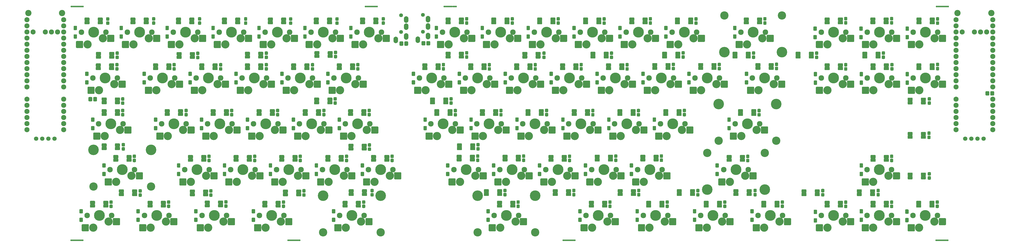
<source format=gbr>
G04 #@! TF.GenerationSoftware,KiCad,Pcbnew,(5.1.9)-1*
G04 #@! TF.CreationDate,2021-02-24T22:48:21-08:00*
G04 #@! TF.ProjectId,bakekujira,62616b65-6b75-46a6-9972-612e6b696361,1*
G04 #@! TF.SameCoordinates,Original*
G04 #@! TF.FileFunction,Soldermask,Bot*
G04 #@! TF.FilePolarity,Negative*
%FSLAX46Y46*%
G04 Gerber Fmt 4.6, Leading zero omitted, Abs format (unit mm)*
G04 Created by KiCad (PCBNEW (5.1.9)-1) date 2021-02-24 22:48:21*
%MOMM*%
%LPD*%
G01*
G04 APERTURE LIST*
%ADD10C,0.700000*%
%ADD11C,2.100000*%
%ADD12C,2.600000*%
%ADD13C,3.400000*%
%ADD14C,2.300000*%
%ADD15C,4.500000*%
%ADD16C,1.797000*%
%ADD17C,4.387800*%
%ADD18C,3.448000*%
%ADD19C,2.150000*%
%ADD20C,1.600000*%
%ADD21O,1.900000X2.700000*%
G04 APERTURE END LIST*
D10*
X43326000Y-132207000D03*
X42138500Y-132207000D03*
X43919750Y-132207000D03*
X42732250Y-132207000D03*
X46888500Y-132207000D03*
X46294750Y-132207000D03*
X45701000Y-132207000D03*
X45107250Y-132207000D03*
X44513500Y-132207000D03*
X133305500Y-132207000D03*
X132118000Y-132207000D03*
X133899250Y-132207000D03*
X132711750Y-132207000D03*
X136868000Y-132207000D03*
X136274250Y-132207000D03*
X135680500Y-132207000D03*
X135086750Y-132207000D03*
X134493000Y-132207000D03*
X247478500Y-132207000D03*
X246291000Y-132207000D03*
X248072250Y-132207000D03*
X246884750Y-132207000D03*
X251041000Y-132207000D03*
X250447250Y-132207000D03*
X249853500Y-132207000D03*
X249259750Y-132207000D03*
X248666000Y-132207000D03*
X402164500Y-132207000D03*
X400977000Y-132207000D03*
X402758250Y-132207000D03*
X401570750Y-132207000D03*
X405727000Y-132207000D03*
X405133250Y-132207000D03*
X404539500Y-132207000D03*
X403945750Y-132207000D03*
X403352000Y-132207000D03*
X402291500Y-35052000D03*
X401104000Y-35052000D03*
X402885250Y-35052000D03*
X401697750Y-35052000D03*
X405854000Y-35052000D03*
X405260250Y-35052000D03*
X404666500Y-35052000D03*
X404072750Y-35052000D03*
X403479000Y-35052000D03*
X198139000Y-35052000D03*
X196951500Y-35052000D03*
X198732750Y-35052000D03*
X197545250Y-35052000D03*
X201701500Y-35052000D03*
X201107750Y-35052000D03*
X200514000Y-35052000D03*
X199920250Y-35052000D03*
X199326500Y-35052000D03*
X165436500Y-35052000D03*
X164249000Y-35052000D03*
X166030250Y-35052000D03*
X164842750Y-35052000D03*
X168999000Y-35052000D03*
X168405250Y-35052000D03*
X167811500Y-35052000D03*
X167217750Y-35052000D03*
X166624000Y-35052000D03*
X43389500Y-35052000D03*
X42202000Y-35052000D03*
X43983250Y-35052000D03*
X42795750Y-35052000D03*
X46952000Y-35052000D03*
X46358250Y-35052000D03*
X45764500Y-35052000D03*
X45170750Y-35052000D03*
X44577000Y-35052000D03*
D11*
X409179000Y-40513000D03*
X424394000Y-43053000D03*
D12*
X409789000Y-37688200D03*
X423784400Y-37688200D03*
D11*
X424394000Y-40513000D03*
X421854000Y-45593000D03*
X424394000Y-45593000D03*
X424394000Y-48133000D03*
X424394000Y-50673000D03*
X424394000Y-53213000D03*
X419314000Y-45593000D03*
X416774000Y-45593000D03*
X424394000Y-55753000D03*
X424394000Y-58293000D03*
X424394000Y-60833000D03*
X424394000Y-63373000D03*
X424394000Y-65913000D03*
X424394000Y-68453000D03*
X424394000Y-76073000D03*
X424394000Y-81153000D03*
X424394000Y-83693000D03*
X424394000Y-78613000D03*
X424394000Y-86233000D03*
X424394000Y-73533000D03*
X409179000Y-43053000D03*
X409179000Y-45593000D03*
X409179000Y-50673000D03*
X411719000Y-45593000D03*
X409179000Y-48133000D03*
X409179000Y-53213000D03*
X409179000Y-55753000D03*
X409179000Y-58293000D03*
X409179000Y-63373000D03*
X409179000Y-65913000D03*
X409179000Y-60833000D03*
X409179000Y-68453000D03*
X409179000Y-76073000D03*
X409179000Y-73533000D03*
X409179000Y-81153000D03*
X409179000Y-78613000D03*
X409179000Y-83693000D03*
X409179000Y-86233000D03*
X23759000Y-40513000D03*
X38974000Y-43053000D03*
D12*
X24369000Y-37688200D03*
X38364400Y-37688200D03*
D11*
X38974000Y-40513000D03*
X36434000Y-45593000D03*
X38974000Y-45593000D03*
X38974000Y-48133000D03*
X38974000Y-50673000D03*
X38974000Y-53213000D03*
X33894000Y-45593000D03*
X31354000Y-45593000D03*
X38974000Y-55753000D03*
X38974000Y-58293000D03*
X38974000Y-60833000D03*
X38974000Y-63373000D03*
X38974000Y-65913000D03*
X38974000Y-68453000D03*
X38974000Y-76073000D03*
X38974000Y-81153000D03*
X38974000Y-83693000D03*
X38974000Y-78613000D03*
X38974000Y-86233000D03*
X38974000Y-73533000D03*
X23759000Y-43053000D03*
X23759000Y-45593000D03*
X23759000Y-50673000D03*
X26299000Y-45593000D03*
X23759000Y-48133000D03*
X23759000Y-53213000D03*
X23759000Y-55753000D03*
X23759000Y-58293000D03*
X23759000Y-63373000D03*
X23759000Y-65913000D03*
X23759000Y-60833000D03*
X23759000Y-68453000D03*
X23759000Y-76073000D03*
X23759000Y-73533000D03*
X23759000Y-81153000D03*
X23759000Y-78613000D03*
X23759000Y-83693000D03*
X23759000Y-86233000D03*
G36*
G01*
X189446000Y-50858668D02*
X189446000Y-49725332D01*
G75*
G02*
X189779332Y-49392000I333332J0D01*
G01*
X190712668Y-49392000D01*
G75*
G02*
X191046000Y-49725332I0J-333332D01*
G01*
X191046000Y-50858668D01*
G75*
G02*
X190712668Y-51192000I-333332J0D01*
G01*
X189779332Y-51192000D01*
G75*
G02*
X189446000Y-50858668I0J333332D01*
G01*
G37*
G36*
G01*
X187446000Y-50858668D02*
X187446000Y-49725332D01*
G75*
G02*
X187779332Y-49392000I333332J0D01*
G01*
X188712668Y-49392000D01*
G75*
G02*
X189046000Y-49725332I0J-333332D01*
G01*
X189046000Y-50858668D01*
G75*
G02*
X188712668Y-51192000I-333332J0D01*
G01*
X187779332Y-51192000D01*
G75*
G02*
X187446000Y-50858668I0J333332D01*
G01*
G37*
G36*
G01*
X180302000Y-50985668D02*
X180302000Y-49852332D01*
G75*
G02*
X180635332Y-49519000I333332J0D01*
G01*
X181568668Y-49519000D01*
G75*
G02*
X181902000Y-49852332I0J-333332D01*
G01*
X181902000Y-50985668D01*
G75*
G02*
X181568668Y-51319000I-333332J0D01*
G01*
X180635332Y-51319000D01*
G75*
G02*
X180302000Y-50985668I0J333332D01*
G01*
G37*
G36*
G01*
X178302000Y-50985668D02*
X178302000Y-49852332D01*
G75*
G02*
X178635332Y-49519000I333332J0D01*
G01*
X179568668Y-49519000D01*
G75*
G02*
X179902000Y-49852332I0J-333332D01*
G01*
X179902000Y-50985668D01*
G75*
G02*
X179568668Y-51319000I-333332J0D01*
G01*
X178635332Y-51319000D01*
G75*
G02*
X178302000Y-50985668I0J333332D01*
G01*
G37*
G36*
G01*
X148512000Y-54791000D02*
X148512000Y-53791000D01*
G75*
G02*
X148712000Y-53591000I200000J0D01*
G01*
X150412000Y-53591000D01*
G75*
G02*
X150612000Y-53791000I0J-200000D01*
G01*
X150612000Y-54791000D01*
G75*
G02*
X150412000Y-54991000I-200000J0D01*
G01*
X148712000Y-54991000D01*
G75*
G02*
X148512000Y-54791000I0J200000D01*
G01*
G37*
G36*
G01*
X148512000Y-56191000D02*
X148512000Y-55191000D01*
G75*
G02*
X148712000Y-54991000I200000J0D01*
G01*
X150412000Y-54991000D01*
G75*
G02*
X150612000Y-55191000I0J-200000D01*
G01*
X150612000Y-56191000D01*
G75*
G02*
X150412000Y-56391000I-200000J0D01*
G01*
X148712000Y-56391000D01*
G75*
G02*
X148512000Y-56191000I0J200000D01*
G01*
G37*
G36*
G01*
X143012000Y-54791000D02*
X143012000Y-53791000D01*
G75*
G02*
X143212000Y-53591000I200000J0D01*
G01*
X144912000Y-53591000D01*
G75*
G02*
X145112000Y-53791000I0J-200000D01*
G01*
X145112000Y-54791000D01*
G75*
G02*
X144912000Y-54991000I-200000J0D01*
G01*
X143212000Y-54991000D01*
G75*
G02*
X143012000Y-54791000I0J200000D01*
G01*
G37*
G36*
G01*
X143012000Y-56191000D02*
X143012000Y-55191000D01*
G75*
G02*
X143212000Y-54991000I200000J0D01*
G01*
X144912000Y-54991000D01*
G75*
G02*
X145112000Y-55191000I0J-200000D01*
G01*
X145112000Y-56191000D01*
G75*
G02*
X144912000Y-56391000I-200000J0D01*
G01*
X143212000Y-56391000D01*
G75*
G02*
X143012000Y-56191000I0J200000D01*
G01*
G37*
G36*
G01*
X119683000Y-55045000D02*
X119683000Y-54045000D01*
G75*
G02*
X119883000Y-53845000I200000J0D01*
G01*
X121583000Y-53845000D01*
G75*
G02*
X121783000Y-54045000I0J-200000D01*
G01*
X121783000Y-55045000D01*
G75*
G02*
X121583000Y-55245000I-200000J0D01*
G01*
X119883000Y-55245000D01*
G75*
G02*
X119683000Y-55045000I0J200000D01*
G01*
G37*
G36*
G01*
X119683000Y-56445000D02*
X119683000Y-55445000D01*
G75*
G02*
X119883000Y-55245000I200000J0D01*
G01*
X121583000Y-55245000D01*
G75*
G02*
X121783000Y-55445000I0J-200000D01*
G01*
X121783000Y-56445000D01*
G75*
G02*
X121583000Y-56645000I-200000J0D01*
G01*
X119883000Y-56645000D01*
G75*
G02*
X119683000Y-56445000I0J200000D01*
G01*
G37*
G36*
G01*
X114183000Y-55045000D02*
X114183000Y-54045000D01*
G75*
G02*
X114383000Y-53845000I200000J0D01*
G01*
X116083000Y-53845000D01*
G75*
G02*
X116283000Y-54045000I0J-200000D01*
G01*
X116283000Y-55045000D01*
G75*
G02*
X116083000Y-55245000I-200000J0D01*
G01*
X114383000Y-55245000D01*
G75*
G02*
X114183000Y-55045000I0J200000D01*
G01*
G37*
G36*
G01*
X114183000Y-56445000D02*
X114183000Y-55445000D01*
G75*
G02*
X114383000Y-55245000I200000J0D01*
G01*
X116083000Y-55245000D01*
G75*
G02*
X116283000Y-55445000I0J-200000D01*
G01*
X116283000Y-56445000D01*
G75*
G02*
X116083000Y-56645000I-200000J0D01*
G01*
X114383000Y-56645000D01*
G75*
G02*
X114183000Y-56445000I0J200000D01*
G01*
G37*
G36*
G01*
X234744000Y-55063000D02*
X234744000Y-54063000D01*
G75*
G02*
X234944000Y-53863000I200000J0D01*
G01*
X236644000Y-53863000D01*
G75*
G02*
X236844000Y-54063000I0J-200000D01*
G01*
X236844000Y-55063000D01*
G75*
G02*
X236644000Y-55263000I-200000J0D01*
G01*
X234944000Y-55263000D01*
G75*
G02*
X234744000Y-55063000I0J200000D01*
G01*
G37*
G36*
G01*
X234744000Y-56463000D02*
X234744000Y-55463000D01*
G75*
G02*
X234944000Y-55263000I200000J0D01*
G01*
X236644000Y-55263000D01*
G75*
G02*
X236844000Y-55463000I0J-200000D01*
G01*
X236844000Y-56463000D01*
G75*
G02*
X236644000Y-56663000I-200000J0D01*
G01*
X234944000Y-56663000D01*
G75*
G02*
X234744000Y-56463000I0J200000D01*
G01*
G37*
G36*
G01*
X229244000Y-55063000D02*
X229244000Y-54063000D01*
G75*
G02*
X229444000Y-53863000I200000J0D01*
G01*
X231144000Y-53863000D01*
G75*
G02*
X231344000Y-54063000I0J-200000D01*
G01*
X231344000Y-55063000D01*
G75*
G02*
X231144000Y-55263000I-200000J0D01*
G01*
X229444000Y-55263000D01*
G75*
G02*
X229244000Y-55063000I0J200000D01*
G01*
G37*
G36*
G01*
X229244000Y-56463000D02*
X229244000Y-55463000D01*
G75*
G02*
X229444000Y-55263000I200000J0D01*
G01*
X231144000Y-55263000D01*
G75*
G02*
X231344000Y-55463000I0J-200000D01*
G01*
X231344000Y-56463000D01*
G75*
G02*
X231144000Y-56663000I-200000J0D01*
G01*
X229444000Y-56663000D01*
G75*
G02*
X229244000Y-56463000I0J200000D01*
G01*
G37*
G36*
G01*
X67403000Y-112257000D02*
X67403000Y-111257000D01*
G75*
G02*
X67603000Y-111057000I200000J0D01*
G01*
X69303000Y-111057000D01*
G75*
G02*
X69503000Y-111257000I0J-200000D01*
G01*
X69503000Y-112257000D01*
G75*
G02*
X69303000Y-112457000I-200000J0D01*
G01*
X67603000Y-112457000D01*
G75*
G02*
X67403000Y-112257000I0J200000D01*
G01*
G37*
G36*
G01*
X67403000Y-113657000D02*
X67403000Y-112657000D01*
G75*
G02*
X67603000Y-112457000I200000J0D01*
G01*
X69303000Y-112457000D01*
G75*
G02*
X69503000Y-112657000I0J-200000D01*
G01*
X69503000Y-113657000D01*
G75*
G02*
X69303000Y-113857000I-200000J0D01*
G01*
X67603000Y-113857000D01*
G75*
G02*
X67403000Y-113657000I0J200000D01*
G01*
G37*
G36*
G01*
X61903000Y-112257000D02*
X61903000Y-111257000D01*
G75*
G02*
X62103000Y-111057000I200000J0D01*
G01*
X63803000Y-111057000D01*
G75*
G02*
X64003000Y-111257000I0J-200000D01*
G01*
X64003000Y-112257000D01*
G75*
G02*
X63803000Y-112457000I-200000J0D01*
G01*
X62103000Y-112457000D01*
G75*
G02*
X61903000Y-112257000I0J200000D01*
G01*
G37*
G36*
G01*
X61903000Y-113657000D02*
X61903000Y-112657000D01*
G75*
G02*
X62103000Y-112457000I200000J0D01*
G01*
X63803000Y-112457000D01*
G75*
G02*
X64003000Y-112657000I0J-200000D01*
G01*
X64003000Y-113657000D01*
G75*
G02*
X63803000Y-113857000I-200000J0D01*
G01*
X62103000Y-113857000D01*
G75*
G02*
X61903000Y-113657000I0J200000D01*
G01*
G37*
G36*
G01*
X57878000Y-55110000D02*
X57878000Y-54110000D01*
G75*
G02*
X58078000Y-53910000I200000J0D01*
G01*
X59778000Y-53910000D01*
G75*
G02*
X59978000Y-54110000I0J-200000D01*
G01*
X59978000Y-55110000D01*
G75*
G02*
X59778000Y-55310000I-200000J0D01*
G01*
X58078000Y-55310000D01*
G75*
G02*
X57878000Y-55110000I0J200000D01*
G01*
G37*
G36*
G01*
X57878000Y-56510000D02*
X57878000Y-55510000D01*
G75*
G02*
X58078000Y-55310000I200000J0D01*
G01*
X59778000Y-55310000D01*
G75*
G02*
X59978000Y-55510000I0J-200000D01*
G01*
X59978000Y-56510000D01*
G75*
G02*
X59778000Y-56710000I-200000J0D01*
G01*
X58078000Y-56710000D01*
G75*
G02*
X57878000Y-56510000I0J200000D01*
G01*
G37*
G36*
G01*
X52378000Y-55110000D02*
X52378000Y-54110000D01*
G75*
G02*
X52578000Y-53910000I200000J0D01*
G01*
X54278000Y-53910000D01*
G75*
G02*
X54478000Y-54110000I0J-200000D01*
G01*
X54478000Y-55110000D01*
G75*
G02*
X54278000Y-55310000I-200000J0D01*
G01*
X52578000Y-55310000D01*
G75*
G02*
X52378000Y-55110000I0J200000D01*
G01*
G37*
G36*
G01*
X52378000Y-56510000D02*
X52378000Y-55510000D01*
G75*
G02*
X52578000Y-55310000I200000J0D01*
G01*
X54278000Y-55310000D01*
G75*
G02*
X54478000Y-55510000I0J-200000D01*
G01*
X54478000Y-56510000D01*
G75*
G02*
X54278000Y-56710000I-200000J0D01*
G01*
X52578000Y-56710000D01*
G75*
G02*
X52378000Y-56510000I0J200000D01*
G01*
G37*
G36*
G01*
X394573500Y-74113000D02*
X394573500Y-73113000D01*
G75*
G02*
X394773500Y-72913000I200000J0D01*
G01*
X396473500Y-72913000D01*
G75*
G02*
X396673500Y-73113000I0J-200000D01*
G01*
X396673500Y-74113000D01*
G75*
G02*
X396473500Y-74313000I-200000J0D01*
G01*
X394773500Y-74313000D01*
G75*
G02*
X394573500Y-74113000I0J200000D01*
G01*
G37*
G36*
G01*
X394573500Y-75513000D02*
X394573500Y-74513000D01*
G75*
G02*
X394773500Y-74313000I200000J0D01*
G01*
X396473500Y-74313000D01*
G75*
G02*
X396673500Y-74513000I0J-200000D01*
G01*
X396673500Y-75513000D01*
G75*
G02*
X396473500Y-75713000I-200000J0D01*
G01*
X394773500Y-75713000D01*
G75*
G02*
X394573500Y-75513000I0J200000D01*
G01*
G37*
G36*
G01*
X389073500Y-74113000D02*
X389073500Y-73113000D01*
G75*
G02*
X389273500Y-72913000I200000J0D01*
G01*
X390973500Y-72913000D01*
G75*
G02*
X391173500Y-73113000I0J-200000D01*
G01*
X391173500Y-74113000D01*
G75*
G02*
X390973500Y-74313000I-200000J0D01*
G01*
X389273500Y-74313000D01*
G75*
G02*
X389073500Y-74113000I0J200000D01*
G01*
G37*
G36*
G01*
X389073500Y-75513000D02*
X389073500Y-74513000D01*
G75*
G02*
X389273500Y-74313000I200000J0D01*
G01*
X390973500Y-74313000D01*
G75*
G02*
X391173500Y-74513000I0J-200000D01*
G01*
X391173500Y-75513000D01*
G75*
G02*
X390973500Y-75713000I-200000J0D01*
G01*
X389273500Y-75713000D01*
G75*
G02*
X389073500Y-75513000I0J200000D01*
G01*
G37*
G36*
G01*
X373491500Y-112213000D02*
X373491500Y-111213000D01*
G75*
G02*
X373691500Y-111013000I200000J0D01*
G01*
X375391500Y-111013000D01*
G75*
G02*
X375591500Y-111213000I0J-200000D01*
G01*
X375591500Y-112213000D01*
G75*
G02*
X375391500Y-112413000I-200000J0D01*
G01*
X373691500Y-112413000D01*
G75*
G02*
X373491500Y-112213000I0J200000D01*
G01*
G37*
G36*
G01*
X373491500Y-113613000D02*
X373491500Y-112613000D01*
G75*
G02*
X373691500Y-112413000I200000J0D01*
G01*
X375391500Y-112413000D01*
G75*
G02*
X375591500Y-112613000I0J-200000D01*
G01*
X375591500Y-113613000D01*
G75*
G02*
X375391500Y-113813000I-200000J0D01*
G01*
X373691500Y-113813000D01*
G75*
G02*
X373491500Y-113613000I0J200000D01*
G01*
G37*
G36*
G01*
X367991500Y-112213000D02*
X367991500Y-111213000D01*
G75*
G02*
X368191500Y-111013000I200000J0D01*
G01*
X369891500Y-111013000D01*
G75*
G02*
X370091500Y-111213000I0J-200000D01*
G01*
X370091500Y-112213000D01*
G75*
G02*
X369891500Y-112413000I-200000J0D01*
G01*
X368191500Y-112413000D01*
G75*
G02*
X367991500Y-112213000I0J200000D01*
G01*
G37*
G36*
G01*
X367991500Y-113613000D02*
X367991500Y-112613000D01*
G75*
G02*
X368191500Y-112413000I200000J0D01*
G01*
X369891500Y-112413000D01*
G75*
G02*
X370091500Y-112613000I0J-200000D01*
G01*
X370091500Y-113613000D01*
G75*
G02*
X369891500Y-113813000I-200000J0D01*
G01*
X368191500Y-113813000D01*
G75*
G02*
X367991500Y-113613000I0J200000D01*
G01*
G37*
G36*
G01*
X350549500Y-112257000D02*
X350549500Y-111257000D01*
G75*
G02*
X350749500Y-111057000I200000J0D01*
G01*
X352449500Y-111057000D01*
G75*
G02*
X352649500Y-111257000I0J-200000D01*
G01*
X352649500Y-112257000D01*
G75*
G02*
X352449500Y-112457000I-200000J0D01*
G01*
X350749500Y-112457000D01*
G75*
G02*
X350549500Y-112257000I0J200000D01*
G01*
G37*
G36*
G01*
X350549500Y-113657000D02*
X350549500Y-112657000D01*
G75*
G02*
X350749500Y-112457000I200000J0D01*
G01*
X352449500Y-112457000D01*
G75*
G02*
X352649500Y-112657000I0J-200000D01*
G01*
X352649500Y-113657000D01*
G75*
G02*
X352449500Y-113857000I-200000J0D01*
G01*
X350749500Y-113857000D01*
G75*
G02*
X350549500Y-113657000I0J200000D01*
G01*
G37*
G36*
G01*
X345049500Y-112257000D02*
X345049500Y-111257000D01*
G75*
G02*
X345249500Y-111057000I200000J0D01*
G01*
X346949500Y-111057000D01*
G75*
G02*
X347149500Y-111257000I0J-200000D01*
G01*
X347149500Y-112257000D01*
G75*
G02*
X346949500Y-112457000I-200000J0D01*
G01*
X345249500Y-112457000D01*
G75*
G02*
X345049500Y-112257000I0J200000D01*
G01*
G37*
G36*
G01*
X345049500Y-113657000D02*
X345049500Y-112657000D01*
G75*
G02*
X345249500Y-112457000I200000J0D01*
G01*
X346949500Y-112457000D01*
G75*
G02*
X347149500Y-112657000I0J-200000D01*
G01*
X347149500Y-113657000D01*
G75*
G02*
X346949500Y-113857000I-200000J0D01*
G01*
X345249500Y-113857000D01*
G75*
G02*
X345049500Y-113657000I0J200000D01*
G01*
G37*
G36*
G01*
X394573500Y-105272000D02*
X394573500Y-104272000D01*
G75*
G02*
X394773500Y-104072000I200000J0D01*
G01*
X396473500Y-104072000D01*
G75*
G02*
X396673500Y-104272000I0J-200000D01*
G01*
X396673500Y-105272000D01*
G75*
G02*
X396473500Y-105472000I-200000J0D01*
G01*
X394773500Y-105472000D01*
G75*
G02*
X394573500Y-105272000I0J200000D01*
G01*
G37*
G36*
G01*
X394573500Y-106672000D02*
X394573500Y-105672000D01*
G75*
G02*
X394773500Y-105472000I200000J0D01*
G01*
X396473500Y-105472000D01*
G75*
G02*
X396673500Y-105672000I0J-200000D01*
G01*
X396673500Y-106672000D01*
G75*
G02*
X396473500Y-106872000I-200000J0D01*
G01*
X394773500Y-106872000D01*
G75*
G02*
X394573500Y-106672000I0J200000D01*
G01*
G37*
G36*
G01*
X389073500Y-105272000D02*
X389073500Y-104272000D01*
G75*
G02*
X389273500Y-104072000I200000J0D01*
G01*
X390973500Y-104072000D01*
G75*
G02*
X391173500Y-104272000I0J-200000D01*
G01*
X391173500Y-105272000D01*
G75*
G02*
X390973500Y-105472000I-200000J0D01*
G01*
X389273500Y-105472000D01*
G75*
G02*
X389073500Y-105272000I0J200000D01*
G01*
G37*
G36*
G01*
X389073500Y-106672000D02*
X389073500Y-105672000D01*
G75*
G02*
X389273500Y-105472000I200000J0D01*
G01*
X390973500Y-105472000D01*
G75*
G02*
X391173500Y-105672000I0J-200000D01*
G01*
X391173500Y-106672000D01*
G75*
G02*
X390973500Y-106872000I-200000J0D01*
G01*
X389273500Y-106872000D01*
G75*
G02*
X389073500Y-106672000I0J200000D01*
G01*
G37*
G36*
G01*
X394573500Y-88384000D02*
X394573500Y-87384000D01*
G75*
G02*
X394773500Y-87184000I200000J0D01*
G01*
X396473500Y-87184000D01*
G75*
G02*
X396673500Y-87384000I0J-200000D01*
G01*
X396673500Y-88384000D01*
G75*
G02*
X396473500Y-88584000I-200000J0D01*
G01*
X394773500Y-88584000D01*
G75*
G02*
X394573500Y-88384000I0J200000D01*
G01*
G37*
G36*
G01*
X394573500Y-89784000D02*
X394573500Y-88784000D01*
G75*
G02*
X394773500Y-88584000I200000J0D01*
G01*
X396473500Y-88584000D01*
G75*
G02*
X396673500Y-88784000I0J-200000D01*
G01*
X396673500Y-89784000D01*
G75*
G02*
X396473500Y-89984000I-200000J0D01*
G01*
X394773500Y-89984000D01*
G75*
G02*
X394573500Y-89784000I0J200000D01*
G01*
G37*
G36*
G01*
X389073500Y-88384000D02*
X389073500Y-87384000D01*
G75*
G02*
X389273500Y-87184000I200000J0D01*
G01*
X390973500Y-87184000D01*
G75*
G02*
X391173500Y-87384000I0J-200000D01*
G01*
X391173500Y-88384000D01*
G75*
G02*
X390973500Y-88584000I-200000J0D01*
G01*
X389273500Y-88584000D01*
G75*
G02*
X389073500Y-88384000I0J200000D01*
G01*
G37*
G36*
G01*
X389073500Y-89784000D02*
X389073500Y-88784000D01*
G75*
G02*
X389273500Y-88584000I200000J0D01*
G01*
X390973500Y-88584000D01*
G75*
G02*
X391173500Y-88784000I0J-200000D01*
G01*
X391173500Y-89784000D01*
G75*
G02*
X390973500Y-89984000I-200000J0D01*
G01*
X389273500Y-89984000D01*
G75*
G02*
X389073500Y-89784000I0J200000D01*
G01*
G37*
G36*
G01*
X322310500Y-112195000D02*
X322310500Y-111195000D01*
G75*
G02*
X322510500Y-110995000I200000J0D01*
G01*
X324210500Y-110995000D01*
G75*
G02*
X324410500Y-111195000I0J-200000D01*
G01*
X324410500Y-112195000D01*
G75*
G02*
X324210500Y-112395000I-200000J0D01*
G01*
X322510500Y-112395000D01*
G75*
G02*
X322310500Y-112195000I0J200000D01*
G01*
G37*
G36*
G01*
X322310500Y-113595000D02*
X322310500Y-112595000D01*
G75*
G02*
X322510500Y-112395000I200000J0D01*
G01*
X324210500Y-112395000D01*
G75*
G02*
X324410500Y-112595000I0J-200000D01*
G01*
X324410500Y-113595000D01*
G75*
G02*
X324210500Y-113795000I-200000J0D01*
G01*
X322510500Y-113795000D01*
G75*
G02*
X322310500Y-113595000I0J200000D01*
G01*
G37*
G36*
G01*
X316810500Y-112195000D02*
X316810500Y-111195000D01*
G75*
G02*
X317010500Y-110995000I200000J0D01*
G01*
X318710500Y-110995000D01*
G75*
G02*
X318910500Y-111195000I0J-200000D01*
G01*
X318910500Y-112195000D01*
G75*
G02*
X318710500Y-112395000I-200000J0D01*
G01*
X317010500Y-112395000D01*
G75*
G02*
X316810500Y-112195000I0J200000D01*
G01*
G37*
G36*
G01*
X316810500Y-113595000D02*
X316810500Y-112595000D01*
G75*
G02*
X317010500Y-112395000I200000J0D01*
G01*
X318710500Y-112395000D01*
G75*
G02*
X318910500Y-112595000I0J-200000D01*
G01*
X318910500Y-113595000D01*
G75*
G02*
X318710500Y-113795000I-200000J0D01*
G01*
X317010500Y-113795000D01*
G75*
G02*
X316810500Y-113595000I0J200000D01*
G01*
G37*
G36*
G01*
X135431000Y-112322000D02*
X135431000Y-111322000D01*
G75*
G02*
X135631000Y-111122000I200000J0D01*
G01*
X137331000Y-111122000D01*
G75*
G02*
X137531000Y-111322000I0J-200000D01*
G01*
X137531000Y-112322000D01*
G75*
G02*
X137331000Y-112522000I-200000J0D01*
G01*
X135631000Y-112522000D01*
G75*
G02*
X135431000Y-112322000I0J200000D01*
G01*
G37*
G36*
G01*
X135431000Y-113722000D02*
X135431000Y-112722000D01*
G75*
G02*
X135631000Y-112522000I200000J0D01*
G01*
X137331000Y-112522000D01*
G75*
G02*
X137531000Y-112722000I0J-200000D01*
G01*
X137531000Y-113722000D01*
G75*
G02*
X137331000Y-113922000I-200000J0D01*
G01*
X135631000Y-113922000D01*
G75*
G02*
X135431000Y-113722000I0J200000D01*
G01*
G37*
G36*
G01*
X129931000Y-112322000D02*
X129931000Y-111322000D01*
G75*
G02*
X130131000Y-111122000I200000J0D01*
G01*
X131831000Y-111122000D01*
G75*
G02*
X132031000Y-111322000I0J-200000D01*
G01*
X132031000Y-112322000D01*
G75*
G02*
X131831000Y-112522000I-200000J0D01*
G01*
X130131000Y-112522000D01*
G75*
G02*
X129931000Y-112322000I0J200000D01*
G01*
G37*
G36*
G01*
X129931000Y-113722000D02*
X129931000Y-112722000D01*
G75*
G02*
X130131000Y-112522000I200000J0D01*
G01*
X131831000Y-112522000D01*
G75*
G02*
X132031000Y-112722000I0J-200000D01*
G01*
X132031000Y-113722000D01*
G75*
G02*
X131831000Y-113922000I-200000J0D01*
G01*
X130131000Y-113922000D01*
G75*
G02*
X129931000Y-113722000I0J200000D01*
G01*
G37*
G36*
G01*
X348092500Y-55045000D02*
X348092500Y-54045000D01*
G75*
G02*
X348292500Y-53845000I200000J0D01*
G01*
X349992500Y-53845000D01*
G75*
G02*
X350192500Y-54045000I0J-200000D01*
G01*
X350192500Y-55045000D01*
G75*
G02*
X349992500Y-55245000I-200000J0D01*
G01*
X348292500Y-55245000D01*
G75*
G02*
X348092500Y-55045000I0J200000D01*
G01*
G37*
G36*
G01*
X348092500Y-56445000D02*
X348092500Y-55445000D01*
G75*
G02*
X348292500Y-55245000I200000J0D01*
G01*
X349992500Y-55245000D01*
G75*
G02*
X350192500Y-55445000I0J-200000D01*
G01*
X350192500Y-56445000D01*
G75*
G02*
X349992500Y-56645000I-200000J0D01*
G01*
X348292500Y-56645000D01*
G75*
G02*
X348092500Y-56445000I0J200000D01*
G01*
G37*
G36*
G01*
X342592500Y-55045000D02*
X342592500Y-54045000D01*
G75*
G02*
X342792500Y-53845000I200000J0D01*
G01*
X344492500Y-53845000D01*
G75*
G02*
X344692500Y-54045000I0J-200000D01*
G01*
X344692500Y-55045000D01*
G75*
G02*
X344492500Y-55245000I-200000J0D01*
G01*
X342792500Y-55245000D01*
G75*
G02*
X342592500Y-55045000I0J200000D01*
G01*
G37*
G36*
G01*
X342592500Y-56445000D02*
X342592500Y-55445000D01*
G75*
G02*
X342792500Y-55245000I200000J0D01*
G01*
X344492500Y-55245000D01*
G75*
G02*
X344692500Y-55445000I0J-200000D01*
G01*
X344692500Y-56445000D01*
G75*
G02*
X344492500Y-56645000I-200000J0D01*
G01*
X342792500Y-56645000D01*
G75*
G02*
X342592500Y-56445000I0J200000D01*
G01*
G37*
G36*
G01*
X162736000Y-112195000D02*
X162736000Y-111195000D01*
G75*
G02*
X162936000Y-110995000I200000J0D01*
G01*
X164636000Y-110995000D01*
G75*
G02*
X164836000Y-111195000I0J-200000D01*
G01*
X164836000Y-112195000D01*
G75*
G02*
X164636000Y-112395000I-200000J0D01*
G01*
X162936000Y-112395000D01*
G75*
G02*
X162736000Y-112195000I0J200000D01*
G01*
G37*
G36*
G01*
X162736000Y-113595000D02*
X162736000Y-112595000D01*
G75*
G02*
X162936000Y-112395000I200000J0D01*
G01*
X164636000Y-112395000D01*
G75*
G02*
X164836000Y-112595000I0J-200000D01*
G01*
X164836000Y-113595000D01*
G75*
G02*
X164636000Y-113795000I-200000J0D01*
G01*
X162936000Y-113795000D01*
G75*
G02*
X162736000Y-113595000I0J200000D01*
G01*
G37*
G36*
G01*
X157236000Y-112195000D02*
X157236000Y-111195000D01*
G75*
G02*
X157436000Y-110995000I200000J0D01*
G01*
X159136000Y-110995000D01*
G75*
G02*
X159336000Y-111195000I0J-200000D01*
G01*
X159336000Y-112195000D01*
G75*
G02*
X159136000Y-112395000I-200000J0D01*
G01*
X157436000Y-112395000D01*
G75*
G02*
X157236000Y-112195000I0J200000D01*
G01*
G37*
G36*
G01*
X157236000Y-113595000D02*
X157236000Y-112595000D01*
G75*
G02*
X157436000Y-112395000I200000J0D01*
G01*
X159136000Y-112395000D01*
G75*
G02*
X159336000Y-112595000I0J-200000D01*
G01*
X159336000Y-113595000D01*
G75*
G02*
X159136000Y-113795000I-200000J0D01*
G01*
X157436000Y-113795000D01*
G75*
G02*
X157236000Y-113595000I0J200000D01*
G01*
G37*
G36*
G01*
X207630500Y-93145000D02*
X207630500Y-92145000D01*
G75*
G02*
X207830500Y-91945000I200000J0D01*
G01*
X209530500Y-91945000D01*
G75*
G02*
X209730500Y-92145000I0J-200000D01*
G01*
X209730500Y-93145000D01*
G75*
G02*
X209530500Y-93345000I-200000J0D01*
G01*
X207830500Y-93345000D01*
G75*
G02*
X207630500Y-93145000I0J200000D01*
G01*
G37*
G36*
G01*
X207630500Y-94545000D02*
X207630500Y-93545000D01*
G75*
G02*
X207830500Y-93345000I200000J0D01*
G01*
X209530500Y-93345000D01*
G75*
G02*
X209730500Y-93545000I0J-200000D01*
G01*
X209730500Y-94545000D01*
G75*
G02*
X209530500Y-94745000I-200000J0D01*
G01*
X207830500Y-94745000D01*
G75*
G02*
X207630500Y-94545000I0J200000D01*
G01*
G37*
G36*
G01*
X202130500Y-93145000D02*
X202130500Y-92145000D01*
G75*
G02*
X202330500Y-91945000I200000J0D01*
G01*
X204030500Y-91945000D01*
G75*
G02*
X204230500Y-92145000I0J-200000D01*
G01*
X204230500Y-93145000D01*
G75*
G02*
X204030500Y-93345000I-200000J0D01*
G01*
X202330500Y-93345000D01*
G75*
G02*
X202130500Y-93145000I0J200000D01*
G01*
G37*
G36*
G01*
X202130500Y-94545000D02*
X202130500Y-93545000D01*
G75*
G02*
X202330500Y-93345000I200000J0D01*
G01*
X204030500Y-93345000D01*
G75*
G02*
X204230500Y-93545000I0J-200000D01*
G01*
X204230500Y-94545000D01*
G75*
G02*
X204030500Y-94745000I-200000J0D01*
G01*
X202330500Y-94745000D01*
G75*
G02*
X202130500Y-94545000I0J200000D01*
G01*
G37*
G36*
G01*
X292720500Y-55045000D02*
X292720500Y-54045000D01*
G75*
G02*
X292920500Y-53845000I200000J0D01*
G01*
X294620500Y-53845000D01*
G75*
G02*
X294820500Y-54045000I0J-200000D01*
G01*
X294820500Y-55045000D01*
G75*
G02*
X294620500Y-55245000I-200000J0D01*
G01*
X292920500Y-55245000D01*
G75*
G02*
X292720500Y-55045000I0J200000D01*
G01*
G37*
G36*
G01*
X292720500Y-56445000D02*
X292720500Y-55445000D01*
G75*
G02*
X292920500Y-55245000I200000J0D01*
G01*
X294620500Y-55245000D01*
G75*
G02*
X294820500Y-55445000I0J-200000D01*
G01*
X294820500Y-56445000D01*
G75*
G02*
X294620500Y-56645000I-200000J0D01*
G01*
X292920500Y-56645000D01*
G75*
G02*
X292720500Y-56445000I0J200000D01*
G01*
G37*
G36*
G01*
X287220500Y-55045000D02*
X287220500Y-54045000D01*
G75*
G02*
X287420500Y-53845000I200000J0D01*
G01*
X289120500Y-53845000D01*
G75*
G02*
X289320500Y-54045000I0J-200000D01*
G01*
X289320500Y-55045000D01*
G75*
G02*
X289120500Y-55245000I-200000J0D01*
G01*
X287420500Y-55245000D01*
G75*
G02*
X287220500Y-55045000I0J200000D01*
G01*
G37*
G36*
G01*
X287220500Y-56445000D02*
X287220500Y-55445000D01*
G75*
G02*
X287420500Y-55245000I200000J0D01*
G01*
X289120500Y-55245000D01*
G75*
G02*
X289320500Y-55445000I0J-200000D01*
G01*
X289320500Y-56445000D01*
G75*
G02*
X289120500Y-56645000I-200000J0D01*
G01*
X287420500Y-56645000D01*
G75*
G02*
X287220500Y-56445000I0J200000D01*
G01*
G37*
G36*
G01*
X263002500Y-55045000D02*
X263002500Y-54045000D01*
G75*
G02*
X263202500Y-53845000I200000J0D01*
G01*
X264902500Y-53845000D01*
G75*
G02*
X265102500Y-54045000I0J-200000D01*
G01*
X265102500Y-55045000D01*
G75*
G02*
X264902500Y-55245000I-200000J0D01*
G01*
X263202500Y-55245000D01*
G75*
G02*
X263002500Y-55045000I0J200000D01*
G01*
G37*
G36*
G01*
X263002500Y-56445000D02*
X263002500Y-55445000D01*
G75*
G02*
X263202500Y-55245000I200000J0D01*
G01*
X264902500Y-55245000D01*
G75*
G02*
X265102500Y-55445000I0J-200000D01*
G01*
X265102500Y-56445000D01*
G75*
G02*
X264902500Y-56645000I-200000J0D01*
G01*
X263202500Y-56645000D01*
G75*
G02*
X263002500Y-56445000I0J200000D01*
G01*
G37*
G36*
G01*
X257502500Y-55045000D02*
X257502500Y-54045000D01*
G75*
G02*
X257702500Y-53845000I200000J0D01*
G01*
X259402500Y-53845000D01*
G75*
G02*
X259602500Y-54045000I0J-200000D01*
G01*
X259602500Y-55045000D01*
G75*
G02*
X259402500Y-55245000I-200000J0D01*
G01*
X257702500Y-55245000D01*
G75*
G02*
X257502500Y-55045000I0J200000D01*
G01*
G37*
G36*
G01*
X257502500Y-56445000D02*
X257502500Y-55445000D01*
G75*
G02*
X257702500Y-55245000I200000J0D01*
G01*
X259402500Y-55245000D01*
G75*
G02*
X259602500Y-55445000I0J-200000D01*
G01*
X259602500Y-56445000D01*
G75*
G02*
X259402500Y-56645000I-200000J0D01*
G01*
X257702500Y-56645000D01*
G75*
G02*
X257502500Y-56445000I0J200000D01*
G01*
G37*
G36*
G01*
X202931500Y-55045000D02*
X202931500Y-54045000D01*
G75*
G02*
X203131500Y-53845000I200000J0D01*
G01*
X204831500Y-53845000D01*
G75*
G02*
X205031500Y-54045000I0J-200000D01*
G01*
X205031500Y-55045000D01*
G75*
G02*
X204831500Y-55245000I-200000J0D01*
G01*
X203131500Y-55245000D01*
G75*
G02*
X202931500Y-55045000I0J200000D01*
G01*
G37*
G36*
G01*
X202931500Y-56445000D02*
X202931500Y-55445000D01*
G75*
G02*
X203131500Y-55245000I200000J0D01*
G01*
X204831500Y-55245000D01*
G75*
G02*
X205031500Y-55445000I0J-200000D01*
G01*
X205031500Y-56445000D01*
G75*
G02*
X204831500Y-56645000I-200000J0D01*
G01*
X203131500Y-56645000D01*
G75*
G02*
X202931500Y-56445000I0J200000D01*
G01*
G37*
G36*
G01*
X197431500Y-55045000D02*
X197431500Y-54045000D01*
G75*
G02*
X197631500Y-53845000I200000J0D01*
G01*
X199331500Y-53845000D01*
G75*
G02*
X199531500Y-54045000I0J-200000D01*
G01*
X199531500Y-55045000D01*
G75*
G02*
X199331500Y-55245000I-200000J0D01*
G01*
X197631500Y-55245000D01*
G75*
G02*
X197431500Y-55045000I0J200000D01*
G01*
G37*
G36*
G01*
X197431500Y-56445000D02*
X197431500Y-55445000D01*
G75*
G02*
X197631500Y-55245000I200000J0D01*
G01*
X199331500Y-55245000D01*
G75*
G02*
X199531500Y-55445000I0J-200000D01*
G01*
X199531500Y-56445000D01*
G75*
G02*
X199331500Y-56645000I-200000J0D01*
G01*
X197631500Y-56645000D01*
G75*
G02*
X197431500Y-56445000I0J200000D01*
G01*
G37*
G36*
G01*
X96823000Y-112322000D02*
X96823000Y-111322000D01*
G75*
G02*
X97023000Y-111122000I200000J0D01*
G01*
X98723000Y-111122000D01*
G75*
G02*
X98923000Y-111322000I0J-200000D01*
G01*
X98923000Y-112322000D01*
G75*
G02*
X98723000Y-112522000I-200000J0D01*
G01*
X97023000Y-112522000D01*
G75*
G02*
X96823000Y-112322000I0J200000D01*
G01*
G37*
G36*
G01*
X96823000Y-113722000D02*
X96823000Y-112722000D01*
G75*
G02*
X97023000Y-112522000I200000J0D01*
G01*
X98723000Y-112522000D01*
G75*
G02*
X98923000Y-112722000I0J-200000D01*
G01*
X98923000Y-113722000D01*
G75*
G02*
X98723000Y-113922000I-200000J0D01*
G01*
X97023000Y-113922000D01*
G75*
G02*
X96823000Y-113722000I0J200000D01*
G01*
G37*
G36*
G01*
X91323000Y-112322000D02*
X91323000Y-111322000D01*
G75*
G02*
X91523000Y-111122000I200000J0D01*
G01*
X93223000Y-111122000D01*
G75*
G02*
X93423000Y-111322000I0J-200000D01*
G01*
X93423000Y-112322000D01*
G75*
G02*
X93223000Y-112522000I-200000J0D01*
G01*
X91523000Y-112522000D01*
G75*
G02*
X91323000Y-112322000I0J200000D01*
G01*
G37*
G36*
G01*
X91323000Y-113722000D02*
X91323000Y-112722000D01*
G75*
G02*
X91523000Y-112522000I200000J0D01*
G01*
X93223000Y-112522000D01*
G75*
G02*
X93423000Y-112722000I0J-200000D01*
G01*
X93423000Y-113722000D01*
G75*
G02*
X93223000Y-113922000I-200000J0D01*
G01*
X91523000Y-113922000D01*
G75*
G02*
X91323000Y-113722000I0J200000D01*
G01*
G37*
G36*
G01*
X298816500Y-112195000D02*
X298816500Y-111195000D01*
G75*
G02*
X299016500Y-110995000I200000J0D01*
G01*
X300716500Y-110995000D01*
G75*
G02*
X300916500Y-111195000I0J-200000D01*
G01*
X300916500Y-112195000D01*
G75*
G02*
X300716500Y-112395000I-200000J0D01*
G01*
X299016500Y-112395000D01*
G75*
G02*
X298816500Y-112195000I0J200000D01*
G01*
G37*
G36*
G01*
X298816500Y-113595000D02*
X298816500Y-112595000D01*
G75*
G02*
X299016500Y-112395000I200000J0D01*
G01*
X300716500Y-112395000D01*
G75*
G02*
X300916500Y-112595000I0J-200000D01*
G01*
X300916500Y-113595000D01*
G75*
G02*
X300716500Y-113795000I-200000J0D01*
G01*
X299016500Y-113795000D01*
G75*
G02*
X298816500Y-113595000I0J200000D01*
G01*
G37*
G36*
G01*
X293316500Y-112195000D02*
X293316500Y-111195000D01*
G75*
G02*
X293516500Y-110995000I200000J0D01*
G01*
X295216500Y-110995000D01*
G75*
G02*
X295416500Y-111195000I0J-200000D01*
G01*
X295416500Y-112195000D01*
G75*
G02*
X295216500Y-112395000I-200000J0D01*
G01*
X293516500Y-112395000D01*
G75*
G02*
X293316500Y-112195000I0J200000D01*
G01*
G37*
G36*
G01*
X293316500Y-113595000D02*
X293316500Y-112595000D01*
G75*
G02*
X293516500Y-112395000I200000J0D01*
G01*
X295216500Y-112395000D01*
G75*
G02*
X295416500Y-112595000I0J-200000D01*
G01*
X295416500Y-113595000D01*
G75*
G02*
X295216500Y-113795000I-200000J0D01*
G01*
X293516500Y-113795000D01*
G75*
G02*
X293316500Y-113595000I0J200000D01*
G01*
G37*
G36*
G01*
X274305500Y-112195000D02*
X274305500Y-111195000D01*
G75*
G02*
X274505500Y-110995000I200000J0D01*
G01*
X276205500Y-110995000D01*
G75*
G02*
X276405500Y-111195000I0J-200000D01*
G01*
X276405500Y-112195000D01*
G75*
G02*
X276205500Y-112395000I-200000J0D01*
G01*
X274505500Y-112395000D01*
G75*
G02*
X274305500Y-112195000I0J200000D01*
G01*
G37*
G36*
G01*
X274305500Y-113595000D02*
X274305500Y-112595000D01*
G75*
G02*
X274505500Y-112395000I200000J0D01*
G01*
X276205500Y-112395000D01*
G75*
G02*
X276405500Y-112595000I0J-200000D01*
G01*
X276405500Y-113595000D01*
G75*
G02*
X276205500Y-113795000I-200000J0D01*
G01*
X274505500Y-113795000D01*
G75*
G02*
X274305500Y-113595000I0J200000D01*
G01*
G37*
G36*
G01*
X268805500Y-112195000D02*
X268805500Y-111195000D01*
G75*
G02*
X269005500Y-110995000I200000J0D01*
G01*
X270705500Y-110995000D01*
G75*
G02*
X270905500Y-111195000I0J-200000D01*
G01*
X270905500Y-112195000D01*
G75*
G02*
X270705500Y-112395000I-200000J0D01*
G01*
X269005500Y-112395000D01*
G75*
G02*
X268805500Y-112195000I0J200000D01*
G01*
G37*
G36*
G01*
X268805500Y-113595000D02*
X268805500Y-112595000D01*
G75*
G02*
X269005500Y-112395000I200000J0D01*
G01*
X270705500Y-112395000D01*
G75*
G02*
X270905500Y-112595000I0J-200000D01*
G01*
X270905500Y-113595000D01*
G75*
G02*
X270705500Y-113795000I-200000J0D01*
G01*
X269005500Y-113795000D01*
G75*
G02*
X268805500Y-113595000I0J200000D01*
G01*
G37*
G36*
G01*
X60247000Y-74030000D02*
X60247000Y-73030000D01*
G75*
G02*
X60447000Y-72830000I200000J0D01*
G01*
X62147000Y-72830000D01*
G75*
G02*
X62347000Y-73030000I0J-200000D01*
G01*
X62347000Y-74030000D01*
G75*
G02*
X62147000Y-74230000I-200000J0D01*
G01*
X60447000Y-74230000D01*
G75*
G02*
X60247000Y-74030000I0J200000D01*
G01*
G37*
G36*
G01*
X60247000Y-75430000D02*
X60247000Y-74430000D01*
G75*
G02*
X60447000Y-74230000I200000J0D01*
G01*
X62147000Y-74230000D01*
G75*
G02*
X62347000Y-74430000I0J-200000D01*
G01*
X62347000Y-75430000D01*
G75*
G02*
X62147000Y-75630000I-200000J0D01*
G01*
X60447000Y-75630000D01*
G75*
G02*
X60247000Y-75430000I0J200000D01*
G01*
G37*
G36*
G01*
X54747000Y-74030000D02*
X54747000Y-73030000D01*
G75*
G02*
X54947000Y-72830000I200000J0D01*
G01*
X56647000Y-72830000D01*
G75*
G02*
X56847000Y-73030000I0J-200000D01*
G01*
X56847000Y-74030000D01*
G75*
G02*
X56647000Y-74230000I-200000J0D01*
G01*
X54947000Y-74230000D01*
G75*
G02*
X54747000Y-74030000I0J200000D01*
G01*
G37*
G36*
G01*
X54747000Y-75430000D02*
X54747000Y-74430000D01*
G75*
G02*
X54947000Y-74230000I200000J0D01*
G01*
X56647000Y-74230000D01*
G75*
G02*
X56847000Y-74430000I0J-200000D01*
G01*
X56847000Y-75430000D01*
G75*
G02*
X56647000Y-75630000I-200000J0D01*
G01*
X54947000Y-75630000D01*
G75*
G02*
X54747000Y-75430000I0J200000D01*
G01*
G37*
G36*
G01*
X196454500Y-74095000D02*
X196454500Y-73095000D01*
G75*
G02*
X196654500Y-72895000I200000J0D01*
G01*
X198354500Y-72895000D01*
G75*
G02*
X198554500Y-73095000I0J-200000D01*
G01*
X198554500Y-74095000D01*
G75*
G02*
X198354500Y-74295000I-200000J0D01*
G01*
X196654500Y-74295000D01*
G75*
G02*
X196454500Y-74095000I0J200000D01*
G01*
G37*
G36*
G01*
X196454500Y-75495000D02*
X196454500Y-74495000D01*
G75*
G02*
X196654500Y-74295000I200000J0D01*
G01*
X198354500Y-74295000D01*
G75*
G02*
X198554500Y-74495000I0J-200000D01*
G01*
X198554500Y-75495000D01*
G75*
G02*
X198354500Y-75695000I-200000J0D01*
G01*
X196654500Y-75695000D01*
G75*
G02*
X196454500Y-75495000I0J200000D01*
G01*
G37*
G36*
G01*
X190954500Y-74095000D02*
X190954500Y-73095000D01*
G75*
G02*
X191154500Y-72895000I200000J0D01*
G01*
X192854500Y-72895000D01*
G75*
G02*
X193054500Y-73095000I0J-200000D01*
G01*
X193054500Y-74095000D01*
G75*
G02*
X192854500Y-74295000I-200000J0D01*
G01*
X191154500Y-74295000D01*
G75*
G02*
X190954500Y-74095000I0J200000D01*
G01*
G37*
G36*
G01*
X190954500Y-75495000D02*
X190954500Y-74495000D01*
G75*
G02*
X191154500Y-74295000I200000J0D01*
G01*
X192854500Y-74295000D01*
G75*
G02*
X193054500Y-74495000I0J-200000D01*
G01*
X193054500Y-75495000D01*
G75*
G02*
X192854500Y-75695000I-200000J0D01*
G01*
X191154500Y-75695000D01*
G75*
G02*
X190954500Y-75495000I0J200000D01*
G01*
G37*
G36*
G01*
X162609000Y-93272000D02*
X162609000Y-92272000D01*
G75*
G02*
X162809000Y-92072000I200000J0D01*
G01*
X164509000Y-92072000D01*
G75*
G02*
X164709000Y-92272000I0J-200000D01*
G01*
X164709000Y-93272000D01*
G75*
G02*
X164509000Y-93472000I-200000J0D01*
G01*
X162809000Y-93472000D01*
G75*
G02*
X162609000Y-93272000I0J200000D01*
G01*
G37*
G36*
G01*
X162609000Y-94672000D02*
X162609000Y-93672000D01*
G75*
G02*
X162809000Y-93472000I200000J0D01*
G01*
X164509000Y-93472000D01*
G75*
G02*
X164709000Y-93672000I0J-200000D01*
G01*
X164709000Y-94672000D01*
G75*
G02*
X164509000Y-94872000I-200000J0D01*
G01*
X162809000Y-94872000D01*
G75*
G02*
X162609000Y-94672000I0J200000D01*
G01*
G37*
G36*
G01*
X157109000Y-93272000D02*
X157109000Y-92272000D01*
G75*
G02*
X157309000Y-92072000I200000J0D01*
G01*
X159009000Y-92072000D01*
G75*
G02*
X159209000Y-92272000I0J-200000D01*
G01*
X159209000Y-93272000D01*
G75*
G02*
X159009000Y-93472000I-200000J0D01*
G01*
X157309000Y-93472000D01*
G75*
G02*
X157109000Y-93272000I0J200000D01*
G01*
G37*
G36*
G01*
X157109000Y-94672000D02*
X157109000Y-93672000D01*
G75*
G02*
X157309000Y-93472000I200000J0D01*
G01*
X159009000Y-93472000D01*
G75*
G02*
X159209000Y-93672000I0J-200000D01*
G01*
X159209000Y-94672000D01*
G75*
G02*
X159009000Y-94872000I-200000J0D01*
G01*
X157309000Y-94872000D01*
G75*
G02*
X157109000Y-94672000I0J200000D01*
G01*
G37*
G36*
G01*
X60247000Y-93145000D02*
X60247000Y-92145000D01*
G75*
G02*
X60447000Y-91945000I200000J0D01*
G01*
X62147000Y-91945000D01*
G75*
G02*
X62347000Y-92145000I0J-200000D01*
G01*
X62347000Y-93145000D01*
G75*
G02*
X62147000Y-93345000I-200000J0D01*
G01*
X60447000Y-93345000D01*
G75*
G02*
X60247000Y-93145000I0J200000D01*
G01*
G37*
G36*
G01*
X60247000Y-94545000D02*
X60247000Y-93545000D01*
G75*
G02*
X60447000Y-93345000I200000J0D01*
G01*
X62147000Y-93345000D01*
G75*
G02*
X62347000Y-93545000I0J-200000D01*
G01*
X62347000Y-94545000D01*
G75*
G02*
X62147000Y-94745000I-200000J0D01*
G01*
X60447000Y-94745000D01*
G75*
G02*
X60247000Y-94545000I0J200000D01*
G01*
G37*
G36*
G01*
X54747000Y-93145000D02*
X54747000Y-92145000D01*
G75*
G02*
X54947000Y-91945000I200000J0D01*
G01*
X56647000Y-91945000D01*
G75*
G02*
X56847000Y-92145000I0J-200000D01*
G01*
X56847000Y-93145000D01*
G75*
G02*
X56647000Y-93345000I-200000J0D01*
G01*
X54947000Y-93345000D01*
G75*
G02*
X54747000Y-93145000I0J200000D01*
G01*
G37*
G36*
G01*
X54747000Y-94545000D02*
X54747000Y-93545000D01*
G75*
G02*
X54947000Y-93345000I200000J0D01*
G01*
X56647000Y-93345000D01*
G75*
G02*
X56847000Y-93545000I0J-200000D01*
G01*
X56847000Y-94545000D01*
G75*
G02*
X56647000Y-94745000I-200000J0D01*
G01*
X54947000Y-94745000D01*
G75*
G02*
X54747000Y-94545000I0J200000D01*
G01*
G37*
G36*
G01*
X247381500Y-112195000D02*
X247381500Y-111195000D01*
G75*
G02*
X247581500Y-110995000I200000J0D01*
G01*
X249281500Y-110995000D01*
G75*
G02*
X249481500Y-111195000I0J-200000D01*
G01*
X249481500Y-112195000D01*
G75*
G02*
X249281500Y-112395000I-200000J0D01*
G01*
X247581500Y-112395000D01*
G75*
G02*
X247381500Y-112195000I0J200000D01*
G01*
G37*
G36*
G01*
X247381500Y-113595000D02*
X247381500Y-112595000D01*
G75*
G02*
X247581500Y-112395000I200000J0D01*
G01*
X249281500Y-112395000D01*
G75*
G02*
X249481500Y-112595000I0J-200000D01*
G01*
X249481500Y-113595000D01*
G75*
G02*
X249281500Y-113795000I-200000J0D01*
G01*
X247581500Y-113795000D01*
G75*
G02*
X247381500Y-113595000I0J200000D01*
G01*
G37*
G36*
G01*
X241881500Y-112195000D02*
X241881500Y-111195000D01*
G75*
G02*
X242081500Y-110995000I200000J0D01*
G01*
X243781500Y-110995000D01*
G75*
G02*
X243981500Y-111195000I0J-200000D01*
G01*
X243981500Y-112195000D01*
G75*
G02*
X243781500Y-112395000I-200000J0D01*
G01*
X242081500Y-112395000D01*
G75*
G02*
X241881500Y-112195000I0J200000D01*
G01*
G37*
G36*
G01*
X241881500Y-113595000D02*
X241881500Y-112595000D01*
G75*
G02*
X242081500Y-112395000I200000J0D01*
G01*
X243781500Y-112395000D01*
G75*
G02*
X243981500Y-112595000I0J-200000D01*
G01*
X243981500Y-113595000D01*
G75*
G02*
X243781500Y-113795000I-200000J0D01*
G01*
X242081500Y-113795000D01*
G75*
G02*
X241881500Y-113595000I0J200000D01*
G01*
G37*
G36*
G01*
X218806500Y-112195000D02*
X218806500Y-111195000D01*
G75*
G02*
X219006500Y-110995000I200000J0D01*
G01*
X220706500Y-110995000D01*
G75*
G02*
X220906500Y-111195000I0J-200000D01*
G01*
X220906500Y-112195000D01*
G75*
G02*
X220706500Y-112395000I-200000J0D01*
G01*
X219006500Y-112395000D01*
G75*
G02*
X218806500Y-112195000I0J200000D01*
G01*
G37*
G36*
G01*
X218806500Y-113595000D02*
X218806500Y-112595000D01*
G75*
G02*
X219006500Y-112395000I200000J0D01*
G01*
X220706500Y-112395000D01*
G75*
G02*
X220906500Y-112595000I0J-200000D01*
G01*
X220906500Y-113595000D01*
G75*
G02*
X220706500Y-113795000I-200000J0D01*
G01*
X219006500Y-113795000D01*
G75*
G02*
X218806500Y-113595000I0J200000D01*
G01*
G37*
G36*
G01*
X213306500Y-112195000D02*
X213306500Y-111195000D01*
G75*
G02*
X213506500Y-110995000I200000J0D01*
G01*
X215206500Y-110995000D01*
G75*
G02*
X215406500Y-111195000I0J-200000D01*
G01*
X215406500Y-112195000D01*
G75*
G02*
X215206500Y-112395000I-200000J0D01*
G01*
X213506500Y-112395000D01*
G75*
G02*
X213306500Y-112195000I0J200000D01*
G01*
G37*
G36*
G01*
X213306500Y-113595000D02*
X213306500Y-112595000D01*
G75*
G02*
X213506500Y-112395000I200000J0D01*
G01*
X215206500Y-112395000D01*
G75*
G02*
X215406500Y-112595000I0J-200000D01*
G01*
X215406500Y-113595000D01*
G75*
G02*
X215206500Y-113795000I-200000J0D01*
G01*
X213506500Y-113795000D01*
G75*
G02*
X213306500Y-113595000I0J200000D01*
G01*
G37*
G36*
G01*
X375778500Y-55045000D02*
X375778500Y-54045000D01*
G75*
G02*
X375978500Y-53845000I200000J0D01*
G01*
X377678500Y-53845000D01*
G75*
G02*
X377878500Y-54045000I0J-200000D01*
G01*
X377878500Y-55045000D01*
G75*
G02*
X377678500Y-55245000I-200000J0D01*
G01*
X375978500Y-55245000D01*
G75*
G02*
X375778500Y-55045000I0J200000D01*
G01*
G37*
G36*
G01*
X375778500Y-56445000D02*
X375778500Y-55445000D01*
G75*
G02*
X375978500Y-55245000I200000J0D01*
G01*
X377678500Y-55245000D01*
G75*
G02*
X377878500Y-55445000I0J-200000D01*
G01*
X377878500Y-56445000D01*
G75*
G02*
X377678500Y-56645000I-200000J0D01*
G01*
X375978500Y-56645000D01*
G75*
G02*
X375778500Y-56445000I0J200000D01*
G01*
G37*
G36*
G01*
X370278500Y-55045000D02*
X370278500Y-54045000D01*
G75*
G02*
X370478500Y-53845000I200000J0D01*
G01*
X372178500Y-53845000D01*
G75*
G02*
X372378500Y-54045000I0J-200000D01*
G01*
X372378500Y-55045000D01*
G75*
G02*
X372178500Y-55245000I-200000J0D01*
G01*
X370478500Y-55245000D01*
G75*
G02*
X370278500Y-55045000I0J200000D01*
G01*
G37*
G36*
G01*
X370278500Y-56445000D02*
X370278500Y-55445000D01*
G75*
G02*
X370478500Y-55245000I200000J0D01*
G01*
X372178500Y-55245000D01*
G75*
G02*
X372378500Y-55445000I0J-200000D01*
G01*
X372378500Y-56445000D01*
G75*
G02*
X372178500Y-56645000I-200000J0D01*
G01*
X370478500Y-56645000D01*
G75*
G02*
X370278500Y-56445000I0J200000D01*
G01*
G37*
G36*
G01*
X148385000Y-74095000D02*
X148385000Y-73095000D01*
G75*
G02*
X148585000Y-72895000I200000J0D01*
G01*
X150285000Y-72895000D01*
G75*
G02*
X150485000Y-73095000I0J-200000D01*
G01*
X150485000Y-74095000D01*
G75*
G02*
X150285000Y-74295000I-200000J0D01*
G01*
X148585000Y-74295000D01*
G75*
G02*
X148385000Y-74095000I0J200000D01*
G01*
G37*
G36*
G01*
X148385000Y-75495000D02*
X148385000Y-74495000D01*
G75*
G02*
X148585000Y-74295000I200000J0D01*
G01*
X150285000Y-74295000D01*
G75*
G02*
X150485000Y-74495000I0J-200000D01*
G01*
X150485000Y-75495000D01*
G75*
G02*
X150285000Y-75695000I-200000J0D01*
G01*
X148585000Y-75695000D01*
G75*
G02*
X148385000Y-75495000I0J200000D01*
G01*
G37*
G36*
G01*
X142885000Y-74095000D02*
X142885000Y-73095000D01*
G75*
G02*
X143085000Y-72895000I200000J0D01*
G01*
X144785000Y-72895000D01*
G75*
G02*
X144985000Y-73095000I0J-200000D01*
G01*
X144985000Y-74095000D01*
G75*
G02*
X144785000Y-74295000I-200000J0D01*
G01*
X143085000Y-74295000D01*
G75*
G02*
X142885000Y-74095000I0J200000D01*
G01*
G37*
G36*
G01*
X142885000Y-75495000D02*
X142885000Y-74495000D01*
G75*
G02*
X143085000Y-74295000I200000J0D01*
G01*
X144785000Y-74295000D01*
G75*
G02*
X144985000Y-74495000I0J-200000D01*
G01*
X144985000Y-75495000D01*
G75*
G02*
X144785000Y-75695000I-200000J0D01*
G01*
X143085000Y-75695000D01*
G75*
G02*
X142885000Y-75495000I0J200000D01*
G01*
G37*
G36*
G01*
X91362000Y-55172000D02*
X91362000Y-54172000D01*
G75*
G02*
X91562000Y-53972000I200000J0D01*
G01*
X93262000Y-53972000D01*
G75*
G02*
X93462000Y-54172000I0J-200000D01*
G01*
X93462000Y-55172000D01*
G75*
G02*
X93262000Y-55372000I-200000J0D01*
G01*
X91562000Y-55372000D01*
G75*
G02*
X91362000Y-55172000I0J200000D01*
G01*
G37*
G36*
G01*
X91362000Y-56572000D02*
X91362000Y-55572000D01*
G75*
G02*
X91562000Y-55372000I200000J0D01*
G01*
X93262000Y-55372000D01*
G75*
G02*
X93462000Y-55572000I0J-200000D01*
G01*
X93462000Y-56572000D01*
G75*
G02*
X93262000Y-56772000I-200000J0D01*
G01*
X91562000Y-56772000D01*
G75*
G02*
X91362000Y-56572000I0J200000D01*
G01*
G37*
G36*
G01*
X85862000Y-55172000D02*
X85862000Y-54172000D01*
G75*
G02*
X86062000Y-53972000I200000J0D01*
G01*
X87762000Y-53972000D01*
G75*
G02*
X87962000Y-54172000I0J-200000D01*
G01*
X87962000Y-55172000D01*
G75*
G02*
X87762000Y-55372000I-200000J0D01*
G01*
X86062000Y-55372000D01*
G75*
G02*
X85862000Y-55172000I0J200000D01*
G01*
G37*
G36*
G01*
X85862000Y-56572000D02*
X85862000Y-55572000D01*
G75*
G02*
X86062000Y-55372000I200000J0D01*
G01*
X87762000Y-55372000D01*
G75*
G02*
X87962000Y-55572000I0J-200000D01*
G01*
X87962000Y-56572000D01*
G75*
G02*
X87762000Y-56772000I-200000J0D01*
G01*
X86062000Y-56772000D01*
G75*
G02*
X85862000Y-56572000I0J200000D01*
G01*
G37*
G36*
G01*
X321930500Y-55045000D02*
X321930500Y-54045000D01*
G75*
G02*
X322130500Y-53845000I200000J0D01*
G01*
X323830500Y-53845000D01*
G75*
G02*
X324030500Y-54045000I0J-200000D01*
G01*
X324030500Y-55045000D01*
G75*
G02*
X323830500Y-55245000I-200000J0D01*
G01*
X322130500Y-55245000D01*
G75*
G02*
X321930500Y-55045000I0J200000D01*
G01*
G37*
G36*
G01*
X321930500Y-56445000D02*
X321930500Y-55445000D01*
G75*
G02*
X322130500Y-55245000I200000J0D01*
G01*
X323830500Y-55245000D01*
G75*
G02*
X324030500Y-55445000I0J-200000D01*
G01*
X324030500Y-56445000D01*
G75*
G02*
X323830500Y-56645000I-200000J0D01*
G01*
X322130500Y-56645000D01*
G75*
G02*
X321930500Y-56445000I0J200000D01*
G01*
G37*
G36*
G01*
X316430500Y-55045000D02*
X316430500Y-54045000D01*
G75*
G02*
X316630500Y-53845000I200000J0D01*
G01*
X318330500Y-53845000D01*
G75*
G02*
X318530500Y-54045000I0J-200000D01*
G01*
X318530500Y-55045000D01*
G75*
G02*
X318330500Y-55245000I-200000J0D01*
G01*
X316630500Y-55245000D01*
G75*
G02*
X316430500Y-55045000I0J200000D01*
G01*
G37*
G36*
G01*
X316430500Y-56445000D02*
X316430500Y-55445000D01*
G75*
G02*
X316630500Y-55245000I200000J0D01*
G01*
X318330500Y-55245000D01*
G75*
G02*
X318530500Y-55445000I0J-200000D01*
G01*
X318530500Y-56445000D01*
G75*
G02*
X318330500Y-56645000I-200000J0D01*
G01*
X316630500Y-56645000D01*
G75*
G02*
X316430500Y-56445000I0J200000D01*
G01*
G37*
D13*
X144145000Y-50800000D03*
X150495000Y-48260000D03*
G36*
G01*
X139368000Y-52050000D02*
X139368000Y-49550000D01*
G75*
G02*
X139568000Y-49350000I200000J0D01*
G01*
X142118000Y-49350000D01*
G75*
G02*
X142318000Y-49550000I0J-200000D01*
G01*
X142318000Y-52050000D01*
G75*
G02*
X142118000Y-52250000I-200000J0D01*
G01*
X139568000Y-52250000D01*
G75*
G02*
X139368000Y-52050000I0J200000D01*
G01*
G37*
D14*
X151765000Y-45720000D03*
X141605000Y-45720000D03*
D15*
X146685000Y-45720000D03*
G36*
G01*
X152295000Y-49510000D02*
X152295000Y-47010000D01*
G75*
G02*
X152495000Y-46810000I200000J0D01*
G01*
X155045000Y-46810000D01*
G75*
G02*
X155245000Y-47010000I0J-200000D01*
G01*
X155245000Y-49510000D01*
G75*
G02*
X155045000Y-49710000I-200000J0D01*
G01*
X152495000Y-49710000D01*
G75*
G02*
X152295000Y-49510000I0J200000D01*
G01*
G37*
D16*
X35215000Y-90000000D03*
X32675000Y-90000000D03*
X30135000Y-90000000D03*
X27595000Y-90000000D03*
G36*
G01*
X237914500Y-55396500D02*
X238589500Y-55396500D01*
G75*
G02*
X238927000Y-55734000I0J-337500D01*
G01*
X238927000Y-56534000D01*
G75*
G02*
X238589500Y-56871500I-337500J0D01*
G01*
X237914500Y-56871500D01*
G75*
G02*
X237577000Y-56534000I0J337500D01*
G01*
X237577000Y-55734000D01*
G75*
G02*
X237914500Y-55396500I337500J0D01*
G01*
G37*
G36*
G01*
X237914500Y-53671500D02*
X238589500Y-53671500D01*
G75*
G02*
X238927000Y-54009000I0J-337500D01*
G01*
X238927000Y-54809000D01*
G75*
G02*
X238589500Y-55146500I-337500J0D01*
G01*
X237914500Y-55146500D01*
G75*
G02*
X237577000Y-54809000I0J337500D01*
G01*
X237577000Y-54009000D01*
G75*
G02*
X237914500Y-53671500I337500J0D01*
G01*
G37*
G36*
G01*
X139021500Y-112370500D02*
X138346500Y-112370500D01*
G75*
G02*
X138009000Y-112033000I0J337500D01*
G01*
X138009000Y-111233000D01*
G75*
G02*
X138346500Y-110895500I337500J0D01*
G01*
X139021500Y-110895500D01*
G75*
G02*
X139359000Y-111233000I0J-337500D01*
G01*
X139359000Y-112033000D01*
G75*
G02*
X139021500Y-112370500I-337500J0D01*
G01*
G37*
G36*
G01*
X139021500Y-114095500D02*
X138346500Y-114095500D01*
G75*
G02*
X138009000Y-113758000I0J337500D01*
G01*
X138009000Y-112958000D01*
G75*
G02*
X138346500Y-112620500I337500J0D01*
G01*
X139021500Y-112620500D01*
G75*
G02*
X139359000Y-112958000I0J-337500D01*
G01*
X139359000Y-113758000D01*
G75*
G02*
X139021500Y-114095500I-337500J0D01*
G01*
G37*
D13*
X315341000Y-107950000D03*
X321691000Y-105410000D03*
G36*
G01*
X310564000Y-109200000D02*
X310564000Y-106700000D01*
G75*
G02*
X310764000Y-106500000I200000J0D01*
G01*
X313314000Y-106500000D01*
G75*
G02*
X313514000Y-106700000I0J-200000D01*
G01*
X313514000Y-109200000D01*
G75*
G02*
X313314000Y-109400000I-200000J0D01*
G01*
X310764000Y-109400000D01*
G75*
G02*
X310564000Y-109200000I0J200000D01*
G01*
G37*
D14*
X322961000Y-102870000D03*
X312801000Y-102870000D03*
D15*
X317881000Y-102870000D03*
G36*
G01*
X323491000Y-106660000D02*
X323491000Y-104160000D01*
G75*
G02*
X323691000Y-103960000I200000J0D01*
G01*
X326241000Y-103960000D01*
G75*
G02*
X326441000Y-104160000I0J-200000D01*
G01*
X326441000Y-106660000D01*
G75*
G02*
X326241000Y-106860000I-200000J0D01*
G01*
X323691000Y-106860000D01*
G75*
G02*
X323491000Y-106660000I0J200000D01*
G01*
G37*
D17*
X329819000Y-111125000D03*
X305943000Y-111125000D03*
D18*
X329819000Y-95885000D03*
X305943000Y-95885000D03*
D19*
X322961000Y-102870000D03*
X312801000Y-102870000D03*
D17*
X317881000Y-102870000D03*
X170529250Y-113665000D03*
X146653250Y-113665000D03*
D18*
X170529250Y-128905000D03*
X146653250Y-128905000D03*
D19*
X163671250Y-121920000D03*
X153511250Y-121920000D03*
D17*
X158591250Y-121920000D03*
D13*
X156051250Y-127000000D03*
X162401250Y-124460000D03*
G36*
G01*
X151274250Y-128250000D02*
X151274250Y-125750000D01*
G75*
G02*
X151474250Y-125550000I200000J0D01*
G01*
X154024250Y-125550000D01*
G75*
G02*
X154224250Y-125750000I0J-200000D01*
G01*
X154224250Y-128250000D01*
G75*
G02*
X154024250Y-128450000I-200000J0D01*
G01*
X151474250Y-128450000D01*
G75*
G02*
X151274250Y-128250000I0J200000D01*
G01*
G37*
D14*
X163671250Y-121920000D03*
X153511250Y-121920000D03*
D15*
X158591250Y-121920000D03*
G36*
G01*
X164201250Y-125710000D02*
X164201250Y-123210000D01*
G75*
G02*
X164401250Y-123010000I200000J0D01*
G01*
X166951250Y-123010000D01*
G75*
G02*
X167151250Y-123210000I0J-200000D01*
G01*
X167151250Y-125710000D01*
G75*
G02*
X166951250Y-125910000I-200000J0D01*
G01*
X164401250Y-125910000D01*
G75*
G02*
X164201250Y-125710000I0J200000D01*
G01*
G37*
D17*
X146653250Y-113665000D03*
X170529250Y-113665000D03*
D18*
X146653250Y-128905000D03*
X170529250Y-128905000D03*
D19*
X163671250Y-121920000D03*
X153511250Y-121920000D03*
D17*
X158591250Y-121920000D03*
X234569000Y-113665000D03*
X210693000Y-113665000D03*
D18*
X234569000Y-128905000D03*
X210693000Y-128905000D03*
D19*
X227711000Y-121920000D03*
X217551000Y-121920000D03*
D17*
X222631000Y-121920000D03*
D13*
X220091000Y-127000000D03*
X226441000Y-124460000D03*
G36*
G01*
X215314000Y-128250000D02*
X215314000Y-125750000D01*
G75*
G02*
X215514000Y-125550000I200000J0D01*
G01*
X218064000Y-125550000D01*
G75*
G02*
X218264000Y-125750000I0J-200000D01*
G01*
X218264000Y-128250000D01*
G75*
G02*
X218064000Y-128450000I-200000J0D01*
G01*
X215514000Y-128450000D01*
G75*
G02*
X215314000Y-128250000I0J200000D01*
G01*
G37*
D14*
X227711000Y-121920000D03*
X217551000Y-121920000D03*
D15*
X222631000Y-121920000D03*
G36*
G01*
X228241000Y-125710000D02*
X228241000Y-123210000D01*
G75*
G02*
X228441000Y-123010000I200000J0D01*
G01*
X230991000Y-123010000D01*
G75*
G02*
X231191000Y-123210000I0J-200000D01*
G01*
X231191000Y-125710000D01*
G75*
G02*
X230991000Y-125910000I-200000J0D01*
G01*
X228441000Y-125910000D01*
G75*
G02*
X228241000Y-125710000I0J200000D01*
G01*
G37*
D19*
X227711000Y-121920000D03*
X217551000Y-121920000D03*
D17*
X222631000Y-121920000D03*
D13*
X320103500Y-88900000D03*
X326453500Y-86360000D03*
G36*
G01*
X315326500Y-90150000D02*
X315326500Y-87650000D01*
G75*
G02*
X315526500Y-87450000I200000J0D01*
G01*
X318076500Y-87450000D01*
G75*
G02*
X318276500Y-87650000I0J-200000D01*
G01*
X318276500Y-90150000D01*
G75*
G02*
X318076500Y-90350000I-200000J0D01*
G01*
X315526500Y-90350000D01*
G75*
G02*
X315326500Y-90150000I0J200000D01*
G01*
G37*
D14*
X327723500Y-83820000D03*
X317563500Y-83820000D03*
D15*
X322643500Y-83820000D03*
G36*
G01*
X328253500Y-87610000D02*
X328253500Y-85110000D01*
G75*
G02*
X328453500Y-84910000I200000J0D01*
G01*
X331003500Y-84910000D01*
G75*
G02*
X331203500Y-85110000I0J-200000D01*
G01*
X331203500Y-87610000D01*
G75*
G02*
X331003500Y-87810000I-200000J0D01*
G01*
X328453500Y-87810000D01*
G75*
G02*
X328253500Y-87610000I0J200000D01*
G01*
G37*
D17*
X310705500Y-75565000D03*
X334581500Y-75565000D03*
D18*
X310705500Y-90805000D03*
X334581500Y-90805000D03*
D19*
X327723500Y-83820000D03*
X317563500Y-83820000D03*
D17*
X322643500Y-83820000D03*
D20*
X178952000Y-38630000D03*
X178952000Y-45630000D03*
D21*
X181102000Y-40430000D03*
X181102000Y-43430000D03*
X181102000Y-47430000D03*
X176802000Y-48930000D03*
D20*
X188023500Y-38503000D03*
X188023500Y-45503000D03*
D21*
X190173500Y-40303000D03*
X190173500Y-43303000D03*
X190173500Y-47303000D03*
X185873500Y-48803000D03*
G36*
G01*
X71076500Y-112423500D02*
X70401500Y-112423500D01*
G75*
G02*
X70064000Y-112086000I0J337500D01*
G01*
X70064000Y-111286000D01*
G75*
G02*
X70401500Y-110948500I337500J0D01*
G01*
X71076500Y-110948500D01*
G75*
G02*
X71414000Y-111286000I0J-337500D01*
G01*
X71414000Y-112086000D01*
G75*
G02*
X71076500Y-112423500I-337500J0D01*
G01*
G37*
G36*
G01*
X71076500Y-114148500D02*
X70401500Y-114148500D01*
G75*
G02*
X70064000Y-113811000I0J337500D01*
G01*
X70064000Y-113011000D01*
G75*
G02*
X70401500Y-112673500I337500J0D01*
G01*
X71076500Y-112673500D01*
G75*
G02*
X71414000Y-113011000I0J-337500D01*
G01*
X71414000Y-113811000D01*
G75*
G02*
X71076500Y-114148500I-337500J0D01*
G01*
G37*
G36*
G01*
X61551500Y-55146500D02*
X60876500Y-55146500D01*
G75*
G02*
X60539000Y-54809000I0J337500D01*
G01*
X60539000Y-54009000D01*
G75*
G02*
X60876500Y-53671500I337500J0D01*
G01*
X61551500Y-53671500D01*
G75*
G02*
X61889000Y-54009000I0J-337500D01*
G01*
X61889000Y-54809000D01*
G75*
G02*
X61551500Y-55146500I-337500J0D01*
G01*
G37*
G36*
G01*
X61551500Y-56871500D02*
X60876500Y-56871500D01*
G75*
G02*
X60539000Y-56534000I0J337500D01*
G01*
X60539000Y-55734000D01*
G75*
G02*
X60876500Y-55396500I337500J0D01*
G01*
X61551500Y-55396500D01*
G75*
G02*
X61889000Y-55734000I0J-337500D01*
G01*
X61889000Y-56534000D01*
G75*
G02*
X61551500Y-56871500I-337500J0D01*
G01*
G37*
G36*
G01*
X398419000Y-74170000D02*
X397744000Y-74170000D01*
G75*
G02*
X397406500Y-73832500I0J337500D01*
G01*
X397406500Y-73032500D01*
G75*
G02*
X397744000Y-72695000I337500J0D01*
G01*
X398419000Y-72695000D01*
G75*
G02*
X398756500Y-73032500I0J-337500D01*
G01*
X398756500Y-73832500D01*
G75*
G02*
X398419000Y-74170000I-337500J0D01*
G01*
G37*
G36*
G01*
X398419000Y-75895000D02*
X397744000Y-75895000D01*
G75*
G02*
X397406500Y-75557500I0J337500D01*
G01*
X397406500Y-74757500D01*
G75*
G02*
X397744000Y-74420000I337500J0D01*
G01*
X398419000Y-74420000D01*
G75*
G02*
X398756500Y-74757500I0J-337500D01*
G01*
X398756500Y-75557500D01*
G75*
G02*
X398419000Y-75895000I-337500J0D01*
G01*
G37*
G36*
G01*
X376535000Y-112520000D02*
X377210000Y-112520000D01*
G75*
G02*
X377547500Y-112857500I0J-337500D01*
G01*
X377547500Y-113657500D01*
G75*
G02*
X377210000Y-113995000I-337500J0D01*
G01*
X376535000Y-113995000D01*
G75*
G02*
X376197500Y-113657500I0J337500D01*
G01*
X376197500Y-112857500D01*
G75*
G02*
X376535000Y-112520000I337500J0D01*
G01*
G37*
G36*
G01*
X376535000Y-110795000D02*
X377210000Y-110795000D01*
G75*
G02*
X377547500Y-111132500I0J-337500D01*
G01*
X377547500Y-111932500D01*
G75*
G02*
X377210000Y-112270000I-337500J0D01*
G01*
X376535000Y-112270000D01*
G75*
G02*
X376197500Y-111932500I0J337500D01*
G01*
X376197500Y-111132500D01*
G75*
G02*
X376535000Y-110795000I337500J0D01*
G01*
G37*
G36*
G01*
X353548000Y-112546500D02*
X354223000Y-112546500D01*
G75*
G02*
X354560500Y-112884000I0J-337500D01*
G01*
X354560500Y-113684000D01*
G75*
G02*
X354223000Y-114021500I-337500J0D01*
G01*
X353548000Y-114021500D01*
G75*
G02*
X353210500Y-113684000I0J337500D01*
G01*
X353210500Y-112884000D01*
G75*
G02*
X353548000Y-112546500I337500J0D01*
G01*
G37*
G36*
G01*
X353548000Y-110821500D02*
X354223000Y-110821500D01*
G75*
G02*
X354560500Y-111159000I0J-337500D01*
G01*
X354560500Y-111959000D01*
G75*
G02*
X354223000Y-112296500I-337500J0D01*
G01*
X353548000Y-112296500D01*
G75*
G02*
X353210500Y-111959000I0J337500D01*
G01*
X353210500Y-111159000D01*
G75*
G02*
X353548000Y-110821500I337500J0D01*
G01*
G37*
G36*
G01*
X398419000Y-105311500D02*
X397744000Y-105311500D01*
G75*
G02*
X397406500Y-104974000I0J337500D01*
G01*
X397406500Y-104174000D01*
G75*
G02*
X397744000Y-103836500I337500J0D01*
G01*
X398419000Y-103836500D01*
G75*
G02*
X398756500Y-104174000I0J-337500D01*
G01*
X398756500Y-104974000D01*
G75*
G02*
X398419000Y-105311500I-337500J0D01*
G01*
G37*
G36*
G01*
X398419000Y-107036500D02*
X397744000Y-107036500D01*
G75*
G02*
X397406500Y-106699000I0J337500D01*
G01*
X397406500Y-105899000D01*
G75*
G02*
X397744000Y-105561500I337500J0D01*
G01*
X398419000Y-105561500D01*
G75*
G02*
X398756500Y-105899000I0J-337500D01*
G01*
X398756500Y-106699000D01*
G75*
G02*
X398419000Y-107036500I-337500J0D01*
G01*
G37*
G36*
G01*
X398292000Y-88420500D02*
X397617000Y-88420500D01*
G75*
G02*
X397279500Y-88083000I0J337500D01*
G01*
X397279500Y-87283000D01*
G75*
G02*
X397617000Y-86945500I337500J0D01*
G01*
X398292000Y-86945500D01*
G75*
G02*
X398629500Y-87283000I0J-337500D01*
G01*
X398629500Y-88083000D01*
G75*
G02*
X398292000Y-88420500I-337500J0D01*
G01*
G37*
G36*
G01*
X398292000Y-90145500D02*
X397617000Y-90145500D01*
G75*
G02*
X397279500Y-89808000I0J337500D01*
G01*
X397279500Y-89008000D01*
G75*
G02*
X397617000Y-88670500I337500J0D01*
G01*
X398292000Y-88670500D01*
G75*
G02*
X398629500Y-89008000I0J-337500D01*
G01*
X398629500Y-89808000D01*
G75*
G02*
X398292000Y-90145500I-337500J0D01*
G01*
G37*
G36*
G01*
X326156000Y-112243500D02*
X325481000Y-112243500D01*
G75*
G02*
X325143500Y-111906000I0J337500D01*
G01*
X325143500Y-111106000D01*
G75*
G02*
X325481000Y-110768500I337500J0D01*
G01*
X326156000Y-110768500D01*
G75*
G02*
X326493500Y-111106000I0J-337500D01*
G01*
X326493500Y-111906000D01*
G75*
G02*
X326156000Y-112243500I-337500J0D01*
G01*
G37*
G36*
G01*
X326156000Y-113968500D02*
X325481000Y-113968500D01*
G75*
G02*
X325143500Y-113631000I0J337500D01*
G01*
X325143500Y-112831000D01*
G75*
G02*
X325481000Y-112493500I337500J0D01*
G01*
X326156000Y-112493500D01*
G75*
G02*
X326493500Y-112831000I0J-337500D01*
G01*
X326493500Y-113631000D01*
G75*
G02*
X326156000Y-113968500I-337500J0D01*
G01*
G37*
D13*
X129857500Y-107950000D03*
X136207500Y-105410000D03*
G36*
G01*
X125080500Y-109200000D02*
X125080500Y-106700000D01*
G75*
G02*
X125280500Y-106500000I200000J0D01*
G01*
X127830500Y-106500000D01*
G75*
G02*
X128030500Y-106700000I0J-200000D01*
G01*
X128030500Y-109200000D01*
G75*
G02*
X127830500Y-109400000I-200000J0D01*
G01*
X125280500Y-109400000D01*
G75*
G02*
X125080500Y-109200000I0J200000D01*
G01*
G37*
D14*
X137477500Y-102870000D03*
X127317500Y-102870000D03*
D15*
X132397500Y-102870000D03*
G36*
G01*
X138007500Y-106660000D02*
X138007500Y-104160000D01*
G75*
G02*
X138207500Y-103960000I200000J0D01*
G01*
X140757500Y-103960000D01*
G75*
G02*
X140957500Y-104160000I0J-200000D01*
G01*
X140957500Y-106660000D01*
G75*
G02*
X140757500Y-106860000I-200000J0D01*
G01*
X138207500Y-106860000D01*
G75*
G02*
X138007500Y-106660000I0J200000D01*
G01*
G37*
D13*
X56038750Y-88900000D03*
X62388750Y-86360000D03*
G36*
G01*
X51261750Y-90150000D02*
X51261750Y-87650000D01*
G75*
G02*
X51461750Y-87450000I200000J0D01*
G01*
X54011750Y-87450000D01*
G75*
G02*
X54211750Y-87650000I0J-200000D01*
G01*
X54211750Y-90150000D01*
G75*
G02*
X54011750Y-90350000I-200000J0D01*
G01*
X51461750Y-90350000D01*
G75*
G02*
X51261750Y-90150000I0J200000D01*
G01*
G37*
D14*
X63658750Y-83820000D03*
X53498750Y-83820000D03*
D15*
X58578750Y-83820000D03*
G36*
G01*
X64188750Y-87610000D02*
X64188750Y-85110000D01*
G75*
G02*
X64388750Y-84910000I200000J0D01*
G01*
X66938750Y-84910000D01*
G75*
G02*
X67138750Y-85110000I0J-200000D01*
G01*
X67138750Y-87610000D01*
G75*
G02*
X66938750Y-87810000I-200000J0D01*
G01*
X64388750Y-87810000D01*
G75*
G02*
X64188750Y-87610000I0J200000D01*
G01*
G37*
D19*
X53498750Y-83820000D03*
X63658750Y-83820000D03*
D17*
X58578750Y-83820000D03*
D13*
X53657500Y-69850000D03*
X60007500Y-67310000D03*
G36*
G01*
X48880500Y-71100000D02*
X48880500Y-68600000D01*
G75*
G02*
X49080500Y-68400000I200000J0D01*
G01*
X51630500Y-68400000D01*
G75*
G02*
X51830500Y-68600000I0J-200000D01*
G01*
X51830500Y-71100000D01*
G75*
G02*
X51630500Y-71300000I-200000J0D01*
G01*
X49080500Y-71300000D01*
G75*
G02*
X48880500Y-71100000I0J200000D01*
G01*
G37*
D14*
X61277500Y-64770000D03*
X51117500Y-64770000D03*
D15*
X56197500Y-64770000D03*
G36*
G01*
X61807500Y-68560000D02*
X61807500Y-66060000D01*
G75*
G02*
X62007500Y-65860000I200000J0D01*
G01*
X64557500Y-65860000D01*
G75*
G02*
X64757500Y-66060000I0J-200000D01*
G01*
X64757500Y-68560000D01*
G75*
G02*
X64557500Y-68760000I-200000J0D01*
G01*
X62007500Y-68760000D01*
G75*
G02*
X61807500Y-68560000I0J200000D01*
G01*
G37*
G36*
G01*
X388310500Y-122925000D02*
X389310500Y-122925000D01*
G75*
G02*
X389510500Y-123125000I0J-200000D01*
G01*
X389510500Y-124525000D01*
G75*
G02*
X389310500Y-124725000I-200000J0D01*
G01*
X388310500Y-124725000D01*
G75*
G02*
X388110500Y-124525000I0J200000D01*
G01*
X388110500Y-123125000D01*
G75*
G02*
X388310500Y-122925000I200000J0D01*
G01*
G37*
G36*
G01*
X388310500Y-119375000D02*
X389310500Y-119375000D01*
G75*
G02*
X389510500Y-119575000I0J-200000D01*
G01*
X389510500Y-120975000D01*
G75*
G02*
X389310500Y-121175000I-200000J0D01*
G01*
X388310500Y-121175000D01*
G75*
G02*
X388110500Y-120975000I0J200000D01*
G01*
X388110500Y-119575000D01*
G75*
G02*
X388310500Y-119375000I200000J0D01*
G01*
G37*
G36*
G01*
X369387500Y-122798000D02*
X370387500Y-122798000D01*
G75*
G02*
X370587500Y-122998000I0J-200000D01*
G01*
X370587500Y-124398000D01*
G75*
G02*
X370387500Y-124598000I-200000J0D01*
G01*
X369387500Y-124598000D01*
G75*
G02*
X369187500Y-124398000I0J200000D01*
G01*
X369187500Y-122998000D01*
G75*
G02*
X369387500Y-122798000I200000J0D01*
G01*
G37*
G36*
G01*
X369387500Y-119248000D02*
X370387500Y-119248000D01*
G75*
G02*
X370587500Y-119448000I0J-200000D01*
G01*
X370587500Y-120848000D01*
G75*
G02*
X370387500Y-121048000I-200000J0D01*
G01*
X369387500Y-121048000D01*
G75*
G02*
X369187500Y-120848000I0J200000D01*
G01*
X369187500Y-119448000D01*
G75*
G02*
X369387500Y-119248000I200000J0D01*
G01*
G37*
G36*
G01*
X350337500Y-123052000D02*
X351337500Y-123052000D01*
G75*
G02*
X351537500Y-123252000I0J-200000D01*
G01*
X351537500Y-124652000D01*
G75*
G02*
X351337500Y-124852000I-200000J0D01*
G01*
X350337500Y-124852000D01*
G75*
G02*
X350137500Y-124652000I0J200000D01*
G01*
X350137500Y-123252000D01*
G75*
G02*
X350337500Y-123052000I200000J0D01*
G01*
G37*
G36*
G01*
X350337500Y-119502000D02*
X351337500Y-119502000D01*
G75*
G02*
X351537500Y-119702000I0J-200000D01*
G01*
X351537500Y-121102000D01*
G75*
G02*
X351337500Y-121302000I-200000J0D01*
G01*
X350337500Y-121302000D01*
G75*
G02*
X350137500Y-121102000I0J200000D01*
G01*
X350137500Y-119702000D01*
G75*
G02*
X350337500Y-119502000I200000J0D01*
G01*
G37*
G36*
G01*
X369387500Y-103748000D02*
X370387500Y-103748000D01*
G75*
G02*
X370587500Y-103948000I0J-200000D01*
G01*
X370587500Y-105348000D01*
G75*
G02*
X370387500Y-105548000I-200000J0D01*
G01*
X369387500Y-105548000D01*
G75*
G02*
X369187500Y-105348000I0J200000D01*
G01*
X369187500Y-103948000D01*
G75*
G02*
X369387500Y-103748000I200000J0D01*
G01*
G37*
G36*
G01*
X369387500Y-100198000D02*
X370387500Y-100198000D01*
G75*
G02*
X370587500Y-100398000I0J-200000D01*
G01*
X370587500Y-101798000D01*
G75*
G02*
X370387500Y-101998000I-200000J0D01*
G01*
X369387500Y-101998000D01*
G75*
G02*
X369187500Y-101798000I0J200000D01*
G01*
X369187500Y-100398000D01*
G75*
G02*
X369387500Y-100198000I200000J0D01*
G01*
G37*
G36*
G01*
X388437500Y-65775000D02*
X389437500Y-65775000D01*
G75*
G02*
X389637500Y-65975000I0J-200000D01*
G01*
X389637500Y-67375000D01*
G75*
G02*
X389437500Y-67575000I-200000J0D01*
G01*
X388437500Y-67575000D01*
G75*
G02*
X388237500Y-67375000I0J200000D01*
G01*
X388237500Y-65975000D01*
G75*
G02*
X388437500Y-65775000I200000J0D01*
G01*
G37*
G36*
G01*
X388437500Y-62225000D02*
X389437500Y-62225000D01*
G75*
G02*
X389637500Y-62425000I0J-200000D01*
G01*
X389637500Y-63825000D01*
G75*
G02*
X389437500Y-64025000I-200000J0D01*
G01*
X388437500Y-64025000D01*
G75*
G02*
X388237500Y-63825000I0J200000D01*
G01*
X388237500Y-62425000D01*
G75*
G02*
X388437500Y-62225000I200000J0D01*
G01*
G37*
G36*
G01*
X369387500Y-65775000D02*
X370387500Y-65775000D01*
G75*
G02*
X370587500Y-65975000I0J-200000D01*
G01*
X370587500Y-67375000D01*
G75*
G02*
X370387500Y-67575000I-200000J0D01*
G01*
X369387500Y-67575000D01*
G75*
G02*
X369187500Y-67375000I0J200000D01*
G01*
X369187500Y-65975000D01*
G75*
G02*
X369387500Y-65775000I200000J0D01*
G01*
G37*
G36*
G01*
X369387500Y-62225000D02*
X370387500Y-62225000D01*
G75*
G02*
X370587500Y-62425000I0J-200000D01*
G01*
X370587500Y-63825000D01*
G75*
G02*
X370387500Y-64025000I-200000J0D01*
G01*
X369387500Y-64025000D01*
G75*
G02*
X369187500Y-63825000I0J200000D01*
G01*
X369187500Y-62425000D01*
G75*
G02*
X369387500Y-62225000I200000J0D01*
G01*
G37*
G36*
G01*
X350337500Y-65775000D02*
X351337500Y-65775000D01*
G75*
G02*
X351537500Y-65975000I0J-200000D01*
G01*
X351537500Y-67375000D01*
G75*
G02*
X351337500Y-67575000I-200000J0D01*
G01*
X350337500Y-67575000D01*
G75*
G02*
X350137500Y-67375000I0J200000D01*
G01*
X350137500Y-65975000D01*
G75*
G02*
X350337500Y-65775000I200000J0D01*
G01*
G37*
G36*
G01*
X350337500Y-62225000D02*
X351337500Y-62225000D01*
G75*
G02*
X351537500Y-62425000I0J-200000D01*
G01*
X351537500Y-63825000D01*
G75*
G02*
X351337500Y-64025000I-200000J0D01*
G01*
X350337500Y-64025000D01*
G75*
G02*
X350137500Y-63825000I0J200000D01*
G01*
X350137500Y-62425000D01*
G75*
G02*
X350337500Y-62225000I200000J0D01*
G01*
G37*
G36*
G01*
X388437500Y-46852000D02*
X389437500Y-46852000D01*
G75*
G02*
X389637500Y-47052000I0J-200000D01*
G01*
X389637500Y-48452000D01*
G75*
G02*
X389437500Y-48652000I-200000J0D01*
G01*
X388437500Y-48652000D01*
G75*
G02*
X388237500Y-48452000I0J200000D01*
G01*
X388237500Y-47052000D01*
G75*
G02*
X388437500Y-46852000I200000J0D01*
G01*
G37*
G36*
G01*
X388437500Y-43302000D02*
X389437500Y-43302000D01*
G75*
G02*
X389637500Y-43502000I0J-200000D01*
G01*
X389637500Y-44902000D01*
G75*
G02*
X389437500Y-45102000I-200000J0D01*
G01*
X388437500Y-45102000D01*
G75*
G02*
X388237500Y-44902000I0J200000D01*
G01*
X388237500Y-43502000D01*
G75*
G02*
X388437500Y-43302000I200000J0D01*
G01*
G37*
G36*
G01*
X369260500Y-46852000D02*
X370260500Y-46852000D01*
G75*
G02*
X370460500Y-47052000I0J-200000D01*
G01*
X370460500Y-48452000D01*
G75*
G02*
X370260500Y-48652000I-200000J0D01*
G01*
X369260500Y-48652000D01*
G75*
G02*
X369060500Y-48452000I0J200000D01*
G01*
X369060500Y-47052000D01*
G75*
G02*
X369260500Y-46852000I200000J0D01*
G01*
G37*
G36*
G01*
X369260500Y-43302000D02*
X370260500Y-43302000D01*
G75*
G02*
X370460500Y-43502000I0J-200000D01*
G01*
X370460500Y-44902000D01*
G75*
G02*
X370260500Y-45102000I-200000J0D01*
G01*
X369260500Y-45102000D01*
G75*
G02*
X369060500Y-44902000I0J200000D01*
G01*
X369060500Y-43502000D01*
G75*
G02*
X369260500Y-43302000I200000J0D01*
G01*
G37*
G36*
G01*
X350210500Y-46852000D02*
X351210500Y-46852000D01*
G75*
G02*
X351410500Y-47052000I0J-200000D01*
G01*
X351410500Y-48452000D01*
G75*
G02*
X351210500Y-48652000I-200000J0D01*
G01*
X350210500Y-48652000D01*
G75*
G02*
X350010500Y-48452000I0J200000D01*
G01*
X350010500Y-47052000D01*
G75*
G02*
X350210500Y-46852000I200000J0D01*
G01*
G37*
G36*
G01*
X350210500Y-43302000D02*
X351210500Y-43302000D01*
G75*
G02*
X351410500Y-43502000I0J-200000D01*
G01*
X351410500Y-44902000D01*
G75*
G02*
X351210500Y-45102000I-200000J0D01*
G01*
X350210500Y-45102000D01*
G75*
G02*
X350010500Y-44902000I0J200000D01*
G01*
X350010500Y-43502000D01*
G75*
G02*
X350210500Y-43302000I200000J0D01*
G01*
G37*
G36*
G01*
X363748000Y-117122500D02*
X363073000Y-117122500D01*
G75*
G02*
X362735500Y-116785000I0J337500D01*
G01*
X362735500Y-115985000D01*
G75*
G02*
X363073000Y-115647500I337500J0D01*
G01*
X363748000Y-115647500D01*
G75*
G02*
X364085500Y-115985000I0J-337500D01*
G01*
X364085500Y-116785000D01*
G75*
G02*
X363748000Y-117122500I-337500J0D01*
G01*
G37*
G36*
G01*
X363748000Y-118847500D02*
X363073000Y-118847500D01*
G75*
G02*
X362735500Y-118510000I0J337500D01*
G01*
X362735500Y-117710000D01*
G75*
G02*
X363073000Y-117372500I337500J0D01*
G01*
X363748000Y-117372500D01*
G75*
G02*
X364085500Y-117710000I0J-337500D01*
G01*
X364085500Y-118510000D01*
G75*
G02*
X363748000Y-118847500I-337500J0D01*
G01*
G37*
G36*
G01*
X382798000Y-98046000D02*
X382123000Y-98046000D01*
G75*
G02*
X381785500Y-97708500I0J337500D01*
G01*
X381785500Y-96908500D01*
G75*
G02*
X382123000Y-96571000I337500J0D01*
G01*
X382798000Y-96571000D01*
G75*
G02*
X383135500Y-96908500I0J-337500D01*
G01*
X383135500Y-97708500D01*
G75*
G02*
X382798000Y-98046000I-337500J0D01*
G01*
G37*
G36*
G01*
X382798000Y-99771000D02*
X382123000Y-99771000D01*
G75*
G02*
X381785500Y-99433500I0J337500D01*
G01*
X381785500Y-98633500D01*
G75*
G02*
X382123000Y-98296000I337500J0D01*
G01*
X382798000Y-98296000D01*
G75*
G02*
X383135500Y-98633500I0J-337500D01*
G01*
X383135500Y-99433500D01*
G75*
G02*
X382798000Y-99771000I-337500J0D01*
G01*
G37*
G36*
G01*
X401848000Y-59845500D02*
X401173000Y-59845500D01*
G75*
G02*
X400835500Y-59508000I0J337500D01*
G01*
X400835500Y-58708000D01*
G75*
G02*
X401173000Y-58370500I337500J0D01*
G01*
X401848000Y-58370500D01*
G75*
G02*
X402185500Y-58708000I0J-337500D01*
G01*
X402185500Y-59508000D01*
G75*
G02*
X401848000Y-59845500I-337500J0D01*
G01*
G37*
G36*
G01*
X401848000Y-61570500D02*
X401173000Y-61570500D01*
G75*
G02*
X400835500Y-61233000I0J337500D01*
G01*
X400835500Y-60433000D01*
G75*
G02*
X401173000Y-60095500I337500J0D01*
G01*
X401848000Y-60095500D01*
G75*
G02*
X402185500Y-60433000I0J-337500D01*
G01*
X402185500Y-61233000D01*
G75*
G02*
X401848000Y-61570500I-337500J0D01*
G01*
G37*
G36*
G01*
X382925000Y-59946000D02*
X382250000Y-59946000D01*
G75*
G02*
X381912500Y-59608500I0J337500D01*
G01*
X381912500Y-58808500D01*
G75*
G02*
X382250000Y-58471000I337500J0D01*
G01*
X382925000Y-58471000D01*
G75*
G02*
X383262500Y-58808500I0J-337500D01*
G01*
X383262500Y-59608500D01*
G75*
G02*
X382925000Y-59946000I-337500J0D01*
G01*
G37*
G36*
G01*
X382925000Y-61671000D02*
X382250000Y-61671000D01*
G75*
G02*
X381912500Y-61333500I0J337500D01*
G01*
X381912500Y-60533500D01*
G75*
G02*
X382250000Y-60196000I337500J0D01*
G01*
X382925000Y-60196000D01*
G75*
G02*
X383262500Y-60533500I0J-337500D01*
G01*
X383262500Y-61333500D01*
G75*
G02*
X382925000Y-61671000I-337500J0D01*
G01*
G37*
G36*
G01*
X363748000Y-59972500D02*
X363073000Y-59972500D01*
G75*
G02*
X362735500Y-59635000I0J337500D01*
G01*
X362735500Y-58835000D01*
G75*
G02*
X363073000Y-58497500I337500J0D01*
G01*
X363748000Y-58497500D01*
G75*
G02*
X364085500Y-58835000I0J-337500D01*
G01*
X364085500Y-59635000D01*
G75*
G02*
X363748000Y-59972500I-337500J0D01*
G01*
G37*
G36*
G01*
X363748000Y-61697500D02*
X363073000Y-61697500D01*
G75*
G02*
X362735500Y-61360000I0J337500D01*
G01*
X362735500Y-60560000D01*
G75*
G02*
X363073000Y-60222500I337500J0D01*
G01*
X363748000Y-60222500D01*
G75*
G02*
X364085500Y-60560000I0J-337500D01*
G01*
X364085500Y-61360000D01*
G75*
G02*
X363748000Y-61697500I-337500J0D01*
G01*
G37*
G36*
G01*
X401848000Y-40922500D02*
X401173000Y-40922500D01*
G75*
G02*
X400835500Y-40585000I0J337500D01*
G01*
X400835500Y-39785000D01*
G75*
G02*
X401173000Y-39447500I337500J0D01*
G01*
X401848000Y-39447500D01*
G75*
G02*
X402185500Y-39785000I0J-337500D01*
G01*
X402185500Y-40585000D01*
G75*
G02*
X401848000Y-40922500I-337500J0D01*
G01*
G37*
G36*
G01*
X401848000Y-42647500D02*
X401173000Y-42647500D01*
G75*
G02*
X400835500Y-42310000I0J337500D01*
G01*
X400835500Y-41510000D01*
G75*
G02*
X401173000Y-41172500I337500J0D01*
G01*
X401848000Y-41172500D01*
G75*
G02*
X402185500Y-41510000I0J-337500D01*
G01*
X402185500Y-42310000D01*
G75*
G02*
X401848000Y-42647500I-337500J0D01*
G01*
G37*
G36*
G01*
X382798000Y-40795500D02*
X382123000Y-40795500D01*
G75*
G02*
X381785500Y-40458000I0J337500D01*
G01*
X381785500Y-39658000D01*
G75*
G02*
X382123000Y-39320500I337500J0D01*
G01*
X382798000Y-39320500D01*
G75*
G02*
X383135500Y-39658000I0J-337500D01*
G01*
X383135500Y-40458000D01*
G75*
G02*
X382798000Y-40795500I-337500J0D01*
G01*
G37*
G36*
G01*
X382798000Y-42520500D02*
X382123000Y-42520500D01*
G75*
G02*
X381785500Y-42183000I0J337500D01*
G01*
X381785500Y-41383000D01*
G75*
G02*
X382123000Y-41045500I337500J0D01*
G01*
X382798000Y-41045500D01*
G75*
G02*
X383135500Y-41383000I0J-337500D01*
G01*
X383135500Y-42183000D01*
G75*
G02*
X382798000Y-42520500I-337500J0D01*
G01*
G37*
G36*
G01*
X363748000Y-40795500D02*
X363073000Y-40795500D01*
G75*
G02*
X362735500Y-40458000I0J337500D01*
G01*
X362735500Y-39658000D01*
G75*
G02*
X363073000Y-39320500I337500J0D01*
G01*
X363748000Y-39320500D01*
G75*
G02*
X364085500Y-39658000I0J-337500D01*
G01*
X364085500Y-40458000D01*
G75*
G02*
X363748000Y-40795500I-337500J0D01*
G01*
G37*
G36*
G01*
X363748000Y-42520500D02*
X363073000Y-42520500D01*
G75*
G02*
X362735500Y-42183000I0J337500D01*
G01*
X362735500Y-41383000D01*
G75*
G02*
X363073000Y-41045500I337500J0D01*
G01*
X363748000Y-41045500D01*
G75*
G02*
X364085500Y-41383000I0J-337500D01*
G01*
X364085500Y-42183000D01*
G75*
G02*
X363748000Y-42520500I-337500J0D01*
G01*
G37*
G36*
G01*
X398130500Y-117021000D02*
X398130500Y-116021000D01*
G75*
G02*
X398330500Y-115821000I200000J0D01*
G01*
X400030500Y-115821000D01*
G75*
G02*
X400230500Y-116021000I0J-200000D01*
G01*
X400230500Y-117021000D01*
G75*
G02*
X400030500Y-117221000I-200000J0D01*
G01*
X398330500Y-117221000D01*
G75*
G02*
X398130500Y-117021000I0J200000D01*
G01*
G37*
G36*
G01*
X398130500Y-118421000D02*
X398130500Y-117421000D01*
G75*
G02*
X398330500Y-117221000I200000J0D01*
G01*
X400030500Y-117221000D01*
G75*
G02*
X400230500Y-117421000I0J-200000D01*
G01*
X400230500Y-118421000D01*
G75*
G02*
X400030500Y-118621000I-200000J0D01*
G01*
X398330500Y-118621000D01*
G75*
G02*
X398130500Y-118421000I0J200000D01*
G01*
G37*
G36*
G01*
X392630500Y-117021000D02*
X392630500Y-116021000D01*
G75*
G02*
X392830500Y-115821000I200000J0D01*
G01*
X394530500Y-115821000D01*
G75*
G02*
X394730500Y-116021000I0J-200000D01*
G01*
X394730500Y-117021000D01*
G75*
G02*
X394530500Y-117221000I-200000J0D01*
G01*
X392830500Y-117221000D01*
G75*
G02*
X392630500Y-117021000I0J200000D01*
G01*
G37*
G36*
G01*
X392630500Y-118421000D02*
X392630500Y-117421000D01*
G75*
G02*
X392830500Y-117221000I200000J0D01*
G01*
X394530500Y-117221000D01*
G75*
G02*
X394730500Y-117421000I0J-200000D01*
G01*
X394730500Y-118421000D01*
G75*
G02*
X394530500Y-118621000I-200000J0D01*
G01*
X392830500Y-118621000D01*
G75*
G02*
X392630500Y-118421000I0J200000D01*
G01*
G37*
G36*
G01*
X379207500Y-117021000D02*
X379207500Y-116021000D01*
G75*
G02*
X379407500Y-115821000I200000J0D01*
G01*
X381107500Y-115821000D01*
G75*
G02*
X381307500Y-116021000I0J-200000D01*
G01*
X381307500Y-117021000D01*
G75*
G02*
X381107500Y-117221000I-200000J0D01*
G01*
X379407500Y-117221000D01*
G75*
G02*
X379207500Y-117021000I0J200000D01*
G01*
G37*
G36*
G01*
X379207500Y-118421000D02*
X379207500Y-117421000D01*
G75*
G02*
X379407500Y-117221000I200000J0D01*
G01*
X381107500Y-117221000D01*
G75*
G02*
X381307500Y-117421000I0J-200000D01*
G01*
X381307500Y-118421000D01*
G75*
G02*
X381107500Y-118621000I-200000J0D01*
G01*
X379407500Y-118621000D01*
G75*
G02*
X379207500Y-118421000I0J200000D01*
G01*
G37*
G36*
G01*
X373707500Y-117021000D02*
X373707500Y-116021000D01*
G75*
G02*
X373907500Y-115821000I200000J0D01*
G01*
X375607500Y-115821000D01*
G75*
G02*
X375807500Y-116021000I0J-200000D01*
G01*
X375807500Y-117021000D01*
G75*
G02*
X375607500Y-117221000I-200000J0D01*
G01*
X373907500Y-117221000D01*
G75*
G02*
X373707500Y-117021000I0J200000D01*
G01*
G37*
G36*
G01*
X373707500Y-118421000D02*
X373707500Y-117421000D01*
G75*
G02*
X373907500Y-117221000I200000J0D01*
G01*
X375607500Y-117221000D01*
G75*
G02*
X375807500Y-117421000I0J-200000D01*
G01*
X375807500Y-118421000D01*
G75*
G02*
X375607500Y-118621000I-200000J0D01*
G01*
X373907500Y-118621000D01*
G75*
G02*
X373707500Y-118421000I0J200000D01*
G01*
G37*
G36*
G01*
X360157500Y-117021000D02*
X360157500Y-116021000D01*
G75*
G02*
X360357500Y-115821000I200000J0D01*
G01*
X362057500Y-115821000D01*
G75*
G02*
X362257500Y-116021000I0J-200000D01*
G01*
X362257500Y-117021000D01*
G75*
G02*
X362057500Y-117221000I-200000J0D01*
G01*
X360357500Y-117221000D01*
G75*
G02*
X360157500Y-117021000I0J200000D01*
G01*
G37*
G36*
G01*
X360157500Y-118421000D02*
X360157500Y-117421000D01*
G75*
G02*
X360357500Y-117221000I200000J0D01*
G01*
X362057500Y-117221000D01*
G75*
G02*
X362257500Y-117421000I0J-200000D01*
G01*
X362257500Y-118421000D01*
G75*
G02*
X362057500Y-118621000I-200000J0D01*
G01*
X360357500Y-118621000D01*
G75*
G02*
X360157500Y-118421000I0J200000D01*
G01*
G37*
G36*
G01*
X354657500Y-117021000D02*
X354657500Y-116021000D01*
G75*
G02*
X354857500Y-115821000I200000J0D01*
G01*
X356557500Y-115821000D01*
G75*
G02*
X356757500Y-116021000I0J-200000D01*
G01*
X356757500Y-117021000D01*
G75*
G02*
X356557500Y-117221000I-200000J0D01*
G01*
X354857500Y-117221000D01*
G75*
G02*
X354657500Y-117021000I0J200000D01*
G01*
G37*
G36*
G01*
X354657500Y-118421000D02*
X354657500Y-117421000D01*
G75*
G02*
X354857500Y-117221000I200000J0D01*
G01*
X356557500Y-117221000D01*
G75*
G02*
X356757500Y-117421000I0J-200000D01*
G01*
X356757500Y-118421000D01*
G75*
G02*
X356557500Y-118621000I-200000J0D01*
G01*
X354857500Y-118621000D01*
G75*
G02*
X354657500Y-118421000I0J200000D01*
G01*
G37*
G36*
G01*
X379207500Y-97971000D02*
X379207500Y-96971000D01*
G75*
G02*
X379407500Y-96771000I200000J0D01*
G01*
X381107500Y-96771000D01*
G75*
G02*
X381307500Y-96971000I0J-200000D01*
G01*
X381307500Y-97971000D01*
G75*
G02*
X381107500Y-98171000I-200000J0D01*
G01*
X379407500Y-98171000D01*
G75*
G02*
X379207500Y-97971000I0J200000D01*
G01*
G37*
G36*
G01*
X379207500Y-99371000D02*
X379207500Y-98371000D01*
G75*
G02*
X379407500Y-98171000I200000J0D01*
G01*
X381107500Y-98171000D01*
G75*
G02*
X381307500Y-98371000I0J-200000D01*
G01*
X381307500Y-99371000D01*
G75*
G02*
X381107500Y-99571000I-200000J0D01*
G01*
X379407500Y-99571000D01*
G75*
G02*
X379207500Y-99371000I0J200000D01*
G01*
G37*
G36*
G01*
X373707500Y-97971000D02*
X373707500Y-96971000D01*
G75*
G02*
X373907500Y-96771000I200000J0D01*
G01*
X375607500Y-96771000D01*
G75*
G02*
X375807500Y-96971000I0J-200000D01*
G01*
X375807500Y-97971000D01*
G75*
G02*
X375607500Y-98171000I-200000J0D01*
G01*
X373907500Y-98171000D01*
G75*
G02*
X373707500Y-97971000I0J200000D01*
G01*
G37*
G36*
G01*
X373707500Y-99371000D02*
X373707500Y-98371000D01*
G75*
G02*
X373907500Y-98171000I200000J0D01*
G01*
X375607500Y-98171000D01*
G75*
G02*
X375807500Y-98371000I0J-200000D01*
G01*
X375807500Y-99371000D01*
G75*
G02*
X375607500Y-99571000I-200000J0D01*
G01*
X373907500Y-99571000D01*
G75*
G02*
X373707500Y-99371000I0J200000D01*
G01*
G37*
G36*
G01*
X398213500Y-59871000D02*
X398213500Y-58871000D01*
G75*
G02*
X398413500Y-58671000I200000J0D01*
G01*
X400113500Y-58671000D01*
G75*
G02*
X400313500Y-58871000I0J-200000D01*
G01*
X400313500Y-59871000D01*
G75*
G02*
X400113500Y-60071000I-200000J0D01*
G01*
X398413500Y-60071000D01*
G75*
G02*
X398213500Y-59871000I0J200000D01*
G01*
G37*
G36*
G01*
X398213500Y-61271000D02*
X398213500Y-60271000D01*
G75*
G02*
X398413500Y-60071000I200000J0D01*
G01*
X400113500Y-60071000D01*
G75*
G02*
X400313500Y-60271000I0J-200000D01*
G01*
X400313500Y-61271000D01*
G75*
G02*
X400113500Y-61471000I-200000J0D01*
G01*
X398413500Y-61471000D01*
G75*
G02*
X398213500Y-61271000I0J200000D01*
G01*
G37*
G36*
G01*
X392713500Y-59871000D02*
X392713500Y-58871000D01*
G75*
G02*
X392913500Y-58671000I200000J0D01*
G01*
X394613500Y-58671000D01*
G75*
G02*
X394813500Y-58871000I0J-200000D01*
G01*
X394813500Y-59871000D01*
G75*
G02*
X394613500Y-60071000I-200000J0D01*
G01*
X392913500Y-60071000D01*
G75*
G02*
X392713500Y-59871000I0J200000D01*
G01*
G37*
G36*
G01*
X392713500Y-61271000D02*
X392713500Y-60271000D01*
G75*
G02*
X392913500Y-60071000I200000J0D01*
G01*
X394613500Y-60071000D01*
G75*
G02*
X394813500Y-60271000I0J-200000D01*
G01*
X394813500Y-61271000D01*
G75*
G02*
X394613500Y-61471000I-200000J0D01*
G01*
X392913500Y-61471000D01*
G75*
G02*
X392713500Y-61271000I0J200000D01*
G01*
G37*
G36*
G01*
X379207500Y-59871000D02*
X379207500Y-58871000D01*
G75*
G02*
X379407500Y-58671000I200000J0D01*
G01*
X381107500Y-58671000D01*
G75*
G02*
X381307500Y-58871000I0J-200000D01*
G01*
X381307500Y-59871000D01*
G75*
G02*
X381107500Y-60071000I-200000J0D01*
G01*
X379407500Y-60071000D01*
G75*
G02*
X379207500Y-59871000I0J200000D01*
G01*
G37*
G36*
G01*
X379207500Y-61271000D02*
X379207500Y-60271000D01*
G75*
G02*
X379407500Y-60071000I200000J0D01*
G01*
X381107500Y-60071000D01*
G75*
G02*
X381307500Y-60271000I0J-200000D01*
G01*
X381307500Y-61271000D01*
G75*
G02*
X381107500Y-61471000I-200000J0D01*
G01*
X379407500Y-61471000D01*
G75*
G02*
X379207500Y-61271000I0J200000D01*
G01*
G37*
G36*
G01*
X373707500Y-59871000D02*
X373707500Y-58871000D01*
G75*
G02*
X373907500Y-58671000I200000J0D01*
G01*
X375607500Y-58671000D01*
G75*
G02*
X375807500Y-58871000I0J-200000D01*
G01*
X375807500Y-59871000D01*
G75*
G02*
X375607500Y-60071000I-200000J0D01*
G01*
X373907500Y-60071000D01*
G75*
G02*
X373707500Y-59871000I0J200000D01*
G01*
G37*
G36*
G01*
X373707500Y-61271000D02*
X373707500Y-60271000D01*
G75*
G02*
X373907500Y-60071000I200000J0D01*
G01*
X375607500Y-60071000D01*
G75*
G02*
X375807500Y-60271000I0J-200000D01*
G01*
X375807500Y-61271000D01*
G75*
G02*
X375607500Y-61471000I-200000J0D01*
G01*
X373907500Y-61471000D01*
G75*
G02*
X373707500Y-61271000I0J200000D01*
G01*
G37*
G36*
G01*
X360157500Y-59871000D02*
X360157500Y-58871000D01*
G75*
G02*
X360357500Y-58671000I200000J0D01*
G01*
X362057500Y-58671000D01*
G75*
G02*
X362257500Y-58871000I0J-200000D01*
G01*
X362257500Y-59871000D01*
G75*
G02*
X362057500Y-60071000I-200000J0D01*
G01*
X360357500Y-60071000D01*
G75*
G02*
X360157500Y-59871000I0J200000D01*
G01*
G37*
G36*
G01*
X360157500Y-61271000D02*
X360157500Y-60271000D01*
G75*
G02*
X360357500Y-60071000I200000J0D01*
G01*
X362057500Y-60071000D01*
G75*
G02*
X362257500Y-60271000I0J-200000D01*
G01*
X362257500Y-61271000D01*
G75*
G02*
X362057500Y-61471000I-200000J0D01*
G01*
X360357500Y-61471000D01*
G75*
G02*
X360157500Y-61271000I0J200000D01*
G01*
G37*
G36*
G01*
X354657500Y-59871000D02*
X354657500Y-58871000D01*
G75*
G02*
X354857500Y-58671000I200000J0D01*
G01*
X356557500Y-58671000D01*
G75*
G02*
X356757500Y-58871000I0J-200000D01*
G01*
X356757500Y-59871000D01*
G75*
G02*
X356557500Y-60071000I-200000J0D01*
G01*
X354857500Y-60071000D01*
G75*
G02*
X354657500Y-59871000I0J200000D01*
G01*
G37*
G36*
G01*
X354657500Y-61271000D02*
X354657500Y-60271000D01*
G75*
G02*
X354857500Y-60071000I200000J0D01*
G01*
X356557500Y-60071000D01*
G75*
G02*
X356757500Y-60271000I0J-200000D01*
G01*
X356757500Y-61271000D01*
G75*
G02*
X356557500Y-61471000I-200000J0D01*
G01*
X354857500Y-61471000D01*
G75*
G02*
X354657500Y-61271000I0J200000D01*
G01*
G37*
G36*
G01*
X398257500Y-40821000D02*
X398257500Y-39821000D01*
G75*
G02*
X398457500Y-39621000I200000J0D01*
G01*
X400157500Y-39621000D01*
G75*
G02*
X400357500Y-39821000I0J-200000D01*
G01*
X400357500Y-40821000D01*
G75*
G02*
X400157500Y-41021000I-200000J0D01*
G01*
X398457500Y-41021000D01*
G75*
G02*
X398257500Y-40821000I0J200000D01*
G01*
G37*
G36*
G01*
X398257500Y-42221000D02*
X398257500Y-41221000D01*
G75*
G02*
X398457500Y-41021000I200000J0D01*
G01*
X400157500Y-41021000D01*
G75*
G02*
X400357500Y-41221000I0J-200000D01*
G01*
X400357500Y-42221000D01*
G75*
G02*
X400157500Y-42421000I-200000J0D01*
G01*
X398457500Y-42421000D01*
G75*
G02*
X398257500Y-42221000I0J200000D01*
G01*
G37*
G36*
G01*
X392757500Y-40821000D02*
X392757500Y-39821000D01*
G75*
G02*
X392957500Y-39621000I200000J0D01*
G01*
X394657500Y-39621000D01*
G75*
G02*
X394857500Y-39821000I0J-200000D01*
G01*
X394857500Y-40821000D01*
G75*
G02*
X394657500Y-41021000I-200000J0D01*
G01*
X392957500Y-41021000D01*
G75*
G02*
X392757500Y-40821000I0J200000D01*
G01*
G37*
G36*
G01*
X392757500Y-42221000D02*
X392757500Y-41221000D01*
G75*
G02*
X392957500Y-41021000I200000J0D01*
G01*
X394657500Y-41021000D01*
G75*
G02*
X394857500Y-41221000I0J-200000D01*
G01*
X394857500Y-42221000D01*
G75*
G02*
X394657500Y-42421000I-200000J0D01*
G01*
X392957500Y-42421000D01*
G75*
G02*
X392757500Y-42221000I0J200000D01*
G01*
G37*
G36*
G01*
X379124500Y-40756000D02*
X379124500Y-39756000D01*
G75*
G02*
X379324500Y-39556000I200000J0D01*
G01*
X381024500Y-39556000D01*
G75*
G02*
X381224500Y-39756000I0J-200000D01*
G01*
X381224500Y-40756000D01*
G75*
G02*
X381024500Y-40956000I-200000J0D01*
G01*
X379324500Y-40956000D01*
G75*
G02*
X379124500Y-40756000I0J200000D01*
G01*
G37*
G36*
G01*
X379124500Y-42156000D02*
X379124500Y-41156000D01*
G75*
G02*
X379324500Y-40956000I200000J0D01*
G01*
X381024500Y-40956000D01*
G75*
G02*
X381224500Y-41156000I0J-200000D01*
G01*
X381224500Y-42156000D01*
G75*
G02*
X381024500Y-42356000I-200000J0D01*
G01*
X379324500Y-42356000D01*
G75*
G02*
X379124500Y-42156000I0J200000D01*
G01*
G37*
G36*
G01*
X373624500Y-40756000D02*
X373624500Y-39756000D01*
G75*
G02*
X373824500Y-39556000I200000J0D01*
G01*
X375524500Y-39556000D01*
G75*
G02*
X375724500Y-39756000I0J-200000D01*
G01*
X375724500Y-40756000D01*
G75*
G02*
X375524500Y-40956000I-200000J0D01*
G01*
X373824500Y-40956000D01*
G75*
G02*
X373624500Y-40756000I0J200000D01*
G01*
G37*
G36*
G01*
X373624500Y-42156000D02*
X373624500Y-41156000D01*
G75*
G02*
X373824500Y-40956000I200000J0D01*
G01*
X375524500Y-40956000D01*
G75*
G02*
X375724500Y-41156000I0J-200000D01*
G01*
X375724500Y-42156000D01*
G75*
G02*
X375524500Y-42356000I-200000J0D01*
G01*
X373824500Y-42356000D01*
G75*
G02*
X373624500Y-42156000I0J200000D01*
G01*
G37*
G36*
G01*
X360157500Y-40821000D02*
X360157500Y-39821000D01*
G75*
G02*
X360357500Y-39621000I200000J0D01*
G01*
X362057500Y-39621000D01*
G75*
G02*
X362257500Y-39821000I0J-200000D01*
G01*
X362257500Y-40821000D01*
G75*
G02*
X362057500Y-41021000I-200000J0D01*
G01*
X360357500Y-41021000D01*
G75*
G02*
X360157500Y-40821000I0J200000D01*
G01*
G37*
G36*
G01*
X360157500Y-42221000D02*
X360157500Y-41221000D01*
G75*
G02*
X360357500Y-41021000I200000J0D01*
G01*
X362057500Y-41021000D01*
G75*
G02*
X362257500Y-41221000I0J-200000D01*
G01*
X362257500Y-42221000D01*
G75*
G02*
X362057500Y-42421000I-200000J0D01*
G01*
X360357500Y-42421000D01*
G75*
G02*
X360157500Y-42221000I0J200000D01*
G01*
G37*
G36*
G01*
X354657500Y-40821000D02*
X354657500Y-39821000D01*
G75*
G02*
X354857500Y-39621000I200000J0D01*
G01*
X356557500Y-39621000D01*
G75*
G02*
X356757500Y-39821000I0J-200000D01*
G01*
X356757500Y-40821000D01*
G75*
G02*
X356557500Y-41021000I-200000J0D01*
G01*
X354857500Y-41021000D01*
G75*
G02*
X354657500Y-40821000I0J200000D01*
G01*
G37*
G36*
G01*
X354657500Y-42221000D02*
X354657500Y-41221000D01*
G75*
G02*
X354857500Y-41021000I200000J0D01*
G01*
X356557500Y-41021000D01*
G75*
G02*
X356757500Y-41221000I0J-200000D01*
G01*
X356757500Y-42221000D01*
G75*
G02*
X356557500Y-42421000I-200000J0D01*
G01*
X354857500Y-42421000D01*
G75*
G02*
X354657500Y-42221000I0J200000D01*
G01*
G37*
D13*
X393890500Y-127000000D03*
X400240500Y-124460000D03*
G36*
G01*
X389113500Y-128250000D02*
X389113500Y-125750000D01*
G75*
G02*
X389313500Y-125550000I200000J0D01*
G01*
X391863500Y-125550000D01*
G75*
G02*
X392063500Y-125750000I0J-200000D01*
G01*
X392063500Y-128250000D01*
G75*
G02*
X391863500Y-128450000I-200000J0D01*
G01*
X389313500Y-128450000D01*
G75*
G02*
X389113500Y-128250000I0J200000D01*
G01*
G37*
D14*
X401510500Y-121920000D03*
X391350500Y-121920000D03*
D15*
X396430500Y-121920000D03*
G36*
G01*
X402040500Y-125710000D02*
X402040500Y-123210000D01*
G75*
G02*
X402240500Y-123010000I200000J0D01*
G01*
X404790500Y-123010000D01*
G75*
G02*
X404990500Y-123210000I0J-200000D01*
G01*
X404990500Y-125710000D01*
G75*
G02*
X404790500Y-125910000I-200000J0D01*
G01*
X402240500Y-125910000D01*
G75*
G02*
X402040500Y-125710000I0J200000D01*
G01*
G37*
D13*
X374840500Y-127000000D03*
X381190500Y-124460000D03*
G36*
G01*
X370063500Y-128250000D02*
X370063500Y-125750000D01*
G75*
G02*
X370263500Y-125550000I200000J0D01*
G01*
X372813500Y-125550000D01*
G75*
G02*
X373013500Y-125750000I0J-200000D01*
G01*
X373013500Y-128250000D01*
G75*
G02*
X372813500Y-128450000I-200000J0D01*
G01*
X370263500Y-128450000D01*
G75*
G02*
X370063500Y-128250000I0J200000D01*
G01*
G37*
D14*
X382460500Y-121920000D03*
X372300500Y-121920000D03*
D15*
X377380500Y-121920000D03*
G36*
G01*
X382990500Y-125710000D02*
X382990500Y-123210000D01*
G75*
G02*
X383190500Y-123010000I200000J0D01*
G01*
X385740500Y-123010000D01*
G75*
G02*
X385940500Y-123210000I0J-200000D01*
G01*
X385940500Y-125710000D01*
G75*
G02*
X385740500Y-125910000I-200000J0D01*
G01*
X383190500Y-125910000D01*
G75*
G02*
X382990500Y-125710000I0J200000D01*
G01*
G37*
D13*
X355821500Y-127000000D03*
X362171500Y-124460000D03*
G36*
G01*
X351044500Y-128250000D02*
X351044500Y-125750000D01*
G75*
G02*
X351244500Y-125550000I200000J0D01*
G01*
X353794500Y-125550000D01*
G75*
G02*
X353994500Y-125750000I0J-200000D01*
G01*
X353994500Y-128250000D01*
G75*
G02*
X353794500Y-128450000I-200000J0D01*
G01*
X351244500Y-128450000D01*
G75*
G02*
X351044500Y-128250000I0J200000D01*
G01*
G37*
D14*
X363441500Y-121920000D03*
X353281500Y-121920000D03*
D15*
X358361500Y-121920000D03*
G36*
G01*
X363971500Y-125710000D02*
X363971500Y-123210000D01*
G75*
G02*
X364171500Y-123010000I200000J0D01*
G01*
X366721500Y-123010000D01*
G75*
G02*
X366921500Y-123210000I0J-200000D01*
G01*
X366921500Y-125710000D01*
G75*
G02*
X366721500Y-125910000I-200000J0D01*
G01*
X364171500Y-125910000D01*
G75*
G02*
X363971500Y-125710000I0J200000D01*
G01*
G37*
D13*
X374840500Y-107950000D03*
X381190500Y-105410000D03*
G36*
G01*
X370063500Y-109200000D02*
X370063500Y-106700000D01*
G75*
G02*
X370263500Y-106500000I200000J0D01*
G01*
X372813500Y-106500000D01*
G75*
G02*
X373013500Y-106700000I0J-200000D01*
G01*
X373013500Y-109200000D01*
G75*
G02*
X372813500Y-109400000I-200000J0D01*
G01*
X370263500Y-109400000D01*
G75*
G02*
X370063500Y-109200000I0J200000D01*
G01*
G37*
D14*
X382460500Y-102870000D03*
X372300500Y-102870000D03*
D15*
X377380500Y-102870000D03*
G36*
G01*
X382990500Y-106660000D02*
X382990500Y-104160000D01*
G75*
G02*
X383190500Y-103960000I200000J0D01*
G01*
X385740500Y-103960000D01*
G75*
G02*
X385940500Y-104160000I0J-200000D01*
G01*
X385940500Y-106660000D01*
G75*
G02*
X385740500Y-106860000I-200000J0D01*
G01*
X383190500Y-106860000D01*
G75*
G02*
X382990500Y-106660000I0J200000D01*
G01*
G37*
D13*
X393954000Y-69850000D03*
X400304000Y-67310000D03*
G36*
G01*
X389177000Y-71100000D02*
X389177000Y-68600000D01*
G75*
G02*
X389377000Y-68400000I200000J0D01*
G01*
X391927000Y-68400000D01*
G75*
G02*
X392127000Y-68600000I0J-200000D01*
G01*
X392127000Y-71100000D01*
G75*
G02*
X391927000Y-71300000I-200000J0D01*
G01*
X389377000Y-71300000D01*
G75*
G02*
X389177000Y-71100000I0J200000D01*
G01*
G37*
D14*
X401574000Y-64770000D03*
X391414000Y-64770000D03*
D15*
X396494000Y-64770000D03*
G36*
G01*
X402104000Y-68560000D02*
X402104000Y-66060000D01*
G75*
G02*
X402304000Y-65860000I200000J0D01*
G01*
X404854000Y-65860000D01*
G75*
G02*
X405054000Y-66060000I0J-200000D01*
G01*
X405054000Y-68560000D01*
G75*
G02*
X404854000Y-68760000I-200000J0D01*
G01*
X402304000Y-68760000D01*
G75*
G02*
X402104000Y-68560000I0J200000D01*
G01*
G37*
D13*
X374904000Y-69850000D03*
X381254000Y-67310000D03*
G36*
G01*
X370127000Y-71100000D02*
X370127000Y-68600000D01*
G75*
G02*
X370327000Y-68400000I200000J0D01*
G01*
X372877000Y-68400000D01*
G75*
G02*
X373077000Y-68600000I0J-200000D01*
G01*
X373077000Y-71100000D01*
G75*
G02*
X372877000Y-71300000I-200000J0D01*
G01*
X370327000Y-71300000D01*
G75*
G02*
X370127000Y-71100000I0J200000D01*
G01*
G37*
D14*
X382524000Y-64770000D03*
X372364000Y-64770000D03*
D15*
X377444000Y-64770000D03*
G36*
G01*
X383054000Y-68560000D02*
X383054000Y-66060000D01*
G75*
G02*
X383254000Y-65860000I200000J0D01*
G01*
X385804000Y-65860000D01*
G75*
G02*
X386004000Y-66060000I0J-200000D01*
G01*
X386004000Y-68560000D01*
G75*
G02*
X385804000Y-68760000I-200000J0D01*
G01*
X383254000Y-68760000D01*
G75*
G02*
X383054000Y-68560000I0J200000D01*
G01*
G37*
D13*
X355821500Y-69850000D03*
X362171500Y-67310000D03*
G36*
G01*
X351044500Y-71100000D02*
X351044500Y-68600000D01*
G75*
G02*
X351244500Y-68400000I200000J0D01*
G01*
X353794500Y-68400000D01*
G75*
G02*
X353994500Y-68600000I0J-200000D01*
G01*
X353994500Y-71100000D01*
G75*
G02*
X353794500Y-71300000I-200000J0D01*
G01*
X351244500Y-71300000D01*
G75*
G02*
X351044500Y-71100000I0J200000D01*
G01*
G37*
D14*
X363441500Y-64770000D03*
X353281500Y-64770000D03*
D15*
X358361500Y-64770000D03*
G36*
G01*
X363971500Y-68560000D02*
X363971500Y-66060000D01*
G75*
G02*
X364171500Y-65860000I200000J0D01*
G01*
X366721500Y-65860000D01*
G75*
G02*
X366921500Y-66060000I0J-200000D01*
G01*
X366921500Y-68560000D01*
G75*
G02*
X366721500Y-68760000I-200000J0D01*
G01*
X364171500Y-68760000D01*
G75*
G02*
X363971500Y-68560000I0J200000D01*
G01*
G37*
D13*
X393954000Y-50800000D03*
X400304000Y-48260000D03*
G36*
G01*
X389177000Y-52050000D02*
X389177000Y-49550000D01*
G75*
G02*
X389377000Y-49350000I200000J0D01*
G01*
X391927000Y-49350000D01*
G75*
G02*
X392127000Y-49550000I0J-200000D01*
G01*
X392127000Y-52050000D01*
G75*
G02*
X391927000Y-52250000I-200000J0D01*
G01*
X389377000Y-52250000D01*
G75*
G02*
X389177000Y-52050000I0J200000D01*
G01*
G37*
D14*
X401574000Y-45720000D03*
X391414000Y-45720000D03*
D15*
X396494000Y-45720000D03*
G36*
G01*
X402104000Y-49510000D02*
X402104000Y-47010000D01*
G75*
G02*
X402304000Y-46810000I200000J0D01*
G01*
X404854000Y-46810000D01*
G75*
G02*
X405054000Y-47010000I0J-200000D01*
G01*
X405054000Y-49510000D01*
G75*
G02*
X404854000Y-49710000I-200000J0D01*
G01*
X402304000Y-49710000D01*
G75*
G02*
X402104000Y-49510000I0J200000D01*
G01*
G37*
D13*
X374904000Y-50800000D03*
X381254000Y-48260000D03*
G36*
G01*
X370127000Y-52050000D02*
X370127000Y-49550000D01*
G75*
G02*
X370327000Y-49350000I200000J0D01*
G01*
X372877000Y-49350000D01*
G75*
G02*
X373077000Y-49550000I0J-200000D01*
G01*
X373077000Y-52050000D01*
G75*
G02*
X372877000Y-52250000I-200000J0D01*
G01*
X370327000Y-52250000D01*
G75*
G02*
X370127000Y-52050000I0J200000D01*
G01*
G37*
D14*
X382524000Y-45720000D03*
X372364000Y-45720000D03*
D15*
X377444000Y-45720000D03*
G36*
G01*
X383054000Y-49510000D02*
X383054000Y-47010000D01*
G75*
G02*
X383254000Y-46810000I200000J0D01*
G01*
X385804000Y-46810000D01*
G75*
G02*
X386004000Y-47010000I0J-200000D01*
G01*
X386004000Y-49510000D01*
G75*
G02*
X385804000Y-49710000I-200000J0D01*
G01*
X383254000Y-49710000D01*
G75*
G02*
X383054000Y-49510000I0J200000D01*
G01*
G37*
D13*
X355821500Y-50800000D03*
X362171500Y-48260000D03*
G36*
G01*
X351044500Y-52050000D02*
X351044500Y-49550000D01*
G75*
G02*
X351244500Y-49350000I200000J0D01*
G01*
X353794500Y-49350000D01*
G75*
G02*
X353994500Y-49550000I0J-200000D01*
G01*
X353994500Y-52050000D01*
G75*
G02*
X353794500Y-52250000I-200000J0D01*
G01*
X351244500Y-52250000D01*
G75*
G02*
X351044500Y-52050000I0J200000D01*
G01*
G37*
D14*
X363441500Y-45720000D03*
X353281500Y-45720000D03*
D15*
X358361500Y-45720000D03*
G36*
G01*
X363971500Y-49510000D02*
X363971500Y-47010000D01*
G75*
G02*
X364171500Y-46810000I200000J0D01*
G01*
X366721500Y-46810000D01*
G75*
G02*
X366921500Y-47010000I0J-200000D01*
G01*
X366921500Y-49510000D01*
G75*
G02*
X366721500Y-49710000I-200000J0D01*
G01*
X364171500Y-49710000D01*
G75*
G02*
X363971500Y-49510000I0J200000D01*
G01*
G37*
G36*
G01*
X401721000Y-117069500D02*
X401046000Y-117069500D01*
G75*
G02*
X400708500Y-116732000I0J337500D01*
G01*
X400708500Y-115932000D01*
G75*
G02*
X401046000Y-115594500I337500J0D01*
G01*
X401721000Y-115594500D01*
G75*
G02*
X402058500Y-115932000I0J-337500D01*
G01*
X402058500Y-116732000D01*
G75*
G02*
X401721000Y-117069500I-337500J0D01*
G01*
G37*
G36*
G01*
X401721000Y-118794500D02*
X401046000Y-118794500D01*
G75*
G02*
X400708500Y-118457000I0J337500D01*
G01*
X400708500Y-117657000D01*
G75*
G02*
X401046000Y-117319500I337500J0D01*
G01*
X401721000Y-117319500D01*
G75*
G02*
X402058500Y-117657000I0J-337500D01*
G01*
X402058500Y-118457000D01*
G75*
G02*
X401721000Y-118794500I-337500J0D01*
G01*
G37*
G36*
G01*
X382798000Y-117122500D02*
X382123000Y-117122500D01*
G75*
G02*
X381785500Y-116785000I0J337500D01*
G01*
X381785500Y-115985000D01*
G75*
G02*
X382123000Y-115647500I337500J0D01*
G01*
X382798000Y-115647500D01*
G75*
G02*
X383135500Y-115985000I0J-337500D01*
G01*
X383135500Y-116785000D01*
G75*
G02*
X382798000Y-117122500I-337500J0D01*
G01*
G37*
G36*
G01*
X382798000Y-118847500D02*
X382123000Y-118847500D01*
G75*
G02*
X381785500Y-118510000I0J337500D01*
G01*
X381785500Y-117710000D01*
G75*
G02*
X382123000Y-117372500I337500J0D01*
G01*
X382798000Y-117372500D01*
G75*
G02*
X383135500Y-117710000I0J-337500D01*
G01*
X383135500Y-118510000D01*
G75*
G02*
X382798000Y-118847500I-337500J0D01*
G01*
G37*
D13*
X120332500Y-88900000D03*
X126682500Y-86360000D03*
G36*
G01*
X115555500Y-90150000D02*
X115555500Y-87650000D01*
G75*
G02*
X115755500Y-87450000I200000J0D01*
G01*
X118305500Y-87450000D01*
G75*
G02*
X118505500Y-87650000I0J-200000D01*
G01*
X118505500Y-90150000D01*
G75*
G02*
X118305500Y-90350000I-200000J0D01*
G01*
X115755500Y-90350000D01*
G75*
G02*
X115555500Y-90150000I0J200000D01*
G01*
G37*
D14*
X127952500Y-83820000D03*
X117792500Y-83820000D03*
D15*
X122872500Y-83820000D03*
G36*
G01*
X128482500Y-87610000D02*
X128482500Y-85110000D01*
G75*
G02*
X128682500Y-84910000I200000J0D01*
G01*
X131232500Y-84910000D01*
G75*
G02*
X131432500Y-85110000I0J-200000D01*
G01*
X131432500Y-87610000D01*
G75*
G02*
X131232500Y-87810000I-200000J0D01*
G01*
X128682500Y-87810000D01*
G75*
G02*
X128482500Y-87610000I0J200000D01*
G01*
G37*
D13*
X60801250Y-107950000D03*
X67151250Y-105410000D03*
G36*
G01*
X56024250Y-109200000D02*
X56024250Y-106700000D01*
G75*
G02*
X56224250Y-106500000I200000J0D01*
G01*
X58774250Y-106500000D01*
G75*
G02*
X58974250Y-106700000I0J-200000D01*
G01*
X58974250Y-109200000D01*
G75*
G02*
X58774250Y-109400000I-200000J0D01*
G01*
X56224250Y-109400000D01*
G75*
G02*
X56024250Y-109200000I0J200000D01*
G01*
G37*
D14*
X68421250Y-102870000D03*
X58261250Y-102870000D03*
D15*
X63341250Y-102870000D03*
G36*
G01*
X68951250Y-106660000D02*
X68951250Y-104160000D01*
G75*
G02*
X69151250Y-103960000I200000J0D01*
G01*
X71701250Y-103960000D01*
G75*
G02*
X71901250Y-104160000I0J-200000D01*
G01*
X71901250Y-106660000D01*
G75*
G02*
X71701250Y-106860000I-200000J0D01*
G01*
X69151250Y-106860000D01*
G75*
G02*
X68951250Y-106660000I0J200000D01*
G01*
G37*
D17*
X51403250Y-94615000D03*
X75279250Y-94615000D03*
D18*
X51403250Y-109855000D03*
X75279250Y-109855000D03*
D19*
X68421250Y-102870000D03*
X58261250Y-102870000D03*
D17*
X63341250Y-102870000D03*
D13*
X48895000Y-50800000D03*
X55245000Y-48260000D03*
G36*
G01*
X44118000Y-52050000D02*
X44118000Y-49550000D01*
G75*
G02*
X44318000Y-49350000I200000J0D01*
G01*
X46868000Y-49350000D01*
G75*
G02*
X47068000Y-49550000I0J-200000D01*
G01*
X47068000Y-52050000D01*
G75*
G02*
X46868000Y-52250000I-200000J0D01*
G01*
X44318000Y-52250000D01*
G75*
G02*
X44118000Y-52050000I0J200000D01*
G01*
G37*
D14*
X56515000Y-45720000D03*
X46355000Y-45720000D03*
D15*
X51435000Y-45720000D03*
G36*
G01*
X57045000Y-49510000D02*
X57045000Y-47010000D01*
G75*
G02*
X57245000Y-46810000I200000J0D01*
G01*
X59795000Y-46810000D01*
G75*
G02*
X59995000Y-47010000I0J-200000D01*
G01*
X59995000Y-49510000D01*
G75*
G02*
X59795000Y-49710000I-200000J0D01*
G01*
X57245000Y-49710000D01*
G75*
G02*
X57045000Y-49510000I0J200000D01*
G01*
G37*
D13*
X282003500Y-127000000D03*
X288353500Y-124460000D03*
G36*
G01*
X277226500Y-128250000D02*
X277226500Y-125750000D01*
G75*
G02*
X277426500Y-125550000I200000J0D01*
G01*
X279976500Y-125550000D01*
G75*
G02*
X280176500Y-125750000I0J-200000D01*
G01*
X280176500Y-128250000D01*
G75*
G02*
X279976500Y-128450000I-200000J0D01*
G01*
X277426500Y-128450000D01*
G75*
G02*
X277226500Y-128250000I0J200000D01*
G01*
G37*
D14*
X289623500Y-121920000D03*
X279463500Y-121920000D03*
D15*
X284543500Y-121920000D03*
G36*
G01*
X290153500Y-125710000D02*
X290153500Y-123210000D01*
G75*
G02*
X290353500Y-123010000I200000J0D01*
G01*
X292903500Y-123010000D01*
G75*
G02*
X293103500Y-123210000I0J-200000D01*
G01*
X293103500Y-125710000D01*
G75*
G02*
X292903500Y-125910000I-200000J0D01*
G01*
X290353500Y-125910000D01*
G75*
G02*
X290153500Y-125710000I0J200000D01*
G01*
G37*
D19*
X289623500Y-121920000D03*
X279463500Y-121920000D03*
D17*
X284543500Y-121920000D03*
D13*
X270097250Y-88900000D03*
X276447250Y-86360000D03*
G36*
G01*
X265320250Y-90150000D02*
X265320250Y-87650000D01*
G75*
G02*
X265520250Y-87450000I200000J0D01*
G01*
X268070250Y-87450000D01*
G75*
G02*
X268270250Y-87650000I0J-200000D01*
G01*
X268270250Y-90150000D01*
G75*
G02*
X268070250Y-90350000I-200000J0D01*
G01*
X265520250Y-90350000D01*
G75*
G02*
X265320250Y-90150000I0J200000D01*
G01*
G37*
D14*
X277717250Y-83820000D03*
X267557250Y-83820000D03*
D15*
X272637250Y-83820000D03*
G36*
G01*
X278247250Y-87610000D02*
X278247250Y-85110000D01*
G75*
G02*
X278447250Y-84910000I200000J0D01*
G01*
X280997250Y-84910000D01*
G75*
G02*
X281197250Y-85110000I0J-200000D01*
G01*
X281197250Y-87610000D01*
G75*
G02*
X280997250Y-87810000I-200000J0D01*
G01*
X278447250Y-87810000D01*
G75*
G02*
X278247250Y-87610000I0J200000D01*
G01*
G37*
D13*
X198659750Y-50800000D03*
X205009750Y-48260000D03*
G36*
G01*
X193882750Y-52050000D02*
X193882750Y-49550000D01*
G75*
G02*
X194082750Y-49350000I200000J0D01*
G01*
X196632750Y-49350000D01*
G75*
G02*
X196832750Y-49550000I0J-200000D01*
G01*
X196832750Y-52050000D01*
G75*
G02*
X196632750Y-52250000I-200000J0D01*
G01*
X194082750Y-52250000D01*
G75*
G02*
X193882750Y-52050000I0J200000D01*
G01*
G37*
D14*
X206279750Y-45720000D03*
X196119750Y-45720000D03*
D15*
X201199750Y-45720000D03*
G36*
G01*
X206809750Y-49510000D02*
X206809750Y-47010000D01*
G75*
G02*
X207009750Y-46810000I200000J0D01*
G01*
X209559750Y-46810000D01*
G75*
G02*
X209759750Y-47010000I0J-200000D01*
G01*
X209759750Y-49510000D01*
G75*
G02*
X209559750Y-49710000I-200000J0D01*
G01*
X207009750Y-49710000D01*
G75*
G02*
X206809750Y-49510000I0J200000D01*
G01*
G37*
D13*
X322484750Y-50800000D03*
X328834750Y-48260000D03*
G36*
G01*
X317707750Y-52050000D02*
X317707750Y-49550000D01*
G75*
G02*
X317907750Y-49350000I200000J0D01*
G01*
X320457750Y-49350000D01*
G75*
G02*
X320657750Y-49550000I0J-200000D01*
G01*
X320657750Y-52050000D01*
G75*
G02*
X320457750Y-52250000I-200000J0D01*
G01*
X317907750Y-52250000D01*
G75*
G02*
X317707750Y-52050000I0J200000D01*
G01*
G37*
D14*
X330104750Y-45720000D03*
X319944750Y-45720000D03*
D15*
X325024750Y-45720000D03*
G36*
G01*
X330634750Y-49510000D02*
X330634750Y-47010000D01*
G75*
G02*
X330834750Y-46810000I200000J0D01*
G01*
X333384750Y-46810000D01*
G75*
G02*
X333584750Y-47010000I0J-200000D01*
G01*
X333584750Y-49510000D01*
G75*
G02*
X333384750Y-49710000I-200000J0D01*
G01*
X330834750Y-49710000D01*
G75*
G02*
X330634750Y-49510000I0J200000D01*
G01*
G37*
D17*
X336962750Y-53975000D03*
X313086750Y-53975000D03*
D18*
X336962750Y-38735000D03*
X313086750Y-38735000D03*
D19*
X330104750Y-45720000D03*
X319944750Y-45720000D03*
D17*
X325024750Y-45720000D03*
G36*
G01*
X205847000Y-55269500D02*
X206522000Y-55269500D01*
G75*
G02*
X206859500Y-55607000I0J-337500D01*
G01*
X206859500Y-56407000D01*
G75*
G02*
X206522000Y-56744500I-337500J0D01*
G01*
X205847000Y-56744500D01*
G75*
G02*
X205509500Y-56407000I0J337500D01*
G01*
X205509500Y-55607000D01*
G75*
G02*
X205847000Y-55269500I337500J0D01*
G01*
G37*
G36*
G01*
X205847000Y-53544500D02*
X206522000Y-53544500D01*
G75*
G02*
X206859500Y-53882000I0J-337500D01*
G01*
X206859500Y-54682000D01*
G75*
G02*
X206522000Y-55019500I-337500J0D01*
G01*
X205847000Y-55019500D01*
G75*
G02*
X205509500Y-54682000I0J337500D01*
G01*
X205509500Y-53882000D01*
G75*
G02*
X205847000Y-53544500I337500J0D01*
G01*
G37*
G36*
G01*
X137497500Y-98046000D02*
X136822500Y-98046000D01*
G75*
G02*
X136485000Y-97708500I0J337500D01*
G01*
X136485000Y-96908500D01*
G75*
G02*
X136822500Y-96571000I337500J0D01*
G01*
X137497500Y-96571000D01*
G75*
G02*
X137835000Y-96908500I0J-337500D01*
G01*
X137835000Y-97708500D01*
G75*
G02*
X137497500Y-98046000I-337500J0D01*
G01*
G37*
G36*
G01*
X137497500Y-99771000D02*
X136822500Y-99771000D01*
G75*
G02*
X136485000Y-99433500I0J337500D01*
G01*
X136485000Y-98633500D01*
G75*
G02*
X136822500Y-98296000I337500J0D01*
G01*
X137497500Y-98296000D01*
G75*
G02*
X137835000Y-98633500I0J-337500D01*
G01*
X137835000Y-99433500D01*
G75*
G02*
X137497500Y-99771000I-337500J0D01*
G01*
G37*
G36*
G01*
X128099500Y-78996000D02*
X127424500Y-78996000D01*
G75*
G02*
X127087000Y-78658500I0J337500D01*
G01*
X127087000Y-77858500D01*
G75*
G02*
X127424500Y-77521000I337500J0D01*
G01*
X128099500Y-77521000D01*
G75*
G02*
X128437000Y-77858500I0J-337500D01*
G01*
X128437000Y-78658500D01*
G75*
G02*
X128099500Y-78996000I-337500J0D01*
G01*
G37*
G36*
G01*
X128099500Y-80721000D02*
X127424500Y-80721000D01*
G75*
G02*
X127087000Y-80383500I0J337500D01*
G01*
X127087000Y-79583500D01*
G75*
G02*
X127424500Y-79246000I337500J0D01*
G01*
X128099500Y-79246000D01*
G75*
G02*
X128437000Y-79583500I0J-337500D01*
G01*
X128437000Y-80383500D01*
G75*
G02*
X128099500Y-80721000I-337500J0D01*
G01*
G37*
G36*
G01*
X311297000Y-59845500D02*
X310622000Y-59845500D01*
G75*
G02*
X310284500Y-59508000I0J337500D01*
G01*
X310284500Y-58708000D01*
G75*
G02*
X310622000Y-58370500I337500J0D01*
G01*
X311297000Y-58370500D01*
G75*
G02*
X311634500Y-58708000I0J-337500D01*
G01*
X311634500Y-59508000D01*
G75*
G02*
X311297000Y-59845500I-337500J0D01*
G01*
G37*
G36*
G01*
X311297000Y-61570500D02*
X310622000Y-61570500D01*
G75*
G02*
X310284500Y-61233000I0J337500D01*
G01*
X310284500Y-60433000D01*
G75*
G02*
X310622000Y-60095500I337500J0D01*
G01*
X311297000Y-60095500D01*
G75*
G02*
X311634500Y-60433000I0J-337500D01*
G01*
X311634500Y-61233000D01*
G75*
G02*
X311297000Y-61570500I-337500J0D01*
G01*
G37*
G36*
G01*
X106636500Y-116995500D02*
X105961500Y-116995500D01*
G75*
G02*
X105624000Y-116658000I0J337500D01*
G01*
X105624000Y-115858000D01*
G75*
G02*
X105961500Y-115520500I337500J0D01*
G01*
X106636500Y-115520500D01*
G75*
G02*
X106974000Y-115858000I0J-337500D01*
G01*
X106974000Y-116658000D01*
G75*
G02*
X106636500Y-116995500I-337500J0D01*
G01*
G37*
G36*
G01*
X106636500Y-118720500D02*
X105961500Y-118720500D01*
G75*
G02*
X105624000Y-118383000I0J337500D01*
G01*
X105624000Y-117583000D01*
G75*
G02*
X105961500Y-117245500I337500J0D01*
G01*
X106636500Y-117245500D01*
G75*
G02*
X106974000Y-117583000I0J-337500D01*
G01*
X106974000Y-118383000D01*
G75*
G02*
X106636500Y-118720500I-337500J0D01*
G01*
G37*
G36*
G01*
X163786500Y-117069500D02*
X163111500Y-117069500D01*
G75*
G02*
X162774000Y-116732000I0J337500D01*
G01*
X162774000Y-115932000D01*
G75*
G02*
X163111500Y-115594500I337500J0D01*
G01*
X163786500Y-115594500D01*
G75*
G02*
X164124000Y-115932000I0J-337500D01*
G01*
X164124000Y-116732000D01*
G75*
G02*
X163786500Y-117069500I-337500J0D01*
G01*
G37*
G36*
G01*
X163786500Y-118794500D02*
X163111500Y-118794500D01*
G75*
G02*
X162774000Y-118457000I0J337500D01*
G01*
X162774000Y-117657000D01*
G75*
G02*
X163111500Y-117319500I337500J0D01*
G01*
X163786500Y-117319500D01*
G75*
G02*
X164124000Y-117657000I0J-337500D01*
G01*
X164124000Y-118457000D01*
G75*
G02*
X163786500Y-118794500I-337500J0D01*
G01*
G37*
G36*
G01*
X130512500Y-117069500D02*
X129837500Y-117069500D01*
G75*
G02*
X129500000Y-116732000I0J337500D01*
G01*
X129500000Y-115932000D01*
G75*
G02*
X129837500Y-115594500I337500J0D01*
G01*
X130512500Y-115594500D01*
G75*
G02*
X130850000Y-115932000I0J-337500D01*
G01*
X130850000Y-116732000D01*
G75*
G02*
X130512500Y-117069500I-337500J0D01*
G01*
G37*
G36*
G01*
X130512500Y-118794500D02*
X129837500Y-118794500D01*
G75*
G02*
X129500000Y-118457000I0J337500D01*
G01*
X129500000Y-117657000D01*
G75*
G02*
X129837500Y-117319500I337500J0D01*
G01*
X130512500Y-117319500D01*
G75*
G02*
X130850000Y-117657000I0J-337500D01*
G01*
X130850000Y-118457000D01*
G75*
G02*
X130512500Y-118794500I-337500J0D01*
G01*
G37*
G36*
G01*
X82887500Y-117069500D02*
X82212500Y-117069500D01*
G75*
G02*
X81875000Y-116732000I0J337500D01*
G01*
X81875000Y-115932000D01*
G75*
G02*
X82212500Y-115594500I337500J0D01*
G01*
X82887500Y-115594500D01*
G75*
G02*
X83225000Y-115932000I0J-337500D01*
G01*
X83225000Y-116732000D01*
G75*
G02*
X82887500Y-117069500I-337500J0D01*
G01*
G37*
G36*
G01*
X82887500Y-118794500D02*
X82212500Y-118794500D01*
G75*
G02*
X81875000Y-118457000I0J337500D01*
G01*
X81875000Y-117657000D01*
G75*
G02*
X82212500Y-117319500I337500J0D01*
G01*
X82887500Y-117319500D01*
G75*
G02*
X83225000Y-117657000I0J-337500D01*
G01*
X83225000Y-118457000D01*
G75*
G02*
X82887500Y-118794500I-337500J0D01*
G01*
G37*
G36*
G01*
X227858000Y-117069500D02*
X227183000Y-117069500D01*
G75*
G02*
X226845500Y-116732000I0J337500D01*
G01*
X226845500Y-115932000D01*
G75*
G02*
X227183000Y-115594500I337500J0D01*
G01*
X227858000Y-115594500D01*
G75*
G02*
X228195500Y-115932000I0J-337500D01*
G01*
X228195500Y-116732000D01*
G75*
G02*
X227858000Y-117069500I-337500J0D01*
G01*
G37*
G36*
G01*
X227858000Y-118794500D02*
X227183000Y-118794500D01*
G75*
G02*
X226845500Y-118457000I0J337500D01*
G01*
X226845500Y-117657000D01*
G75*
G02*
X227183000Y-117319500I337500J0D01*
G01*
X227858000Y-117319500D01*
G75*
G02*
X228195500Y-117657000I0J-337500D01*
G01*
X228195500Y-118457000D01*
G75*
G02*
X227858000Y-118794500I-337500J0D01*
G01*
G37*
G36*
G01*
X118574500Y-98046000D02*
X117899500Y-98046000D01*
G75*
G02*
X117562000Y-97708500I0J337500D01*
G01*
X117562000Y-96908500D01*
G75*
G02*
X117899500Y-96571000I337500J0D01*
G01*
X118574500Y-96571000D01*
G75*
G02*
X118912000Y-96908500I0J-337500D01*
G01*
X118912000Y-97708500D01*
G75*
G02*
X118574500Y-98046000I-337500J0D01*
G01*
G37*
G36*
G01*
X118574500Y-99771000D02*
X117899500Y-99771000D01*
G75*
G02*
X117562000Y-99433500I0J337500D01*
G01*
X117562000Y-98633500D01*
G75*
G02*
X117899500Y-98296000I337500J0D01*
G01*
X118574500Y-98296000D01*
G75*
G02*
X118912000Y-98633500I0J-337500D01*
G01*
X118912000Y-99433500D01*
G75*
G02*
X118574500Y-99771000I-337500J0D01*
G01*
G37*
G36*
G01*
X156674500Y-98046000D02*
X155999500Y-98046000D01*
G75*
G02*
X155662000Y-97708500I0J337500D01*
G01*
X155662000Y-96908500D01*
G75*
G02*
X155999500Y-96571000I337500J0D01*
G01*
X156674500Y-96571000D01*
G75*
G02*
X157012000Y-96908500I0J-337500D01*
G01*
X157012000Y-97708500D01*
G75*
G02*
X156674500Y-98046000I-337500J0D01*
G01*
G37*
G36*
G01*
X156674500Y-99771000D02*
X155999500Y-99771000D01*
G75*
G02*
X155662000Y-99433500I0J337500D01*
G01*
X155662000Y-98633500D01*
G75*
G02*
X155999500Y-98296000I337500J0D01*
G01*
X156674500Y-98296000D01*
G75*
G02*
X157012000Y-98633500I0J-337500D01*
G01*
X157012000Y-99433500D01*
G75*
G02*
X156674500Y-99771000I-337500J0D01*
G01*
G37*
G36*
G01*
X287294000Y-97919000D02*
X286619000Y-97919000D01*
G75*
G02*
X286281500Y-97581500I0J337500D01*
G01*
X286281500Y-96781500D01*
G75*
G02*
X286619000Y-96444000I337500J0D01*
G01*
X287294000Y-96444000D01*
G75*
G02*
X287631500Y-96781500I0J-337500D01*
G01*
X287631500Y-97581500D01*
G75*
G02*
X287294000Y-97919000I-337500J0D01*
G01*
G37*
G36*
G01*
X287294000Y-99644000D02*
X286619000Y-99644000D01*
G75*
G02*
X286281500Y-99306500I0J337500D01*
G01*
X286281500Y-98506500D01*
G75*
G02*
X286619000Y-98169000I337500J0D01*
G01*
X287294000Y-98169000D01*
G75*
G02*
X287631500Y-98506500I0J-337500D01*
G01*
X287631500Y-99306500D01*
G75*
G02*
X287294000Y-99644000I-337500J0D01*
G01*
G37*
G36*
G01*
X249194000Y-98019500D02*
X248519000Y-98019500D01*
G75*
G02*
X248181500Y-97682000I0J337500D01*
G01*
X248181500Y-96882000D01*
G75*
G02*
X248519000Y-96544500I337500J0D01*
G01*
X249194000Y-96544500D01*
G75*
G02*
X249531500Y-96882000I0J-337500D01*
G01*
X249531500Y-97682000D01*
G75*
G02*
X249194000Y-98019500I-337500J0D01*
G01*
G37*
G36*
G01*
X249194000Y-99744500D02*
X248519000Y-99744500D01*
G75*
G02*
X248181500Y-99407000I0J337500D01*
G01*
X248181500Y-98607000D01*
G75*
G02*
X248519000Y-98269500I337500J0D01*
G01*
X249194000Y-98269500D01*
G75*
G02*
X249531500Y-98607000I0J-337500D01*
G01*
X249531500Y-99407000D01*
G75*
G02*
X249194000Y-99744500I-337500J0D01*
G01*
G37*
G36*
G01*
X211094000Y-97945500D02*
X210419000Y-97945500D01*
G75*
G02*
X210081500Y-97608000I0J337500D01*
G01*
X210081500Y-96808000D01*
G75*
G02*
X210419000Y-96470500I337500J0D01*
G01*
X211094000Y-96470500D01*
G75*
G02*
X211431500Y-96808000I0J-337500D01*
G01*
X211431500Y-97608000D01*
G75*
G02*
X211094000Y-97945500I-337500J0D01*
G01*
G37*
G36*
G01*
X211094000Y-99670500D02*
X210419000Y-99670500D01*
G75*
G02*
X210081500Y-99333000I0J337500D01*
G01*
X210081500Y-98533000D01*
G75*
G02*
X210419000Y-98195500I337500J0D01*
G01*
X211094000Y-98195500D01*
G75*
G02*
X211431500Y-98533000I0J-337500D01*
G01*
X211431500Y-99333000D01*
G75*
G02*
X211094000Y-99670500I-337500J0D01*
G01*
G37*
G36*
G01*
X147276500Y-78969500D02*
X146601500Y-78969500D01*
G75*
G02*
X146264000Y-78632000I0J337500D01*
G01*
X146264000Y-77832000D01*
G75*
G02*
X146601500Y-77494500I337500J0D01*
G01*
X147276500Y-77494500D01*
G75*
G02*
X147614000Y-77832000I0J-337500D01*
G01*
X147614000Y-78632000D01*
G75*
G02*
X147276500Y-78969500I-337500J0D01*
G01*
G37*
G36*
G01*
X147276500Y-80694500D02*
X146601500Y-80694500D01*
G75*
G02*
X146264000Y-80357000I0J337500D01*
G01*
X146264000Y-79557000D01*
G75*
G02*
X146601500Y-79219500I337500J0D01*
G01*
X147276500Y-79219500D01*
G75*
G02*
X147614000Y-79557000I0J-337500D01*
G01*
X147614000Y-80357000D01*
G75*
G02*
X147276500Y-80694500I-337500J0D01*
G01*
G37*
G36*
G01*
X109049500Y-78996000D02*
X108374500Y-78996000D01*
G75*
G02*
X108037000Y-78658500I0J337500D01*
G01*
X108037000Y-77858500D01*
G75*
G02*
X108374500Y-77521000I337500J0D01*
G01*
X109049500Y-77521000D01*
G75*
G02*
X109387000Y-77858500I0J-337500D01*
G01*
X109387000Y-78658500D01*
G75*
G02*
X109049500Y-78996000I-337500J0D01*
G01*
G37*
G36*
G01*
X109049500Y-80721000D02*
X108374500Y-80721000D01*
G75*
G02*
X108037000Y-80383500I0J337500D01*
G01*
X108037000Y-79583500D01*
G75*
G02*
X108374500Y-79246000I337500J0D01*
G01*
X109049500Y-79246000D01*
G75*
G02*
X109387000Y-79583500I0J-337500D01*
G01*
X109387000Y-80383500D01*
G75*
G02*
X109049500Y-80721000I-337500J0D01*
G01*
G37*
G36*
G01*
X63837500Y-78996000D02*
X63162500Y-78996000D01*
G75*
G02*
X62825000Y-78658500I0J337500D01*
G01*
X62825000Y-77858500D01*
G75*
G02*
X63162500Y-77521000I337500J0D01*
G01*
X63837500Y-77521000D01*
G75*
G02*
X64175000Y-77858500I0J-337500D01*
G01*
X64175000Y-78658500D01*
G75*
G02*
X63837500Y-78996000I-337500J0D01*
G01*
G37*
G36*
G01*
X63837500Y-80721000D02*
X63162500Y-80721000D01*
G75*
G02*
X62825000Y-80383500I0J337500D01*
G01*
X62825000Y-79583500D01*
G75*
G02*
X63162500Y-79246000I337500J0D01*
G01*
X63837500Y-79246000D01*
G75*
G02*
X64175000Y-79583500I0J-337500D01*
G01*
X64175000Y-80383500D01*
G75*
G02*
X63837500Y-80721000I-337500J0D01*
G01*
G37*
G36*
G01*
X277769000Y-79022500D02*
X277094000Y-79022500D01*
G75*
G02*
X276756500Y-78685000I0J337500D01*
G01*
X276756500Y-77885000D01*
G75*
G02*
X277094000Y-77547500I337500J0D01*
G01*
X277769000Y-77547500D01*
G75*
G02*
X278106500Y-77885000I0J-337500D01*
G01*
X278106500Y-78685000D01*
G75*
G02*
X277769000Y-79022500I-337500J0D01*
G01*
G37*
G36*
G01*
X277769000Y-80747500D02*
X277094000Y-80747500D01*
G75*
G02*
X276756500Y-80410000I0J337500D01*
G01*
X276756500Y-79610000D01*
G75*
G02*
X277094000Y-79272500I337500J0D01*
G01*
X277769000Y-79272500D01*
G75*
G02*
X278106500Y-79610000I0J-337500D01*
G01*
X278106500Y-80410000D01*
G75*
G02*
X277769000Y-80747500I-337500J0D01*
G01*
G37*
G36*
G01*
X258846000Y-79022500D02*
X258171000Y-79022500D01*
G75*
G02*
X257833500Y-78685000I0J337500D01*
G01*
X257833500Y-77885000D01*
G75*
G02*
X258171000Y-77547500I337500J0D01*
G01*
X258846000Y-77547500D01*
G75*
G02*
X259183500Y-77885000I0J-337500D01*
G01*
X259183500Y-78685000D01*
G75*
G02*
X258846000Y-79022500I-337500J0D01*
G01*
G37*
G36*
G01*
X258846000Y-80747500D02*
X258171000Y-80747500D01*
G75*
G02*
X257833500Y-80410000I0J337500D01*
G01*
X257833500Y-79610000D01*
G75*
G02*
X258171000Y-79272500I337500J0D01*
G01*
X258846000Y-79272500D01*
G75*
G02*
X259183500Y-79610000I0J-337500D01*
G01*
X259183500Y-80410000D01*
G75*
G02*
X258846000Y-80747500I-337500J0D01*
G01*
G37*
G36*
G01*
X239669000Y-78969500D02*
X238994000Y-78969500D01*
G75*
G02*
X238656500Y-78632000I0J337500D01*
G01*
X238656500Y-77832000D01*
G75*
G02*
X238994000Y-77494500I337500J0D01*
G01*
X239669000Y-77494500D01*
G75*
G02*
X240006500Y-77832000I0J-337500D01*
G01*
X240006500Y-78632000D01*
G75*
G02*
X239669000Y-78969500I-337500J0D01*
G01*
G37*
G36*
G01*
X239669000Y-80694500D02*
X238994000Y-80694500D01*
G75*
G02*
X238656500Y-80357000I0J337500D01*
G01*
X238656500Y-79557000D01*
G75*
G02*
X238994000Y-79219500I337500J0D01*
G01*
X239669000Y-79219500D01*
G75*
G02*
X240006500Y-79557000I0J-337500D01*
G01*
X240006500Y-80357000D01*
G75*
G02*
X239669000Y-80694500I-337500J0D01*
G01*
G37*
G36*
G01*
X201823000Y-79022500D02*
X201148000Y-79022500D01*
G75*
G02*
X200810500Y-78685000I0J337500D01*
G01*
X200810500Y-77885000D01*
G75*
G02*
X201148000Y-77547500I337500J0D01*
G01*
X201823000Y-77547500D01*
G75*
G02*
X202160500Y-77885000I0J-337500D01*
G01*
X202160500Y-78685000D01*
G75*
G02*
X201823000Y-79022500I-337500J0D01*
G01*
G37*
G36*
G01*
X201823000Y-80747500D02*
X201148000Y-80747500D01*
G75*
G02*
X200810500Y-80410000I0J337500D01*
G01*
X200810500Y-79610000D01*
G75*
G02*
X201148000Y-79272500I337500J0D01*
G01*
X201823000Y-79272500D01*
G75*
G02*
X202160500Y-79610000I0J-337500D01*
G01*
X202160500Y-80410000D01*
G75*
G02*
X201823000Y-80747500I-337500J0D01*
G01*
G37*
G36*
G01*
X142577500Y-59972500D02*
X141902500Y-59972500D01*
G75*
G02*
X141565000Y-59635000I0J337500D01*
G01*
X141565000Y-58835000D01*
G75*
G02*
X141902500Y-58497500I337500J0D01*
G01*
X142577500Y-58497500D01*
G75*
G02*
X142915000Y-58835000I0J-337500D01*
G01*
X142915000Y-59635000D01*
G75*
G02*
X142577500Y-59972500I-337500J0D01*
G01*
G37*
G36*
G01*
X142577500Y-61697500D02*
X141902500Y-61697500D01*
G75*
G02*
X141565000Y-61360000I0J337500D01*
G01*
X141565000Y-60560000D01*
G75*
G02*
X141902500Y-60222500I337500J0D01*
G01*
X142577500Y-60222500D01*
G75*
G02*
X142915000Y-60560000I0J-337500D01*
G01*
X142915000Y-61360000D01*
G75*
G02*
X142577500Y-61697500I-337500J0D01*
G01*
G37*
G36*
G01*
X161373500Y-59946000D02*
X160698500Y-59946000D01*
G75*
G02*
X160361000Y-59608500I0J337500D01*
G01*
X160361000Y-58808500D01*
G75*
G02*
X160698500Y-58471000I337500J0D01*
G01*
X161373500Y-58471000D01*
G75*
G02*
X161711000Y-58808500I0J-337500D01*
G01*
X161711000Y-59608500D01*
G75*
G02*
X161373500Y-59946000I-337500J0D01*
G01*
G37*
G36*
G01*
X161373500Y-61671000D02*
X160698500Y-61671000D01*
G75*
G02*
X160361000Y-61333500I0J337500D01*
G01*
X160361000Y-60533500D01*
G75*
G02*
X160698500Y-60196000I337500J0D01*
G01*
X161373500Y-60196000D01*
G75*
G02*
X161711000Y-60533500I0J-337500D01*
G01*
X161711000Y-61333500D01*
G75*
G02*
X161373500Y-61671000I-337500J0D01*
G01*
G37*
G36*
G01*
X292247000Y-59819000D02*
X291572000Y-59819000D01*
G75*
G02*
X291234500Y-59481500I0J337500D01*
G01*
X291234500Y-58681500D01*
G75*
G02*
X291572000Y-58344000I337500J0D01*
G01*
X292247000Y-58344000D01*
G75*
G02*
X292584500Y-58681500I0J-337500D01*
G01*
X292584500Y-59481500D01*
G75*
G02*
X292247000Y-59819000I-337500J0D01*
G01*
G37*
G36*
G01*
X292247000Y-61544000D02*
X291572000Y-61544000D01*
G75*
G02*
X291234500Y-61206500I0J337500D01*
G01*
X291234500Y-60406500D01*
G75*
G02*
X291572000Y-60069000I337500J0D01*
G01*
X292247000Y-60069000D01*
G75*
G02*
X292584500Y-60406500I0J-337500D01*
G01*
X292584500Y-61206500D01*
G75*
G02*
X292247000Y-61544000I-337500J0D01*
G01*
G37*
G36*
G01*
X273070000Y-59972500D02*
X272395000Y-59972500D01*
G75*
G02*
X272057500Y-59635000I0J337500D01*
G01*
X272057500Y-58835000D01*
G75*
G02*
X272395000Y-58497500I337500J0D01*
G01*
X273070000Y-58497500D01*
G75*
G02*
X273407500Y-58835000I0J-337500D01*
G01*
X273407500Y-59635000D01*
G75*
G02*
X273070000Y-59972500I-337500J0D01*
G01*
G37*
G36*
G01*
X273070000Y-61697500D02*
X272395000Y-61697500D01*
G75*
G02*
X272057500Y-61360000I0J337500D01*
G01*
X272057500Y-60560000D01*
G75*
G02*
X272395000Y-60222500I337500J0D01*
G01*
X273070000Y-60222500D01*
G75*
G02*
X273407500Y-60560000I0J-337500D01*
G01*
X273407500Y-61360000D01*
G75*
G02*
X273070000Y-61697500I-337500J0D01*
G01*
G37*
G36*
G01*
X215920000Y-59972500D02*
X215245000Y-59972500D01*
G75*
G02*
X214907500Y-59635000I0J337500D01*
G01*
X214907500Y-58835000D01*
G75*
G02*
X215245000Y-58497500I337500J0D01*
G01*
X215920000Y-58497500D01*
G75*
G02*
X216257500Y-58835000I0J-337500D01*
G01*
X216257500Y-59635000D01*
G75*
G02*
X215920000Y-59972500I-337500J0D01*
G01*
G37*
G36*
G01*
X215920000Y-61697500D02*
X215245000Y-61697500D01*
G75*
G02*
X214907500Y-61360000I0J337500D01*
G01*
X214907500Y-60560000D01*
G75*
G02*
X215245000Y-60222500I337500J0D01*
G01*
X215920000Y-60222500D01*
G75*
G02*
X216257500Y-60560000I0J-337500D01*
G01*
X216257500Y-61360000D01*
G75*
G02*
X215920000Y-61697500I-337500J0D01*
G01*
G37*
G36*
G01*
X95714500Y-40896000D02*
X95039500Y-40896000D01*
G75*
G02*
X94702000Y-40558500I0J337500D01*
G01*
X94702000Y-39758500D01*
G75*
G02*
X95039500Y-39421000I337500J0D01*
G01*
X95714500Y-39421000D01*
G75*
G02*
X96052000Y-39758500I0J-337500D01*
G01*
X96052000Y-40558500D01*
G75*
G02*
X95714500Y-40896000I-337500J0D01*
G01*
G37*
G36*
G01*
X95714500Y-42621000D02*
X95039500Y-42621000D01*
G75*
G02*
X94702000Y-42283500I0J337500D01*
G01*
X94702000Y-41483500D01*
G75*
G02*
X95039500Y-41146000I337500J0D01*
G01*
X95714500Y-41146000D01*
G75*
G02*
X96052000Y-41483500I0J-337500D01*
G01*
X96052000Y-42283500D01*
G75*
G02*
X95714500Y-42621000I-337500J0D01*
G01*
G37*
G36*
G01*
X114828000Y-40922500D02*
X114153000Y-40922500D01*
G75*
G02*
X113815500Y-40585000I0J337500D01*
G01*
X113815500Y-39785000D01*
G75*
G02*
X114153000Y-39447500I337500J0D01*
G01*
X114828000Y-39447500D01*
G75*
G02*
X115165500Y-39785000I0J-337500D01*
G01*
X115165500Y-40585000D01*
G75*
G02*
X114828000Y-40922500I-337500J0D01*
G01*
G37*
G36*
G01*
X114828000Y-42647500D02*
X114153000Y-42647500D01*
G75*
G02*
X113815500Y-42310000I0J337500D01*
G01*
X113815500Y-41510000D01*
G75*
G02*
X114153000Y-41172500I337500J0D01*
G01*
X114828000Y-41172500D01*
G75*
G02*
X115165500Y-41510000I0J-337500D01*
G01*
X115165500Y-42310000D01*
G75*
G02*
X114828000Y-42647500I-337500J0D01*
G01*
G37*
G36*
G01*
X225445000Y-40896000D02*
X224770000Y-40896000D01*
G75*
G02*
X224432500Y-40558500I0J337500D01*
G01*
X224432500Y-39758500D01*
G75*
G02*
X224770000Y-39421000I337500J0D01*
G01*
X225445000Y-39421000D01*
G75*
G02*
X225782500Y-39758500I0J-337500D01*
G01*
X225782500Y-40558500D01*
G75*
G02*
X225445000Y-40896000I-337500J0D01*
G01*
G37*
G36*
G01*
X225445000Y-42621000D02*
X224770000Y-42621000D01*
G75*
G02*
X224432500Y-42283500I0J337500D01*
G01*
X224432500Y-41483500D01*
G75*
G02*
X224770000Y-41146000I337500J0D01*
G01*
X225445000Y-41146000D01*
G75*
G02*
X225782500Y-41483500I0J-337500D01*
G01*
X225782500Y-42283500D01*
G75*
G02*
X225445000Y-42621000I-337500J0D01*
G01*
G37*
G36*
G01*
X206522000Y-40869500D02*
X205847000Y-40869500D01*
G75*
G02*
X205509500Y-40532000I0J337500D01*
G01*
X205509500Y-39732000D01*
G75*
G02*
X205847000Y-39394500I337500J0D01*
G01*
X206522000Y-39394500D01*
G75*
G02*
X206859500Y-39732000I0J-337500D01*
G01*
X206859500Y-40532000D01*
G75*
G02*
X206522000Y-40869500I-337500J0D01*
G01*
G37*
G36*
G01*
X206522000Y-42594500D02*
X205847000Y-42594500D01*
G75*
G02*
X205509500Y-42257000I0J337500D01*
G01*
X205509500Y-41457000D01*
G75*
G02*
X205847000Y-41119500I337500J0D01*
G01*
X206522000Y-41119500D01*
G75*
G02*
X206859500Y-41457000I0J-337500D01*
G01*
X206859500Y-42257000D01*
G75*
G02*
X206522000Y-42594500I-337500J0D01*
G01*
G37*
G36*
G01*
X167279000Y-112296500D02*
X166604000Y-112296500D01*
G75*
G02*
X166266500Y-111959000I0J337500D01*
G01*
X166266500Y-111159000D01*
G75*
G02*
X166604000Y-110821500I337500J0D01*
G01*
X167279000Y-110821500D01*
G75*
G02*
X167616500Y-111159000I0J-337500D01*
G01*
X167616500Y-111959000D01*
G75*
G02*
X167279000Y-112296500I-337500J0D01*
G01*
G37*
G36*
G01*
X167279000Y-114021500D02*
X166604000Y-114021500D01*
G75*
G02*
X166266500Y-113684000I0J337500D01*
G01*
X166266500Y-112884000D01*
G75*
G02*
X166604000Y-112546500I337500J0D01*
G01*
X167279000Y-112546500D01*
G75*
G02*
X167616500Y-112884000I0J-337500D01*
G01*
X167616500Y-113684000D01*
G75*
G02*
X167279000Y-114021500I-337500J0D01*
G01*
G37*
G36*
G01*
X165524500Y-93570500D02*
X166199500Y-93570500D01*
G75*
G02*
X166537000Y-93908000I0J-337500D01*
G01*
X166537000Y-94708000D01*
G75*
G02*
X166199500Y-95045500I-337500J0D01*
G01*
X165524500Y-95045500D01*
G75*
G02*
X165187000Y-94708000I0J337500D01*
G01*
X165187000Y-93908000D01*
G75*
G02*
X165524500Y-93570500I337500J0D01*
G01*
G37*
G36*
G01*
X165524500Y-91845500D02*
X166199500Y-91845500D01*
G75*
G02*
X166537000Y-92183000I0J-337500D01*
G01*
X166537000Y-92983000D01*
G75*
G02*
X166199500Y-93320500I-337500J0D01*
G01*
X165524500Y-93320500D01*
G75*
G02*
X165187000Y-92983000I0J337500D01*
G01*
X165187000Y-92183000D01*
G75*
G02*
X165524500Y-91845500I337500J0D01*
G01*
G37*
G36*
G01*
X64091500Y-93220000D02*
X63416500Y-93220000D01*
G75*
G02*
X63079000Y-92882500I0J337500D01*
G01*
X63079000Y-92082500D01*
G75*
G02*
X63416500Y-91745000I337500J0D01*
G01*
X64091500Y-91745000D01*
G75*
G02*
X64429000Y-92082500I0J-337500D01*
G01*
X64429000Y-92882500D01*
G75*
G02*
X64091500Y-93220000I-337500J0D01*
G01*
G37*
G36*
G01*
X64091500Y-94945000D02*
X63416500Y-94945000D01*
G75*
G02*
X63079000Y-94607500I0J337500D01*
G01*
X63079000Y-93807500D01*
G75*
G02*
X63416500Y-93470000I337500J0D01*
G01*
X64091500Y-93470000D01*
G75*
G02*
X64429000Y-93807500I0J-337500D01*
G01*
X64429000Y-94607500D01*
G75*
G02*
X64091500Y-94945000I-337500J0D01*
G01*
G37*
G36*
G01*
X63837500Y-74196500D02*
X63162500Y-74196500D01*
G75*
G02*
X62825000Y-73859000I0J337500D01*
G01*
X62825000Y-73059000D01*
G75*
G02*
X63162500Y-72721500I337500J0D01*
G01*
X63837500Y-72721500D01*
G75*
G02*
X64175000Y-73059000I0J-337500D01*
G01*
X64175000Y-73859000D01*
G75*
G02*
X63837500Y-74196500I-337500J0D01*
G01*
G37*
G36*
G01*
X63837500Y-75921500D02*
X63162500Y-75921500D01*
G75*
G02*
X62825000Y-75584000I0J337500D01*
G01*
X62825000Y-74784000D01*
G75*
G02*
X63162500Y-74446500I337500J0D01*
G01*
X63837500Y-74446500D01*
G75*
G02*
X64175000Y-74784000I0J-337500D01*
G01*
X64175000Y-75584000D01*
G75*
G02*
X63837500Y-75921500I-337500J0D01*
G01*
G37*
G36*
G01*
X151975500Y-74143500D02*
X151300500Y-74143500D01*
G75*
G02*
X150963000Y-73806000I0J337500D01*
G01*
X150963000Y-73006000D01*
G75*
G02*
X151300500Y-72668500I337500J0D01*
G01*
X151975500Y-72668500D01*
G75*
G02*
X152313000Y-73006000I0J-337500D01*
G01*
X152313000Y-73806000D01*
G75*
G02*
X151975500Y-74143500I-337500J0D01*
G01*
G37*
G36*
G01*
X151975500Y-75868500D02*
X151300500Y-75868500D01*
G75*
G02*
X150963000Y-75531000I0J337500D01*
G01*
X150963000Y-74731000D01*
G75*
G02*
X151300500Y-74393500I337500J0D01*
G01*
X151975500Y-74393500D01*
G75*
G02*
X152313000Y-74731000I0J-337500D01*
G01*
X152313000Y-75531000D01*
G75*
G02*
X151975500Y-75868500I-337500J0D01*
G01*
G37*
G36*
G01*
X351008000Y-55396500D02*
X351683000Y-55396500D01*
G75*
G02*
X352020500Y-55734000I0J-337500D01*
G01*
X352020500Y-56534000D01*
G75*
G02*
X351683000Y-56871500I-337500J0D01*
G01*
X351008000Y-56871500D01*
G75*
G02*
X350670500Y-56534000I0J337500D01*
G01*
X350670500Y-55734000D01*
G75*
G02*
X351008000Y-55396500I337500J0D01*
G01*
G37*
G36*
G01*
X351008000Y-53671500D02*
X351683000Y-53671500D01*
G75*
G02*
X352020500Y-54009000I0J-337500D01*
G01*
X352020500Y-54809000D01*
G75*
G02*
X351683000Y-55146500I-337500J0D01*
G01*
X351008000Y-55146500D01*
G75*
G02*
X350670500Y-54809000I0J337500D01*
G01*
X350670500Y-54009000D01*
G75*
G02*
X351008000Y-53671500I337500J0D01*
G01*
G37*
G36*
G01*
X324846000Y-55343500D02*
X325521000Y-55343500D01*
G75*
G02*
X325858500Y-55681000I0J-337500D01*
G01*
X325858500Y-56481000D01*
G75*
G02*
X325521000Y-56818500I-337500J0D01*
G01*
X324846000Y-56818500D01*
G75*
G02*
X324508500Y-56481000I0J337500D01*
G01*
X324508500Y-55681000D01*
G75*
G02*
X324846000Y-55343500I337500J0D01*
G01*
G37*
G36*
G01*
X324846000Y-53618500D02*
X325521000Y-53618500D01*
G75*
G02*
X325858500Y-53956000I0J-337500D01*
G01*
X325858500Y-54756000D01*
G75*
G02*
X325521000Y-55093500I-337500J0D01*
G01*
X324846000Y-55093500D01*
G75*
G02*
X324508500Y-54756000I0J337500D01*
G01*
X324508500Y-53956000D01*
G75*
G02*
X324846000Y-53618500I337500J0D01*
G01*
G37*
G36*
G01*
X295636000Y-55269500D02*
X296311000Y-55269500D01*
G75*
G02*
X296648500Y-55607000I0J-337500D01*
G01*
X296648500Y-56407000D01*
G75*
G02*
X296311000Y-56744500I-337500J0D01*
G01*
X295636000Y-56744500D01*
G75*
G02*
X295298500Y-56407000I0J337500D01*
G01*
X295298500Y-55607000D01*
G75*
G02*
X295636000Y-55269500I337500J0D01*
G01*
G37*
G36*
G01*
X295636000Y-53544500D02*
X296311000Y-53544500D01*
G75*
G02*
X296648500Y-53882000I0J-337500D01*
G01*
X296648500Y-54682000D01*
G75*
G02*
X296311000Y-55019500I-337500J0D01*
G01*
X295636000Y-55019500D01*
G75*
G02*
X295298500Y-54682000I0J337500D01*
G01*
X295298500Y-53882000D01*
G75*
G02*
X295636000Y-53544500I337500J0D01*
G01*
G37*
G36*
G01*
X265918000Y-55396500D02*
X266593000Y-55396500D01*
G75*
G02*
X266930500Y-55734000I0J-337500D01*
G01*
X266930500Y-56534000D01*
G75*
G02*
X266593000Y-56871500I-337500J0D01*
G01*
X265918000Y-56871500D01*
G75*
G02*
X265580500Y-56534000I0J337500D01*
G01*
X265580500Y-55734000D01*
G75*
G02*
X265918000Y-55396500I337500J0D01*
G01*
G37*
G36*
G01*
X265918000Y-53671500D02*
X266593000Y-53671500D01*
G75*
G02*
X266930500Y-54009000I0J-337500D01*
G01*
X266930500Y-54809000D01*
G75*
G02*
X266593000Y-55146500I-337500J0D01*
G01*
X265918000Y-55146500D01*
G75*
G02*
X265580500Y-54809000I0J337500D01*
G01*
X265580500Y-54009000D01*
G75*
G02*
X265918000Y-53671500I337500J0D01*
G01*
G37*
D13*
X327247250Y-69850000D03*
X333597250Y-67310000D03*
G36*
G01*
X322470250Y-71100000D02*
X322470250Y-68600000D01*
G75*
G02*
X322670250Y-68400000I200000J0D01*
G01*
X325220250Y-68400000D01*
G75*
G02*
X325420250Y-68600000I0J-200000D01*
G01*
X325420250Y-71100000D01*
G75*
G02*
X325220250Y-71300000I-200000J0D01*
G01*
X322670250Y-71300000D01*
G75*
G02*
X322470250Y-71100000I0J200000D01*
G01*
G37*
D14*
X334867250Y-64770000D03*
X324707250Y-64770000D03*
D15*
X329787250Y-64770000D03*
G36*
G01*
X335397250Y-68560000D02*
X335397250Y-66060000D01*
G75*
G02*
X335597250Y-65860000I200000J0D01*
G01*
X338147250Y-65860000D01*
G75*
G02*
X338347250Y-66060000I0J-200000D01*
G01*
X338347250Y-68560000D01*
G75*
G02*
X338147250Y-68760000I-200000J0D01*
G01*
X335597250Y-68760000D01*
G75*
G02*
X335397250Y-68560000I0J200000D01*
G01*
G37*
D16*
X420587500Y-90000000D03*
X418047500Y-90000000D03*
X415507500Y-90000000D03*
X412967500Y-90000000D03*
G36*
G01*
X333868500Y-117021000D02*
X333868500Y-116021000D01*
G75*
G02*
X334068500Y-115821000I200000J0D01*
G01*
X335768500Y-115821000D01*
G75*
G02*
X335968500Y-116021000I0J-200000D01*
G01*
X335968500Y-117021000D01*
G75*
G02*
X335768500Y-117221000I-200000J0D01*
G01*
X334068500Y-117221000D01*
G75*
G02*
X333868500Y-117021000I0J200000D01*
G01*
G37*
G36*
G01*
X333868500Y-118421000D02*
X333868500Y-117421000D01*
G75*
G02*
X334068500Y-117221000I200000J0D01*
G01*
X335768500Y-117221000D01*
G75*
G02*
X335968500Y-117421000I0J-200000D01*
G01*
X335968500Y-118421000D01*
G75*
G02*
X335768500Y-118621000I-200000J0D01*
G01*
X334068500Y-118621000D01*
G75*
G02*
X333868500Y-118421000I0J200000D01*
G01*
G37*
G36*
G01*
X328368500Y-117021000D02*
X328368500Y-116021000D01*
G75*
G02*
X328568500Y-115821000I200000J0D01*
G01*
X330268500Y-115821000D01*
G75*
G02*
X330468500Y-116021000I0J-200000D01*
G01*
X330468500Y-117021000D01*
G75*
G02*
X330268500Y-117221000I-200000J0D01*
G01*
X328568500Y-117221000D01*
G75*
G02*
X328368500Y-117021000I0J200000D01*
G01*
G37*
G36*
G01*
X328368500Y-118421000D02*
X328368500Y-117421000D01*
G75*
G02*
X328568500Y-117221000I200000J0D01*
G01*
X330268500Y-117221000D01*
G75*
G02*
X330468500Y-117421000I0J-200000D01*
G01*
X330468500Y-118421000D01*
G75*
G02*
X330268500Y-118621000I-200000J0D01*
G01*
X328568500Y-118621000D01*
G75*
G02*
X328368500Y-118421000I0J200000D01*
G01*
G37*
G36*
G01*
X309992500Y-117021000D02*
X309992500Y-116021000D01*
G75*
G02*
X310192500Y-115821000I200000J0D01*
G01*
X311892500Y-115821000D01*
G75*
G02*
X312092500Y-116021000I0J-200000D01*
G01*
X312092500Y-117021000D01*
G75*
G02*
X311892500Y-117221000I-200000J0D01*
G01*
X310192500Y-117221000D01*
G75*
G02*
X309992500Y-117021000I0J200000D01*
G01*
G37*
G36*
G01*
X309992500Y-118421000D02*
X309992500Y-117421000D01*
G75*
G02*
X310192500Y-117221000I200000J0D01*
G01*
X311892500Y-117221000D01*
G75*
G02*
X312092500Y-117421000I0J-200000D01*
G01*
X312092500Y-118421000D01*
G75*
G02*
X311892500Y-118621000I-200000J0D01*
G01*
X310192500Y-118621000D01*
G75*
G02*
X309992500Y-118421000I0J200000D01*
G01*
G37*
G36*
G01*
X304492500Y-117021000D02*
X304492500Y-116021000D01*
G75*
G02*
X304692500Y-115821000I200000J0D01*
G01*
X306392500Y-115821000D01*
G75*
G02*
X306592500Y-116021000I0J-200000D01*
G01*
X306592500Y-117021000D01*
G75*
G02*
X306392500Y-117221000I-200000J0D01*
G01*
X304692500Y-117221000D01*
G75*
G02*
X304492500Y-117021000I0J200000D01*
G01*
G37*
G36*
G01*
X304492500Y-118421000D02*
X304492500Y-117421000D01*
G75*
G02*
X304692500Y-117221000I200000J0D01*
G01*
X306392500Y-117221000D01*
G75*
G02*
X306592500Y-117421000I0J-200000D01*
G01*
X306592500Y-118421000D01*
G75*
G02*
X306392500Y-118621000I-200000J0D01*
G01*
X304692500Y-118621000D01*
G75*
G02*
X304492500Y-118421000I0J200000D01*
G01*
G37*
G36*
G01*
X286116500Y-117021000D02*
X286116500Y-116021000D01*
G75*
G02*
X286316500Y-115821000I200000J0D01*
G01*
X288016500Y-115821000D01*
G75*
G02*
X288216500Y-116021000I0J-200000D01*
G01*
X288216500Y-117021000D01*
G75*
G02*
X288016500Y-117221000I-200000J0D01*
G01*
X286316500Y-117221000D01*
G75*
G02*
X286116500Y-117021000I0J200000D01*
G01*
G37*
G36*
G01*
X286116500Y-118421000D02*
X286116500Y-117421000D01*
G75*
G02*
X286316500Y-117221000I200000J0D01*
G01*
X288016500Y-117221000D01*
G75*
G02*
X288216500Y-117421000I0J-200000D01*
G01*
X288216500Y-118421000D01*
G75*
G02*
X288016500Y-118621000I-200000J0D01*
G01*
X286316500Y-118621000D01*
G75*
G02*
X286116500Y-118421000I0J200000D01*
G01*
G37*
G36*
G01*
X280616500Y-117021000D02*
X280616500Y-116021000D01*
G75*
G02*
X280816500Y-115821000I200000J0D01*
G01*
X282516500Y-115821000D01*
G75*
G02*
X282716500Y-116021000I0J-200000D01*
G01*
X282716500Y-117021000D01*
G75*
G02*
X282516500Y-117221000I-200000J0D01*
G01*
X280816500Y-117221000D01*
G75*
G02*
X280616500Y-117021000I0J200000D01*
G01*
G37*
G36*
G01*
X280616500Y-118421000D02*
X280616500Y-117421000D01*
G75*
G02*
X280816500Y-117221000I200000J0D01*
G01*
X282516500Y-117221000D01*
G75*
G02*
X282716500Y-117421000I0J-200000D01*
G01*
X282716500Y-118421000D01*
G75*
G02*
X282516500Y-118621000I-200000J0D01*
G01*
X280816500Y-118621000D01*
G75*
G02*
X280616500Y-118421000I0J200000D01*
G01*
G37*
G36*
G01*
X262367500Y-117021000D02*
X262367500Y-116021000D01*
G75*
G02*
X262567500Y-115821000I200000J0D01*
G01*
X264267500Y-115821000D01*
G75*
G02*
X264467500Y-116021000I0J-200000D01*
G01*
X264467500Y-117021000D01*
G75*
G02*
X264267500Y-117221000I-200000J0D01*
G01*
X262567500Y-117221000D01*
G75*
G02*
X262367500Y-117021000I0J200000D01*
G01*
G37*
G36*
G01*
X262367500Y-118421000D02*
X262367500Y-117421000D01*
G75*
G02*
X262567500Y-117221000I200000J0D01*
G01*
X264267500Y-117221000D01*
G75*
G02*
X264467500Y-117421000I0J-200000D01*
G01*
X264467500Y-118421000D01*
G75*
G02*
X264267500Y-118621000I-200000J0D01*
G01*
X262567500Y-118621000D01*
G75*
G02*
X262367500Y-118421000I0J200000D01*
G01*
G37*
G36*
G01*
X256867500Y-117021000D02*
X256867500Y-116021000D01*
G75*
G02*
X257067500Y-115821000I200000J0D01*
G01*
X258767500Y-115821000D01*
G75*
G02*
X258967500Y-116021000I0J-200000D01*
G01*
X258967500Y-117021000D01*
G75*
G02*
X258767500Y-117221000I-200000J0D01*
G01*
X257067500Y-117221000D01*
G75*
G02*
X256867500Y-117021000I0J200000D01*
G01*
G37*
G36*
G01*
X256867500Y-118421000D02*
X256867500Y-117421000D01*
G75*
G02*
X257067500Y-117221000I200000J0D01*
G01*
X258767500Y-117221000D01*
G75*
G02*
X258967500Y-117421000I0J-200000D01*
G01*
X258967500Y-118421000D01*
G75*
G02*
X258767500Y-118621000I-200000J0D01*
G01*
X257067500Y-118621000D01*
G75*
G02*
X256867500Y-118421000I0J200000D01*
G01*
G37*
G36*
G01*
X172007000Y-97971000D02*
X172007000Y-96971000D01*
G75*
G02*
X172207000Y-96771000I200000J0D01*
G01*
X173907000Y-96771000D01*
G75*
G02*
X174107000Y-96971000I0J-200000D01*
G01*
X174107000Y-97971000D01*
G75*
G02*
X173907000Y-98171000I-200000J0D01*
G01*
X172207000Y-98171000D01*
G75*
G02*
X172007000Y-97971000I0J200000D01*
G01*
G37*
G36*
G01*
X172007000Y-99371000D02*
X172007000Y-98371000D01*
G75*
G02*
X172207000Y-98171000I200000J0D01*
G01*
X173907000Y-98171000D01*
G75*
G02*
X174107000Y-98371000I0J-200000D01*
G01*
X174107000Y-99371000D01*
G75*
G02*
X173907000Y-99571000I-200000J0D01*
G01*
X172207000Y-99571000D01*
G75*
G02*
X172007000Y-99371000I0J200000D01*
G01*
G37*
G36*
G01*
X166507000Y-97971000D02*
X166507000Y-96971000D01*
G75*
G02*
X166707000Y-96771000I200000J0D01*
G01*
X168407000Y-96771000D01*
G75*
G02*
X168607000Y-96971000I0J-200000D01*
G01*
X168607000Y-97971000D01*
G75*
G02*
X168407000Y-98171000I-200000J0D01*
G01*
X166707000Y-98171000D01*
G75*
G02*
X166507000Y-97971000I0J200000D01*
G01*
G37*
G36*
G01*
X166507000Y-99371000D02*
X166507000Y-98371000D01*
G75*
G02*
X166707000Y-98171000I200000J0D01*
G01*
X168407000Y-98171000D01*
G75*
G02*
X168607000Y-98371000I0J-200000D01*
G01*
X168607000Y-99371000D01*
G75*
G02*
X168407000Y-99571000I-200000J0D01*
G01*
X166707000Y-99571000D01*
G75*
G02*
X166507000Y-99371000I0J200000D01*
G01*
G37*
G36*
G01*
X133907000Y-97971000D02*
X133907000Y-96971000D01*
G75*
G02*
X134107000Y-96771000I200000J0D01*
G01*
X135807000Y-96771000D01*
G75*
G02*
X136007000Y-96971000I0J-200000D01*
G01*
X136007000Y-97971000D01*
G75*
G02*
X135807000Y-98171000I-200000J0D01*
G01*
X134107000Y-98171000D01*
G75*
G02*
X133907000Y-97971000I0J200000D01*
G01*
G37*
G36*
G01*
X133907000Y-99371000D02*
X133907000Y-98371000D01*
G75*
G02*
X134107000Y-98171000I200000J0D01*
G01*
X135807000Y-98171000D01*
G75*
G02*
X136007000Y-98371000I0J-200000D01*
G01*
X136007000Y-99371000D01*
G75*
G02*
X135807000Y-99571000I-200000J0D01*
G01*
X134107000Y-99571000D01*
G75*
G02*
X133907000Y-99371000I0J200000D01*
G01*
G37*
G36*
G01*
X128407000Y-97971000D02*
X128407000Y-96971000D01*
G75*
G02*
X128607000Y-96771000I200000J0D01*
G01*
X130307000Y-96771000D01*
G75*
G02*
X130507000Y-96971000I0J-200000D01*
G01*
X130507000Y-97971000D01*
G75*
G02*
X130307000Y-98171000I-200000J0D01*
G01*
X128607000Y-98171000D01*
G75*
G02*
X128407000Y-97971000I0J200000D01*
G01*
G37*
G36*
G01*
X128407000Y-99371000D02*
X128407000Y-98371000D01*
G75*
G02*
X128607000Y-98171000I200000J0D01*
G01*
X130307000Y-98171000D01*
G75*
G02*
X130507000Y-98371000I0J-200000D01*
G01*
X130507000Y-99371000D01*
G75*
G02*
X130307000Y-99571000I-200000J0D01*
G01*
X128607000Y-99571000D01*
G75*
G02*
X128407000Y-99371000I0J200000D01*
G01*
G37*
G36*
G01*
X65073000Y-97971000D02*
X65073000Y-96971000D01*
G75*
G02*
X65273000Y-96771000I200000J0D01*
G01*
X66973000Y-96771000D01*
G75*
G02*
X67173000Y-96971000I0J-200000D01*
G01*
X67173000Y-97971000D01*
G75*
G02*
X66973000Y-98171000I-200000J0D01*
G01*
X65273000Y-98171000D01*
G75*
G02*
X65073000Y-97971000I0J200000D01*
G01*
G37*
G36*
G01*
X65073000Y-99371000D02*
X65073000Y-98371000D01*
G75*
G02*
X65273000Y-98171000I200000J0D01*
G01*
X66973000Y-98171000D01*
G75*
G02*
X67173000Y-98371000I0J-200000D01*
G01*
X67173000Y-99371000D01*
G75*
G02*
X66973000Y-99571000I-200000J0D01*
G01*
X65273000Y-99571000D01*
G75*
G02*
X65073000Y-99371000I0J200000D01*
G01*
G37*
G36*
G01*
X59573000Y-97971000D02*
X59573000Y-96971000D01*
G75*
G02*
X59773000Y-96771000I200000J0D01*
G01*
X61473000Y-96771000D01*
G75*
G02*
X61673000Y-96971000I0J-200000D01*
G01*
X61673000Y-97971000D01*
G75*
G02*
X61473000Y-98171000I-200000J0D01*
G01*
X59773000Y-98171000D01*
G75*
G02*
X59573000Y-97971000I0J200000D01*
G01*
G37*
G36*
G01*
X59573000Y-99371000D02*
X59573000Y-98371000D01*
G75*
G02*
X59773000Y-98171000I200000J0D01*
G01*
X61473000Y-98171000D01*
G75*
G02*
X61673000Y-98371000I0J-200000D01*
G01*
X61673000Y-99371000D01*
G75*
G02*
X61473000Y-99571000I-200000J0D01*
G01*
X59773000Y-99571000D01*
G75*
G02*
X59573000Y-99371000I0J200000D01*
G01*
G37*
G36*
G01*
X319517500Y-97971000D02*
X319517500Y-96971000D01*
G75*
G02*
X319717500Y-96771000I200000J0D01*
G01*
X321417500Y-96771000D01*
G75*
G02*
X321617500Y-96971000I0J-200000D01*
G01*
X321617500Y-97971000D01*
G75*
G02*
X321417500Y-98171000I-200000J0D01*
G01*
X319717500Y-98171000D01*
G75*
G02*
X319517500Y-97971000I0J200000D01*
G01*
G37*
G36*
G01*
X319517500Y-99371000D02*
X319517500Y-98371000D01*
G75*
G02*
X319717500Y-98171000I200000J0D01*
G01*
X321417500Y-98171000D01*
G75*
G02*
X321617500Y-98371000I0J-200000D01*
G01*
X321617500Y-99371000D01*
G75*
G02*
X321417500Y-99571000I-200000J0D01*
G01*
X319717500Y-99571000D01*
G75*
G02*
X319517500Y-99371000I0J200000D01*
G01*
G37*
G36*
G01*
X314017500Y-97971000D02*
X314017500Y-96971000D01*
G75*
G02*
X314217500Y-96771000I200000J0D01*
G01*
X315917500Y-96771000D01*
G75*
G02*
X316117500Y-96971000I0J-200000D01*
G01*
X316117500Y-97971000D01*
G75*
G02*
X315917500Y-98171000I-200000J0D01*
G01*
X314217500Y-98171000D01*
G75*
G02*
X314017500Y-97971000I0J200000D01*
G01*
G37*
G36*
G01*
X314017500Y-99371000D02*
X314017500Y-98371000D01*
G75*
G02*
X314217500Y-98171000I200000J0D01*
G01*
X315917500Y-98171000D01*
G75*
G02*
X316117500Y-98371000I0J-200000D01*
G01*
X316117500Y-99371000D01*
G75*
G02*
X315917500Y-99571000I-200000J0D01*
G01*
X314217500Y-99571000D01*
G75*
G02*
X314017500Y-99371000I0J200000D01*
G01*
G37*
G36*
G01*
X245603500Y-97971000D02*
X245603500Y-96971000D01*
G75*
G02*
X245803500Y-96771000I200000J0D01*
G01*
X247503500Y-96771000D01*
G75*
G02*
X247703500Y-96971000I0J-200000D01*
G01*
X247703500Y-97971000D01*
G75*
G02*
X247503500Y-98171000I-200000J0D01*
G01*
X245803500Y-98171000D01*
G75*
G02*
X245603500Y-97971000I0J200000D01*
G01*
G37*
G36*
G01*
X245603500Y-99371000D02*
X245603500Y-98371000D01*
G75*
G02*
X245803500Y-98171000I200000J0D01*
G01*
X247503500Y-98171000D01*
G75*
G02*
X247703500Y-98371000I0J-200000D01*
G01*
X247703500Y-99371000D01*
G75*
G02*
X247503500Y-99571000I-200000J0D01*
G01*
X245803500Y-99571000D01*
G75*
G02*
X245603500Y-99371000I0J200000D01*
G01*
G37*
G36*
G01*
X240103500Y-97971000D02*
X240103500Y-96971000D01*
G75*
G02*
X240303500Y-96771000I200000J0D01*
G01*
X242003500Y-96771000D01*
G75*
G02*
X242203500Y-96971000I0J-200000D01*
G01*
X242203500Y-97971000D01*
G75*
G02*
X242003500Y-98171000I-200000J0D01*
G01*
X240303500Y-98171000D01*
G75*
G02*
X240103500Y-97971000I0J200000D01*
G01*
G37*
G36*
G01*
X240103500Y-99371000D02*
X240103500Y-98371000D01*
G75*
G02*
X240303500Y-98171000I200000J0D01*
G01*
X242003500Y-98171000D01*
G75*
G02*
X242203500Y-98371000I0J-200000D01*
G01*
X242203500Y-99371000D01*
G75*
G02*
X242003500Y-99571000I-200000J0D01*
G01*
X240303500Y-99571000D01*
G75*
G02*
X240103500Y-99371000I0J200000D01*
G01*
G37*
G36*
G01*
X207503500Y-97844000D02*
X207503500Y-96844000D01*
G75*
G02*
X207703500Y-96644000I200000J0D01*
G01*
X209403500Y-96644000D01*
G75*
G02*
X209603500Y-96844000I0J-200000D01*
G01*
X209603500Y-97844000D01*
G75*
G02*
X209403500Y-98044000I-200000J0D01*
G01*
X207703500Y-98044000D01*
G75*
G02*
X207503500Y-97844000I0J200000D01*
G01*
G37*
G36*
G01*
X207503500Y-99244000D02*
X207503500Y-98244000D01*
G75*
G02*
X207703500Y-98044000I200000J0D01*
G01*
X209403500Y-98044000D01*
G75*
G02*
X209603500Y-98244000I0J-200000D01*
G01*
X209603500Y-99244000D01*
G75*
G02*
X209403500Y-99444000I-200000J0D01*
G01*
X207703500Y-99444000D01*
G75*
G02*
X207503500Y-99244000I0J200000D01*
G01*
G37*
G36*
G01*
X202003500Y-97844000D02*
X202003500Y-96844000D01*
G75*
G02*
X202203500Y-96644000I200000J0D01*
G01*
X203903500Y-96644000D01*
G75*
G02*
X204103500Y-96844000I0J-200000D01*
G01*
X204103500Y-97844000D01*
G75*
G02*
X203903500Y-98044000I-200000J0D01*
G01*
X202203500Y-98044000D01*
G75*
G02*
X202003500Y-97844000I0J200000D01*
G01*
G37*
G36*
G01*
X202003500Y-99244000D02*
X202003500Y-98244000D01*
G75*
G02*
X202203500Y-98044000I200000J0D01*
G01*
X203903500Y-98044000D01*
G75*
G02*
X204103500Y-98244000I0J-200000D01*
G01*
X204103500Y-99244000D01*
G75*
G02*
X203903500Y-99444000I-200000J0D01*
G01*
X202203500Y-99444000D01*
G75*
G02*
X202003500Y-99244000I0J200000D01*
G01*
G37*
G36*
G01*
X324216500Y-78921000D02*
X324216500Y-77921000D01*
G75*
G02*
X324416500Y-77721000I200000J0D01*
G01*
X326116500Y-77721000D01*
G75*
G02*
X326316500Y-77921000I0J-200000D01*
G01*
X326316500Y-78921000D01*
G75*
G02*
X326116500Y-79121000I-200000J0D01*
G01*
X324416500Y-79121000D01*
G75*
G02*
X324216500Y-78921000I0J200000D01*
G01*
G37*
G36*
G01*
X324216500Y-80321000D02*
X324216500Y-79321000D01*
G75*
G02*
X324416500Y-79121000I200000J0D01*
G01*
X326116500Y-79121000D01*
G75*
G02*
X326316500Y-79321000I0J-200000D01*
G01*
X326316500Y-80321000D01*
G75*
G02*
X326116500Y-80521000I-200000J0D01*
G01*
X324416500Y-80521000D01*
G75*
G02*
X324216500Y-80321000I0J200000D01*
G01*
G37*
G36*
G01*
X318716500Y-78921000D02*
X318716500Y-77921000D01*
G75*
G02*
X318916500Y-77721000I200000J0D01*
G01*
X320616500Y-77721000D01*
G75*
G02*
X320816500Y-77921000I0J-200000D01*
G01*
X320816500Y-78921000D01*
G75*
G02*
X320616500Y-79121000I-200000J0D01*
G01*
X318916500Y-79121000D01*
G75*
G02*
X318716500Y-78921000I0J200000D01*
G01*
G37*
G36*
G01*
X318716500Y-80321000D02*
X318716500Y-79321000D01*
G75*
G02*
X318916500Y-79121000I200000J0D01*
G01*
X320616500Y-79121000D01*
G75*
G02*
X320816500Y-79321000I0J-200000D01*
G01*
X320816500Y-80321000D01*
G75*
G02*
X320616500Y-80521000I-200000J0D01*
G01*
X318916500Y-80521000D01*
G75*
G02*
X318716500Y-80321000I0J200000D01*
G01*
G37*
G36*
G01*
X293228500Y-78921000D02*
X293228500Y-77921000D01*
G75*
G02*
X293428500Y-77721000I200000J0D01*
G01*
X295128500Y-77721000D01*
G75*
G02*
X295328500Y-77921000I0J-200000D01*
G01*
X295328500Y-78921000D01*
G75*
G02*
X295128500Y-79121000I-200000J0D01*
G01*
X293428500Y-79121000D01*
G75*
G02*
X293228500Y-78921000I0J200000D01*
G01*
G37*
G36*
G01*
X293228500Y-80321000D02*
X293228500Y-79321000D01*
G75*
G02*
X293428500Y-79121000I200000J0D01*
G01*
X295128500Y-79121000D01*
G75*
G02*
X295328500Y-79321000I0J-200000D01*
G01*
X295328500Y-80321000D01*
G75*
G02*
X295128500Y-80521000I-200000J0D01*
G01*
X293428500Y-80521000D01*
G75*
G02*
X293228500Y-80321000I0J200000D01*
G01*
G37*
G36*
G01*
X287728500Y-78921000D02*
X287728500Y-77921000D01*
G75*
G02*
X287928500Y-77721000I200000J0D01*
G01*
X289628500Y-77721000D01*
G75*
G02*
X289828500Y-77921000I0J-200000D01*
G01*
X289828500Y-78921000D01*
G75*
G02*
X289628500Y-79121000I-200000J0D01*
G01*
X287928500Y-79121000D01*
G75*
G02*
X287728500Y-78921000I0J200000D01*
G01*
G37*
G36*
G01*
X287728500Y-80321000D02*
X287728500Y-79321000D01*
G75*
G02*
X287928500Y-79121000I200000J0D01*
G01*
X289628500Y-79121000D01*
G75*
G02*
X289828500Y-79321000I0J-200000D01*
G01*
X289828500Y-80321000D01*
G75*
G02*
X289628500Y-80521000I-200000J0D01*
G01*
X287928500Y-80521000D01*
G75*
G02*
X287728500Y-80321000I0J200000D01*
G01*
G37*
G36*
G01*
X274178500Y-78921000D02*
X274178500Y-77921000D01*
G75*
G02*
X274378500Y-77721000I200000J0D01*
G01*
X276078500Y-77721000D01*
G75*
G02*
X276278500Y-77921000I0J-200000D01*
G01*
X276278500Y-78921000D01*
G75*
G02*
X276078500Y-79121000I-200000J0D01*
G01*
X274378500Y-79121000D01*
G75*
G02*
X274178500Y-78921000I0J200000D01*
G01*
G37*
G36*
G01*
X274178500Y-80321000D02*
X274178500Y-79321000D01*
G75*
G02*
X274378500Y-79121000I200000J0D01*
G01*
X276078500Y-79121000D01*
G75*
G02*
X276278500Y-79321000I0J-200000D01*
G01*
X276278500Y-80321000D01*
G75*
G02*
X276078500Y-80521000I-200000J0D01*
G01*
X274378500Y-80521000D01*
G75*
G02*
X274178500Y-80321000I0J200000D01*
G01*
G37*
G36*
G01*
X268678500Y-78921000D02*
X268678500Y-77921000D01*
G75*
G02*
X268878500Y-77721000I200000J0D01*
G01*
X270578500Y-77721000D01*
G75*
G02*
X270778500Y-77921000I0J-200000D01*
G01*
X270778500Y-78921000D01*
G75*
G02*
X270578500Y-79121000I-200000J0D01*
G01*
X268878500Y-79121000D01*
G75*
G02*
X268678500Y-78921000I0J200000D01*
G01*
G37*
G36*
G01*
X268678500Y-80321000D02*
X268678500Y-79321000D01*
G75*
G02*
X268878500Y-79121000I200000J0D01*
G01*
X270578500Y-79121000D01*
G75*
G02*
X270778500Y-79321000I0J-200000D01*
G01*
X270778500Y-80321000D01*
G75*
G02*
X270578500Y-80521000I-200000J0D01*
G01*
X268878500Y-80521000D01*
G75*
G02*
X268678500Y-80321000I0J200000D01*
G01*
G37*
G36*
G01*
X255255500Y-78921000D02*
X255255500Y-77921000D01*
G75*
G02*
X255455500Y-77721000I200000J0D01*
G01*
X257155500Y-77721000D01*
G75*
G02*
X257355500Y-77921000I0J-200000D01*
G01*
X257355500Y-78921000D01*
G75*
G02*
X257155500Y-79121000I-200000J0D01*
G01*
X255455500Y-79121000D01*
G75*
G02*
X255255500Y-78921000I0J200000D01*
G01*
G37*
G36*
G01*
X255255500Y-80321000D02*
X255255500Y-79321000D01*
G75*
G02*
X255455500Y-79121000I200000J0D01*
G01*
X257155500Y-79121000D01*
G75*
G02*
X257355500Y-79321000I0J-200000D01*
G01*
X257355500Y-80321000D01*
G75*
G02*
X257155500Y-80521000I-200000J0D01*
G01*
X255455500Y-80521000D01*
G75*
G02*
X255255500Y-80321000I0J200000D01*
G01*
G37*
G36*
G01*
X249755500Y-78921000D02*
X249755500Y-77921000D01*
G75*
G02*
X249955500Y-77721000I200000J0D01*
G01*
X251655500Y-77721000D01*
G75*
G02*
X251855500Y-77921000I0J-200000D01*
G01*
X251855500Y-78921000D01*
G75*
G02*
X251655500Y-79121000I-200000J0D01*
G01*
X249955500Y-79121000D01*
G75*
G02*
X249755500Y-78921000I0J200000D01*
G01*
G37*
G36*
G01*
X249755500Y-80321000D02*
X249755500Y-79321000D01*
G75*
G02*
X249955500Y-79121000I200000J0D01*
G01*
X251655500Y-79121000D01*
G75*
G02*
X251855500Y-79321000I0J-200000D01*
G01*
X251855500Y-80321000D01*
G75*
G02*
X251655500Y-80521000I-200000J0D01*
G01*
X249955500Y-80521000D01*
G75*
G02*
X249755500Y-80321000I0J200000D01*
G01*
G37*
G36*
G01*
X236078500Y-78921000D02*
X236078500Y-77921000D01*
G75*
G02*
X236278500Y-77721000I200000J0D01*
G01*
X237978500Y-77721000D01*
G75*
G02*
X238178500Y-77921000I0J-200000D01*
G01*
X238178500Y-78921000D01*
G75*
G02*
X237978500Y-79121000I-200000J0D01*
G01*
X236278500Y-79121000D01*
G75*
G02*
X236078500Y-78921000I0J200000D01*
G01*
G37*
G36*
G01*
X236078500Y-80321000D02*
X236078500Y-79321000D01*
G75*
G02*
X236278500Y-79121000I200000J0D01*
G01*
X237978500Y-79121000D01*
G75*
G02*
X238178500Y-79321000I0J-200000D01*
G01*
X238178500Y-80321000D01*
G75*
G02*
X237978500Y-80521000I-200000J0D01*
G01*
X236278500Y-80521000D01*
G75*
G02*
X236078500Y-80321000I0J200000D01*
G01*
G37*
G36*
G01*
X230578500Y-78921000D02*
X230578500Y-77921000D01*
G75*
G02*
X230778500Y-77721000I200000J0D01*
G01*
X232478500Y-77721000D01*
G75*
G02*
X232678500Y-77921000I0J-200000D01*
G01*
X232678500Y-78921000D01*
G75*
G02*
X232478500Y-79121000I-200000J0D01*
G01*
X230778500Y-79121000D01*
G75*
G02*
X230578500Y-78921000I0J200000D01*
G01*
G37*
G36*
G01*
X230578500Y-80321000D02*
X230578500Y-79321000D01*
G75*
G02*
X230778500Y-79121000I200000J0D01*
G01*
X232478500Y-79121000D01*
G75*
G02*
X232678500Y-79321000I0J-200000D01*
G01*
X232678500Y-80321000D01*
G75*
G02*
X232478500Y-80521000I-200000J0D01*
G01*
X230778500Y-80521000D01*
G75*
G02*
X230578500Y-80321000I0J200000D01*
G01*
G37*
G36*
G01*
X217155500Y-78921000D02*
X217155500Y-77921000D01*
G75*
G02*
X217355500Y-77721000I200000J0D01*
G01*
X219055500Y-77721000D01*
G75*
G02*
X219255500Y-77921000I0J-200000D01*
G01*
X219255500Y-78921000D01*
G75*
G02*
X219055500Y-79121000I-200000J0D01*
G01*
X217355500Y-79121000D01*
G75*
G02*
X217155500Y-78921000I0J200000D01*
G01*
G37*
G36*
G01*
X217155500Y-80321000D02*
X217155500Y-79321000D01*
G75*
G02*
X217355500Y-79121000I200000J0D01*
G01*
X219055500Y-79121000D01*
G75*
G02*
X219255500Y-79321000I0J-200000D01*
G01*
X219255500Y-80321000D01*
G75*
G02*
X219055500Y-80521000I-200000J0D01*
G01*
X217355500Y-80521000D01*
G75*
G02*
X217155500Y-80321000I0J200000D01*
G01*
G37*
G36*
G01*
X211655500Y-78921000D02*
X211655500Y-77921000D01*
G75*
G02*
X211855500Y-77721000I200000J0D01*
G01*
X213555500Y-77721000D01*
G75*
G02*
X213755500Y-77921000I0J-200000D01*
G01*
X213755500Y-78921000D01*
G75*
G02*
X213555500Y-79121000I-200000J0D01*
G01*
X211855500Y-79121000D01*
G75*
G02*
X211655500Y-78921000I0J200000D01*
G01*
G37*
G36*
G01*
X211655500Y-80321000D02*
X211655500Y-79321000D01*
G75*
G02*
X211855500Y-79121000I200000J0D01*
G01*
X213555500Y-79121000D01*
G75*
G02*
X213755500Y-79321000I0J-200000D01*
G01*
X213755500Y-80321000D01*
G75*
G02*
X213555500Y-80521000I-200000J0D01*
G01*
X211855500Y-80521000D01*
G75*
G02*
X211655500Y-80321000I0J200000D01*
G01*
G37*
G36*
G01*
X198232500Y-78921000D02*
X198232500Y-77921000D01*
G75*
G02*
X198432500Y-77721000I200000J0D01*
G01*
X200132500Y-77721000D01*
G75*
G02*
X200332500Y-77921000I0J-200000D01*
G01*
X200332500Y-78921000D01*
G75*
G02*
X200132500Y-79121000I-200000J0D01*
G01*
X198432500Y-79121000D01*
G75*
G02*
X198232500Y-78921000I0J200000D01*
G01*
G37*
G36*
G01*
X198232500Y-80321000D02*
X198232500Y-79321000D01*
G75*
G02*
X198432500Y-79121000I200000J0D01*
G01*
X200132500Y-79121000D01*
G75*
G02*
X200332500Y-79321000I0J-200000D01*
G01*
X200332500Y-80321000D01*
G75*
G02*
X200132500Y-80521000I-200000J0D01*
G01*
X198432500Y-80521000D01*
G75*
G02*
X198232500Y-80321000I0J200000D01*
G01*
G37*
G36*
G01*
X192732500Y-78921000D02*
X192732500Y-77921000D01*
G75*
G02*
X192932500Y-77721000I200000J0D01*
G01*
X194632500Y-77721000D01*
G75*
G02*
X194832500Y-77921000I0J-200000D01*
G01*
X194832500Y-78921000D01*
G75*
G02*
X194632500Y-79121000I-200000J0D01*
G01*
X192932500Y-79121000D01*
G75*
G02*
X192732500Y-78921000I0J200000D01*
G01*
G37*
G36*
G01*
X192732500Y-80321000D02*
X192732500Y-79321000D01*
G75*
G02*
X192932500Y-79121000I200000J0D01*
G01*
X194632500Y-79121000D01*
G75*
G02*
X194832500Y-79321000I0J-200000D01*
G01*
X194832500Y-80321000D01*
G75*
G02*
X194632500Y-80521000I-200000J0D01*
G01*
X192932500Y-80521000D01*
G75*
G02*
X192732500Y-80321000I0J200000D01*
G01*
G37*
G36*
G01*
X331455500Y-59744000D02*
X331455500Y-58744000D01*
G75*
G02*
X331655500Y-58544000I200000J0D01*
G01*
X333355500Y-58544000D01*
G75*
G02*
X333555500Y-58744000I0J-200000D01*
G01*
X333555500Y-59744000D01*
G75*
G02*
X333355500Y-59944000I-200000J0D01*
G01*
X331655500Y-59944000D01*
G75*
G02*
X331455500Y-59744000I0J200000D01*
G01*
G37*
G36*
G01*
X331455500Y-61144000D02*
X331455500Y-60144000D01*
G75*
G02*
X331655500Y-59944000I200000J0D01*
G01*
X333355500Y-59944000D01*
G75*
G02*
X333555500Y-60144000I0J-200000D01*
G01*
X333555500Y-61144000D01*
G75*
G02*
X333355500Y-61344000I-200000J0D01*
G01*
X331655500Y-61344000D01*
G75*
G02*
X331455500Y-61144000I0J200000D01*
G01*
G37*
G36*
G01*
X325955500Y-59744000D02*
X325955500Y-58744000D01*
G75*
G02*
X326155500Y-58544000I200000J0D01*
G01*
X327855500Y-58544000D01*
G75*
G02*
X328055500Y-58744000I0J-200000D01*
G01*
X328055500Y-59744000D01*
G75*
G02*
X327855500Y-59944000I-200000J0D01*
G01*
X326155500Y-59944000D01*
G75*
G02*
X325955500Y-59744000I0J200000D01*
G01*
G37*
G36*
G01*
X325955500Y-61144000D02*
X325955500Y-60144000D01*
G75*
G02*
X326155500Y-59944000I200000J0D01*
G01*
X327855500Y-59944000D01*
G75*
G02*
X328055500Y-60144000I0J-200000D01*
G01*
X328055500Y-61144000D01*
G75*
G02*
X327855500Y-61344000I-200000J0D01*
G01*
X326155500Y-61344000D01*
G75*
G02*
X325955500Y-61144000I0J200000D01*
G01*
G37*
G36*
G01*
X307706500Y-59744000D02*
X307706500Y-58744000D01*
G75*
G02*
X307906500Y-58544000I200000J0D01*
G01*
X309606500Y-58544000D01*
G75*
G02*
X309806500Y-58744000I0J-200000D01*
G01*
X309806500Y-59744000D01*
G75*
G02*
X309606500Y-59944000I-200000J0D01*
G01*
X307906500Y-59944000D01*
G75*
G02*
X307706500Y-59744000I0J200000D01*
G01*
G37*
G36*
G01*
X307706500Y-61144000D02*
X307706500Y-60144000D01*
G75*
G02*
X307906500Y-59944000I200000J0D01*
G01*
X309606500Y-59944000D01*
G75*
G02*
X309806500Y-60144000I0J-200000D01*
G01*
X309806500Y-61144000D01*
G75*
G02*
X309606500Y-61344000I-200000J0D01*
G01*
X307906500Y-61344000D01*
G75*
G02*
X307706500Y-61144000I0J200000D01*
G01*
G37*
G36*
G01*
X302206500Y-59744000D02*
X302206500Y-58744000D01*
G75*
G02*
X302406500Y-58544000I200000J0D01*
G01*
X304106500Y-58544000D01*
G75*
G02*
X304306500Y-58744000I0J-200000D01*
G01*
X304306500Y-59744000D01*
G75*
G02*
X304106500Y-59944000I-200000J0D01*
G01*
X302406500Y-59944000D01*
G75*
G02*
X302206500Y-59744000I0J200000D01*
G01*
G37*
G36*
G01*
X302206500Y-61144000D02*
X302206500Y-60144000D01*
G75*
G02*
X302406500Y-59944000I200000J0D01*
G01*
X304106500Y-59944000D01*
G75*
G02*
X304306500Y-60144000I0J-200000D01*
G01*
X304306500Y-61144000D01*
G75*
G02*
X304106500Y-61344000I-200000J0D01*
G01*
X302406500Y-61344000D01*
G75*
G02*
X302206500Y-61144000I0J200000D01*
G01*
G37*
G36*
G01*
X212329500Y-59871000D02*
X212329500Y-58871000D01*
G75*
G02*
X212529500Y-58671000I200000J0D01*
G01*
X214229500Y-58671000D01*
G75*
G02*
X214429500Y-58871000I0J-200000D01*
G01*
X214429500Y-59871000D01*
G75*
G02*
X214229500Y-60071000I-200000J0D01*
G01*
X212529500Y-60071000D01*
G75*
G02*
X212329500Y-59871000I0J200000D01*
G01*
G37*
G36*
G01*
X212329500Y-61271000D02*
X212329500Y-60271000D01*
G75*
G02*
X212529500Y-60071000I200000J0D01*
G01*
X214229500Y-60071000D01*
G75*
G02*
X214429500Y-60271000I0J-200000D01*
G01*
X214429500Y-61271000D01*
G75*
G02*
X214229500Y-61471000I-200000J0D01*
G01*
X212529500Y-61471000D01*
G75*
G02*
X212329500Y-61271000I0J200000D01*
G01*
G37*
G36*
G01*
X206829500Y-59871000D02*
X206829500Y-58871000D01*
G75*
G02*
X207029500Y-58671000I200000J0D01*
G01*
X208729500Y-58671000D01*
G75*
G02*
X208929500Y-58871000I0J-200000D01*
G01*
X208929500Y-59871000D01*
G75*
G02*
X208729500Y-60071000I-200000J0D01*
G01*
X207029500Y-60071000D01*
G75*
G02*
X206829500Y-59871000I0J200000D01*
G01*
G37*
G36*
G01*
X206829500Y-61271000D02*
X206829500Y-60271000D01*
G75*
G02*
X207029500Y-60071000I200000J0D01*
G01*
X208729500Y-60071000D01*
G75*
G02*
X208929500Y-60271000I0J-200000D01*
G01*
X208929500Y-61271000D01*
G75*
G02*
X208729500Y-61471000I-200000J0D01*
G01*
X207029500Y-61471000D01*
G75*
G02*
X206829500Y-61271000I0J200000D01*
G01*
G37*
G36*
G01*
X193279500Y-59871000D02*
X193279500Y-58871000D01*
G75*
G02*
X193479500Y-58671000I200000J0D01*
G01*
X195179500Y-58671000D01*
G75*
G02*
X195379500Y-58871000I0J-200000D01*
G01*
X195379500Y-59871000D01*
G75*
G02*
X195179500Y-60071000I-200000J0D01*
G01*
X193479500Y-60071000D01*
G75*
G02*
X193279500Y-59871000I0J200000D01*
G01*
G37*
G36*
G01*
X193279500Y-61271000D02*
X193279500Y-60271000D01*
G75*
G02*
X193479500Y-60071000I200000J0D01*
G01*
X195179500Y-60071000D01*
G75*
G02*
X195379500Y-60271000I0J-200000D01*
G01*
X195379500Y-61271000D01*
G75*
G02*
X195179500Y-61471000I-200000J0D01*
G01*
X193479500Y-61471000D01*
G75*
G02*
X193279500Y-61271000I0J200000D01*
G01*
G37*
G36*
G01*
X187779500Y-59871000D02*
X187779500Y-58871000D01*
G75*
G02*
X187979500Y-58671000I200000J0D01*
G01*
X189679500Y-58671000D01*
G75*
G02*
X189879500Y-58871000I0J-200000D01*
G01*
X189879500Y-59871000D01*
G75*
G02*
X189679500Y-60071000I-200000J0D01*
G01*
X187979500Y-60071000D01*
G75*
G02*
X187779500Y-59871000I0J200000D01*
G01*
G37*
G36*
G01*
X187779500Y-61271000D02*
X187779500Y-60271000D01*
G75*
G02*
X187979500Y-60071000I200000J0D01*
G01*
X189679500Y-60071000D01*
G75*
G02*
X189879500Y-60271000I0J-200000D01*
G01*
X189879500Y-61271000D01*
G75*
G02*
X189679500Y-61471000I-200000J0D01*
G01*
X187979500Y-61471000D01*
G75*
G02*
X187779500Y-61271000I0J200000D01*
G01*
G37*
G36*
G01*
X167435000Y-40821000D02*
X167435000Y-39821000D01*
G75*
G02*
X167635000Y-39621000I200000J0D01*
G01*
X169335000Y-39621000D01*
G75*
G02*
X169535000Y-39821000I0J-200000D01*
G01*
X169535000Y-40821000D01*
G75*
G02*
X169335000Y-41021000I-200000J0D01*
G01*
X167635000Y-41021000D01*
G75*
G02*
X167435000Y-40821000I0J200000D01*
G01*
G37*
G36*
G01*
X167435000Y-42221000D02*
X167435000Y-41221000D01*
G75*
G02*
X167635000Y-41021000I200000J0D01*
G01*
X169335000Y-41021000D01*
G75*
G02*
X169535000Y-41221000I0J-200000D01*
G01*
X169535000Y-42221000D01*
G75*
G02*
X169335000Y-42421000I-200000J0D01*
G01*
X167635000Y-42421000D01*
G75*
G02*
X167435000Y-42221000I0J200000D01*
G01*
G37*
G36*
G01*
X161935000Y-40821000D02*
X161935000Y-39821000D01*
G75*
G02*
X162135000Y-39621000I200000J0D01*
G01*
X163835000Y-39621000D01*
G75*
G02*
X164035000Y-39821000I0J-200000D01*
G01*
X164035000Y-40821000D01*
G75*
G02*
X163835000Y-41021000I-200000J0D01*
G01*
X162135000Y-41021000D01*
G75*
G02*
X161935000Y-40821000I0J200000D01*
G01*
G37*
G36*
G01*
X161935000Y-42221000D02*
X161935000Y-41221000D01*
G75*
G02*
X162135000Y-41021000I200000J0D01*
G01*
X163835000Y-41021000D01*
G75*
G02*
X164035000Y-41221000I0J-200000D01*
G01*
X164035000Y-42221000D01*
G75*
G02*
X163835000Y-42421000I-200000J0D01*
G01*
X162135000Y-42421000D01*
G75*
G02*
X161935000Y-42221000I0J200000D01*
G01*
G37*
G36*
G01*
X72185000Y-40821000D02*
X72185000Y-39821000D01*
G75*
G02*
X72385000Y-39621000I200000J0D01*
G01*
X74085000Y-39621000D01*
G75*
G02*
X74285000Y-39821000I0J-200000D01*
G01*
X74285000Y-40821000D01*
G75*
G02*
X74085000Y-41021000I-200000J0D01*
G01*
X72385000Y-41021000D01*
G75*
G02*
X72185000Y-40821000I0J200000D01*
G01*
G37*
G36*
G01*
X72185000Y-42221000D02*
X72185000Y-41221000D01*
G75*
G02*
X72385000Y-41021000I200000J0D01*
G01*
X74085000Y-41021000D01*
G75*
G02*
X74285000Y-41221000I0J-200000D01*
G01*
X74285000Y-42221000D01*
G75*
G02*
X74085000Y-42421000I-200000J0D01*
G01*
X72385000Y-42421000D01*
G75*
G02*
X72185000Y-42221000I0J200000D01*
G01*
G37*
G36*
G01*
X66685000Y-40821000D02*
X66685000Y-39821000D01*
G75*
G02*
X66885000Y-39621000I200000J0D01*
G01*
X68585000Y-39621000D01*
G75*
G02*
X68785000Y-39821000I0J-200000D01*
G01*
X68785000Y-40821000D01*
G75*
G02*
X68585000Y-41021000I-200000J0D01*
G01*
X66885000Y-41021000D01*
G75*
G02*
X66685000Y-40821000I0J200000D01*
G01*
G37*
G36*
G01*
X66685000Y-42221000D02*
X66685000Y-41221000D01*
G75*
G02*
X66885000Y-41021000I200000J0D01*
G01*
X68585000Y-41021000D01*
G75*
G02*
X68785000Y-41221000I0J-200000D01*
G01*
X68785000Y-42221000D01*
G75*
G02*
X68585000Y-42421000I-200000J0D01*
G01*
X66885000Y-42421000D01*
G75*
G02*
X66685000Y-42221000I0J200000D01*
G01*
G37*
G36*
G01*
X53135000Y-40821000D02*
X53135000Y-39821000D01*
G75*
G02*
X53335000Y-39621000I200000J0D01*
G01*
X55035000Y-39621000D01*
G75*
G02*
X55235000Y-39821000I0J-200000D01*
G01*
X55235000Y-40821000D01*
G75*
G02*
X55035000Y-41021000I-200000J0D01*
G01*
X53335000Y-41021000D01*
G75*
G02*
X53135000Y-40821000I0J200000D01*
G01*
G37*
G36*
G01*
X53135000Y-42221000D02*
X53135000Y-41221000D01*
G75*
G02*
X53335000Y-41021000I200000J0D01*
G01*
X55035000Y-41021000D01*
G75*
G02*
X55235000Y-41221000I0J-200000D01*
G01*
X55235000Y-42221000D01*
G75*
G02*
X55035000Y-42421000I-200000J0D01*
G01*
X53335000Y-42421000D01*
G75*
G02*
X53135000Y-42221000I0J200000D01*
G01*
G37*
G36*
G01*
X47635000Y-40821000D02*
X47635000Y-39821000D01*
G75*
G02*
X47835000Y-39621000I200000J0D01*
G01*
X49535000Y-39621000D01*
G75*
G02*
X49735000Y-39821000I0J-200000D01*
G01*
X49735000Y-40821000D01*
G75*
G02*
X49535000Y-41021000I-200000J0D01*
G01*
X47835000Y-41021000D01*
G75*
G02*
X47635000Y-40821000I0J200000D01*
G01*
G37*
G36*
G01*
X47635000Y-42221000D02*
X47635000Y-41221000D01*
G75*
G02*
X47835000Y-41021000I200000J0D01*
G01*
X49535000Y-41021000D01*
G75*
G02*
X49735000Y-41221000I0J-200000D01*
G01*
X49735000Y-42221000D01*
G75*
G02*
X49535000Y-42421000I-200000J0D01*
G01*
X47835000Y-42421000D01*
G75*
G02*
X47635000Y-42221000I0J200000D01*
G01*
G37*
G36*
G01*
X240904500Y-40821000D02*
X240904500Y-39821000D01*
G75*
G02*
X241104500Y-39621000I200000J0D01*
G01*
X242804500Y-39621000D01*
G75*
G02*
X243004500Y-39821000I0J-200000D01*
G01*
X243004500Y-40821000D01*
G75*
G02*
X242804500Y-41021000I-200000J0D01*
G01*
X241104500Y-41021000D01*
G75*
G02*
X240904500Y-40821000I0J200000D01*
G01*
G37*
G36*
G01*
X240904500Y-42221000D02*
X240904500Y-41221000D01*
G75*
G02*
X241104500Y-41021000I200000J0D01*
G01*
X242804500Y-41021000D01*
G75*
G02*
X243004500Y-41221000I0J-200000D01*
G01*
X243004500Y-42221000D01*
G75*
G02*
X242804500Y-42421000I-200000J0D01*
G01*
X241104500Y-42421000D01*
G75*
G02*
X240904500Y-42221000I0J200000D01*
G01*
G37*
G36*
G01*
X235404500Y-40821000D02*
X235404500Y-39821000D01*
G75*
G02*
X235604500Y-39621000I200000J0D01*
G01*
X237304500Y-39621000D01*
G75*
G02*
X237504500Y-39821000I0J-200000D01*
G01*
X237504500Y-40821000D01*
G75*
G02*
X237304500Y-41021000I-200000J0D01*
G01*
X235604500Y-41021000D01*
G75*
G02*
X235404500Y-40821000I0J200000D01*
G01*
G37*
G36*
G01*
X235404500Y-42221000D02*
X235404500Y-41221000D01*
G75*
G02*
X235604500Y-41021000I200000J0D01*
G01*
X237304500Y-41021000D01*
G75*
G02*
X237504500Y-41221000I0J-200000D01*
G01*
X237504500Y-42221000D01*
G75*
G02*
X237304500Y-42421000I-200000J0D01*
G01*
X235604500Y-42421000D01*
G75*
G02*
X235404500Y-42221000I0J200000D01*
G01*
G37*
G36*
G01*
X202931500Y-40821000D02*
X202931500Y-39821000D01*
G75*
G02*
X203131500Y-39621000I200000J0D01*
G01*
X204831500Y-39621000D01*
G75*
G02*
X205031500Y-39821000I0J-200000D01*
G01*
X205031500Y-40821000D01*
G75*
G02*
X204831500Y-41021000I-200000J0D01*
G01*
X203131500Y-41021000D01*
G75*
G02*
X202931500Y-40821000I0J200000D01*
G01*
G37*
G36*
G01*
X202931500Y-42221000D02*
X202931500Y-41221000D01*
G75*
G02*
X203131500Y-41021000I200000J0D01*
G01*
X204831500Y-41021000D01*
G75*
G02*
X205031500Y-41221000I0J-200000D01*
G01*
X205031500Y-42221000D01*
G75*
G02*
X204831500Y-42421000I-200000J0D01*
G01*
X203131500Y-42421000D01*
G75*
G02*
X202931500Y-42221000I0J200000D01*
G01*
G37*
G36*
G01*
X197431500Y-40821000D02*
X197431500Y-39821000D01*
G75*
G02*
X197631500Y-39621000I200000J0D01*
G01*
X199331500Y-39621000D01*
G75*
G02*
X199531500Y-39821000I0J-200000D01*
G01*
X199531500Y-40821000D01*
G75*
G02*
X199331500Y-41021000I-200000J0D01*
G01*
X197631500Y-41021000D01*
G75*
G02*
X197431500Y-40821000I0J200000D01*
G01*
G37*
G36*
G01*
X197431500Y-42221000D02*
X197431500Y-41221000D01*
G75*
G02*
X197631500Y-41021000I200000J0D01*
G01*
X199331500Y-41021000D01*
G75*
G02*
X199531500Y-41221000I0J-200000D01*
G01*
X199531500Y-42221000D01*
G75*
G02*
X199331500Y-42421000I-200000J0D01*
G01*
X197631500Y-42421000D01*
G75*
G02*
X197431500Y-42221000I0J200000D01*
G01*
G37*
D13*
X122777250Y-127000000D03*
X129127250Y-124460000D03*
G36*
G01*
X118000250Y-128250000D02*
X118000250Y-125750000D01*
G75*
G02*
X118200250Y-125550000I200000J0D01*
G01*
X120750250Y-125550000D01*
G75*
G02*
X120950250Y-125750000I0J-200000D01*
G01*
X120950250Y-128250000D01*
G75*
G02*
X120750250Y-128450000I-200000J0D01*
G01*
X118200250Y-128450000D01*
G75*
G02*
X118000250Y-128250000I0J200000D01*
G01*
G37*
D14*
X130397250Y-121920000D03*
X120237250Y-121920000D03*
D15*
X125317250Y-121920000D03*
G36*
G01*
X130927250Y-125710000D02*
X130927250Y-123210000D01*
G75*
G02*
X131127250Y-123010000I200000J0D01*
G01*
X133677250Y-123010000D01*
G75*
G02*
X133877250Y-123210000I0J-200000D01*
G01*
X133877250Y-125710000D01*
G75*
G02*
X133677250Y-125910000I-200000J0D01*
G01*
X131127250Y-125910000D01*
G75*
G02*
X130927250Y-125710000I0J200000D01*
G01*
G37*
D19*
X130397250Y-121920000D03*
X120237250Y-121920000D03*
D17*
X125317250Y-121920000D03*
D13*
X98964750Y-127000000D03*
X105314750Y-124460000D03*
G36*
G01*
X94187750Y-128250000D02*
X94187750Y-125750000D01*
G75*
G02*
X94387750Y-125550000I200000J0D01*
G01*
X96937750Y-125550000D01*
G75*
G02*
X97137750Y-125750000I0J-200000D01*
G01*
X97137750Y-128250000D01*
G75*
G02*
X96937750Y-128450000I-200000J0D01*
G01*
X94387750Y-128450000D01*
G75*
G02*
X94187750Y-128250000I0J200000D01*
G01*
G37*
D14*
X106584750Y-121920000D03*
X96424750Y-121920000D03*
D15*
X101504750Y-121920000D03*
G36*
G01*
X107114750Y-125710000D02*
X107114750Y-123210000D01*
G75*
G02*
X107314750Y-123010000I200000J0D01*
G01*
X109864750Y-123010000D01*
G75*
G02*
X110064750Y-123210000I0J-200000D01*
G01*
X110064750Y-125710000D01*
G75*
G02*
X109864750Y-125910000I-200000J0D01*
G01*
X107314750Y-125910000D01*
G75*
G02*
X107114750Y-125710000I0J200000D01*
G01*
G37*
D19*
X106584750Y-121920000D03*
X96424750Y-121920000D03*
D17*
X101504750Y-121920000D03*
D13*
X75088750Y-127000000D03*
X81438750Y-124460000D03*
G36*
G01*
X70311750Y-128250000D02*
X70311750Y-125750000D01*
G75*
G02*
X70511750Y-125550000I200000J0D01*
G01*
X73061750Y-125550000D01*
G75*
G02*
X73261750Y-125750000I0J-200000D01*
G01*
X73261750Y-128250000D01*
G75*
G02*
X73061750Y-128450000I-200000J0D01*
G01*
X70511750Y-128450000D01*
G75*
G02*
X70311750Y-128250000I0J200000D01*
G01*
G37*
D14*
X82708750Y-121920000D03*
X72548750Y-121920000D03*
D15*
X77628750Y-121920000D03*
G36*
G01*
X83238750Y-125710000D02*
X83238750Y-123210000D01*
G75*
G02*
X83438750Y-123010000I200000J0D01*
G01*
X85988750Y-123010000D01*
G75*
G02*
X86188750Y-123210000I0J-200000D01*
G01*
X86188750Y-125710000D01*
G75*
G02*
X85988750Y-125910000I-200000J0D01*
G01*
X83438750Y-125910000D01*
G75*
G02*
X83238750Y-125710000I0J200000D01*
G01*
G37*
D19*
X82708750Y-121920000D03*
X72548750Y-121920000D03*
D17*
X77628750Y-121920000D03*
D13*
X51276250Y-127000000D03*
X57626250Y-124460000D03*
G36*
G01*
X46499250Y-128250000D02*
X46499250Y-125750000D01*
G75*
G02*
X46699250Y-125550000I200000J0D01*
G01*
X49249250Y-125550000D01*
G75*
G02*
X49449250Y-125750000I0J-200000D01*
G01*
X49449250Y-128250000D01*
G75*
G02*
X49249250Y-128450000I-200000J0D01*
G01*
X46699250Y-128450000D01*
G75*
G02*
X46499250Y-128250000I0J200000D01*
G01*
G37*
D14*
X58896250Y-121920000D03*
X48736250Y-121920000D03*
D15*
X53816250Y-121920000D03*
G36*
G01*
X59426250Y-125710000D02*
X59426250Y-123210000D01*
G75*
G02*
X59626250Y-123010000I200000J0D01*
G01*
X62176250Y-123010000D01*
G75*
G02*
X62376250Y-123210000I0J-200000D01*
G01*
X62376250Y-125710000D01*
G75*
G02*
X62176250Y-125910000I-200000J0D01*
G01*
X59626250Y-125910000D01*
G75*
G02*
X59426250Y-125710000I0J200000D01*
G01*
G37*
D19*
X58896250Y-121920000D03*
X48736250Y-121920000D03*
D17*
X53816250Y-121920000D03*
D13*
X329628500Y-127000000D03*
X335978500Y-124460000D03*
G36*
G01*
X324851500Y-128250000D02*
X324851500Y-125750000D01*
G75*
G02*
X325051500Y-125550000I200000J0D01*
G01*
X327601500Y-125550000D01*
G75*
G02*
X327801500Y-125750000I0J-200000D01*
G01*
X327801500Y-128250000D01*
G75*
G02*
X327601500Y-128450000I-200000J0D01*
G01*
X325051500Y-128450000D01*
G75*
G02*
X324851500Y-128250000I0J200000D01*
G01*
G37*
D14*
X337248500Y-121920000D03*
X327088500Y-121920000D03*
D15*
X332168500Y-121920000D03*
G36*
G01*
X337778500Y-125710000D02*
X337778500Y-123210000D01*
G75*
G02*
X337978500Y-123010000I200000J0D01*
G01*
X340528500Y-123010000D01*
G75*
G02*
X340728500Y-123210000I0J-200000D01*
G01*
X340728500Y-125710000D01*
G75*
G02*
X340528500Y-125910000I-200000J0D01*
G01*
X337978500Y-125910000D01*
G75*
G02*
X337778500Y-125710000I0J200000D01*
G01*
G37*
D19*
X337248500Y-121920000D03*
X327088500Y-121920000D03*
D17*
X332168500Y-121920000D03*
D13*
X305816000Y-127000000D03*
X312166000Y-124460000D03*
G36*
G01*
X301039000Y-128250000D02*
X301039000Y-125750000D01*
G75*
G02*
X301239000Y-125550000I200000J0D01*
G01*
X303789000Y-125550000D01*
G75*
G02*
X303989000Y-125750000I0J-200000D01*
G01*
X303989000Y-128250000D01*
G75*
G02*
X303789000Y-128450000I-200000J0D01*
G01*
X301239000Y-128450000D01*
G75*
G02*
X301039000Y-128250000I0J200000D01*
G01*
G37*
D14*
X313436000Y-121920000D03*
X303276000Y-121920000D03*
D15*
X308356000Y-121920000D03*
G36*
G01*
X313966000Y-125710000D02*
X313966000Y-123210000D01*
G75*
G02*
X314166000Y-123010000I200000J0D01*
G01*
X316716000Y-123010000D01*
G75*
G02*
X316916000Y-123210000I0J-200000D01*
G01*
X316916000Y-125710000D01*
G75*
G02*
X316716000Y-125910000I-200000J0D01*
G01*
X314166000Y-125910000D01*
G75*
G02*
X313966000Y-125710000I0J200000D01*
G01*
G37*
D19*
X313436000Y-121920000D03*
X303276000Y-121920000D03*
D17*
X308356000Y-121920000D03*
D13*
X167957500Y-107950000D03*
X174307500Y-105410000D03*
G36*
G01*
X163180500Y-109200000D02*
X163180500Y-106700000D01*
G75*
G02*
X163380500Y-106500000I200000J0D01*
G01*
X165930500Y-106500000D01*
G75*
G02*
X166130500Y-106700000I0J-200000D01*
G01*
X166130500Y-109200000D01*
G75*
G02*
X165930500Y-109400000I-200000J0D01*
G01*
X163380500Y-109400000D01*
G75*
G02*
X163180500Y-109200000I0J200000D01*
G01*
G37*
D14*
X175577500Y-102870000D03*
X165417500Y-102870000D03*
D15*
X170497500Y-102870000D03*
G36*
G01*
X176107500Y-106660000D02*
X176107500Y-104160000D01*
G75*
G02*
X176307500Y-103960000I200000J0D01*
G01*
X178857500Y-103960000D01*
G75*
G02*
X179057500Y-104160000I0J-200000D01*
G01*
X179057500Y-106660000D01*
G75*
G02*
X178857500Y-106860000I-200000J0D01*
G01*
X176307500Y-106860000D01*
G75*
G02*
X176107500Y-106660000I0J200000D01*
G01*
G37*
D13*
X148907500Y-107950000D03*
X155257500Y-105410000D03*
G36*
G01*
X144130500Y-109200000D02*
X144130500Y-106700000D01*
G75*
G02*
X144330500Y-106500000I200000J0D01*
G01*
X146880500Y-106500000D01*
G75*
G02*
X147080500Y-106700000I0J-200000D01*
G01*
X147080500Y-109200000D01*
G75*
G02*
X146880500Y-109400000I-200000J0D01*
G01*
X144330500Y-109400000D01*
G75*
G02*
X144130500Y-109200000I0J200000D01*
G01*
G37*
D14*
X156527500Y-102870000D03*
X146367500Y-102870000D03*
D15*
X151447500Y-102870000D03*
G36*
G01*
X157057500Y-106660000D02*
X157057500Y-104160000D01*
G75*
G02*
X157257500Y-103960000I200000J0D01*
G01*
X159807500Y-103960000D01*
G75*
G02*
X160007500Y-104160000I0J-200000D01*
G01*
X160007500Y-106660000D01*
G75*
G02*
X159807500Y-106860000I-200000J0D01*
G01*
X157257500Y-106860000D01*
G75*
G02*
X157057500Y-106660000I0J200000D01*
G01*
G37*
D13*
X279622250Y-107950000D03*
X285972250Y-105410000D03*
G36*
G01*
X274845250Y-109200000D02*
X274845250Y-106700000D01*
G75*
G02*
X275045250Y-106500000I200000J0D01*
G01*
X277595250Y-106500000D01*
G75*
G02*
X277795250Y-106700000I0J-200000D01*
G01*
X277795250Y-109200000D01*
G75*
G02*
X277595250Y-109400000I-200000J0D01*
G01*
X275045250Y-109400000D01*
G75*
G02*
X274845250Y-109200000I0J200000D01*
G01*
G37*
D14*
X287242250Y-102870000D03*
X277082250Y-102870000D03*
D15*
X282162250Y-102870000D03*
G36*
G01*
X287772250Y-106660000D02*
X287772250Y-104160000D01*
G75*
G02*
X287972250Y-103960000I200000J0D01*
G01*
X290522250Y-103960000D01*
G75*
G02*
X290722250Y-104160000I0J-200000D01*
G01*
X290722250Y-106660000D01*
G75*
G02*
X290522250Y-106860000I-200000J0D01*
G01*
X287972250Y-106860000D01*
G75*
G02*
X287772250Y-106660000I0J200000D01*
G01*
G37*
D13*
X260572250Y-107950000D03*
X266922250Y-105410000D03*
G36*
G01*
X255795250Y-109200000D02*
X255795250Y-106700000D01*
G75*
G02*
X255995250Y-106500000I200000J0D01*
G01*
X258545250Y-106500000D01*
G75*
G02*
X258745250Y-106700000I0J-200000D01*
G01*
X258745250Y-109200000D01*
G75*
G02*
X258545250Y-109400000I-200000J0D01*
G01*
X255995250Y-109400000D01*
G75*
G02*
X255795250Y-109200000I0J200000D01*
G01*
G37*
D14*
X268192250Y-102870000D03*
X258032250Y-102870000D03*
D15*
X263112250Y-102870000D03*
G36*
G01*
X268722250Y-106660000D02*
X268722250Y-104160000D01*
G75*
G02*
X268922250Y-103960000I200000J0D01*
G01*
X271472250Y-103960000D01*
G75*
G02*
X271672250Y-104160000I0J-200000D01*
G01*
X271672250Y-106660000D01*
G75*
G02*
X271472250Y-106860000I-200000J0D01*
G01*
X268922250Y-106860000D01*
G75*
G02*
X268722250Y-106660000I0J200000D01*
G01*
G37*
D13*
X222472250Y-107950000D03*
X228822250Y-105410000D03*
G36*
G01*
X217695250Y-109200000D02*
X217695250Y-106700000D01*
G75*
G02*
X217895250Y-106500000I200000J0D01*
G01*
X220445250Y-106500000D01*
G75*
G02*
X220645250Y-106700000I0J-200000D01*
G01*
X220645250Y-109200000D01*
G75*
G02*
X220445250Y-109400000I-200000J0D01*
G01*
X217895250Y-109400000D01*
G75*
G02*
X217695250Y-109200000I0J200000D01*
G01*
G37*
D14*
X230092250Y-102870000D03*
X219932250Y-102870000D03*
D15*
X225012250Y-102870000D03*
G36*
G01*
X230622250Y-106660000D02*
X230622250Y-104160000D01*
G75*
G02*
X230822250Y-103960000I200000J0D01*
G01*
X233372250Y-103960000D01*
G75*
G02*
X233572250Y-104160000I0J-200000D01*
G01*
X233572250Y-106660000D01*
G75*
G02*
X233372250Y-106860000I-200000J0D01*
G01*
X230822250Y-106860000D01*
G75*
G02*
X230622250Y-106660000I0J200000D01*
G01*
G37*
D13*
X203422250Y-107950000D03*
X209772250Y-105410000D03*
G36*
G01*
X198645250Y-109200000D02*
X198645250Y-106700000D01*
G75*
G02*
X198845250Y-106500000I200000J0D01*
G01*
X201395250Y-106500000D01*
G75*
G02*
X201595250Y-106700000I0J-200000D01*
G01*
X201595250Y-109200000D01*
G75*
G02*
X201395250Y-109400000I-200000J0D01*
G01*
X198845250Y-109400000D01*
G75*
G02*
X198645250Y-109200000I0J200000D01*
G01*
G37*
D14*
X211042250Y-102870000D03*
X200882250Y-102870000D03*
D15*
X205962250Y-102870000D03*
G36*
G01*
X211572250Y-106660000D02*
X211572250Y-104160000D01*
G75*
G02*
X211772250Y-103960000I200000J0D01*
G01*
X214322250Y-103960000D01*
G75*
G02*
X214522250Y-104160000I0J-200000D01*
G01*
X214522250Y-106660000D01*
G75*
G02*
X214322250Y-106860000I-200000J0D01*
G01*
X211772250Y-106860000D01*
G75*
G02*
X211572250Y-106660000I0J200000D01*
G01*
G37*
D13*
X158432500Y-88900000D03*
X164782500Y-86360000D03*
G36*
G01*
X153655500Y-90150000D02*
X153655500Y-87650000D01*
G75*
G02*
X153855500Y-87450000I200000J0D01*
G01*
X156405500Y-87450000D01*
G75*
G02*
X156605500Y-87650000I0J-200000D01*
G01*
X156605500Y-90150000D01*
G75*
G02*
X156405500Y-90350000I-200000J0D01*
G01*
X153855500Y-90350000D01*
G75*
G02*
X153655500Y-90150000I0J200000D01*
G01*
G37*
D14*
X166052500Y-83820000D03*
X155892500Y-83820000D03*
D15*
X160972500Y-83820000D03*
G36*
G01*
X166582500Y-87610000D02*
X166582500Y-85110000D01*
G75*
G02*
X166782500Y-84910000I200000J0D01*
G01*
X169332500Y-84910000D01*
G75*
G02*
X169532500Y-85110000I0J-200000D01*
G01*
X169532500Y-87610000D01*
G75*
G02*
X169332500Y-87810000I-200000J0D01*
G01*
X166782500Y-87810000D01*
G75*
G02*
X166582500Y-87610000I0J200000D01*
G01*
G37*
D13*
X139382500Y-88900000D03*
X145732500Y-86360000D03*
G36*
G01*
X134605500Y-90150000D02*
X134605500Y-87650000D01*
G75*
G02*
X134805500Y-87450000I200000J0D01*
G01*
X137355500Y-87450000D01*
G75*
G02*
X137555500Y-87650000I0J-200000D01*
G01*
X137555500Y-90150000D01*
G75*
G02*
X137355500Y-90350000I-200000J0D01*
G01*
X134805500Y-90350000D01*
G75*
G02*
X134605500Y-90150000I0J200000D01*
G01*
G37*
D14*
X147002500Y-83820000D03*
X136842500Y-83820000D03*
D15*
X141922500Y-83820000D03*
G36*
G01*
X147532500Y-87610000D02*
X147532500Y-85110000D01*
G75*
G02*
X147732500Y-84910000I200000J0D01*
G01*
X150282500Y-84910000D01*
G75*
G02*
X150482500Y-85110000I0J-200000D01*
G01*
X150482500Y-87610000D01*
G75*
G02*
X150282500Y-87810000I-200000J0D01*
G01*
X147732500Y-87810000D01*
G75*
G02*
X147532500Y-87610000I0J200000D01*
G01*
G37*
D13*
X101282500Y-88900000D03*
X107632500Y-86360000D03*
G36*
G01*
X96505500Y-90150000D02*
X96505500Y-87650000D01*
G75*
G02*
X96705500Y-87450000I200000J0D01*
G01*
X99255500Y-87450000D01*
G75*
G02*
X99455500Y-87650000I0J-200000D01*
G01*
X99455500Y-90150000D01*
G75*
G02*
X99255500Y-90350000I-200000J0D01*
G01*
X96705500Y-90350000D01*
G75*
G02*
X96505500Y-90150000I0J200000D01*
G01*
G37*
D14*
X108902500Y-83820000D03*
X98742500Y-83820000D03*
D15*
X103822500Y-83820000D03*
G36*
G01*
X109432500Y-87610000D02*
X109432500Y-85110000D01*
G75*
G02*
X109632500Y-84910000I200000J0D01*
G01*
X112182500Y-84910000D01*
G75*
G02*
X112382500Y-85110000I0J-200000D01*
G01*
X112382500Y-87610000D01*
G75*
G02*
X112182500Y-87810000I-200000J0D01*
G01*
X109632500Y-87810000D01*
G75*
G02*
X109432500Y-87610000I0J200000D01*
G01*
G37*
D13*
X82232500Y-88900000D03*
X88582500Y-86360000D03*
G36*
G01*
X77455500Y-90150000D02*
X77455500Y-87650000D01*
G75*
G02*
X77655500Y-87450000I200000J0D01*
G01*
X80205500Y-87450000D01*
G75*
G02*
X80405500Y-87650000I0J-200000D01*
G01*
X80405500Y-90150000D01*
G75*
G02*
X80205500Y-90350000I-200000J0D01*
G01*
X77655500Y-90350000D01*
G75*
G02*
X77455500Y-90150000I0J200000D01*
G01*
G37*
D14*
X89852500Y-83820000D03*
X79692500Y-83820000D03*
D15*
X84772500Y-83820000D03*
G36*
G01*
X90382500Y-87610000D02*
X90382500Y-85110000D01*
G75*
G02*
X90582500Y-84910000I200000J0D01*
G01*
X93132500Y-84910000D01*
G75*
G02*
X93332500Y-85110000I0J-200000D01*
G01*
X93332500Y-87610000D01*
G75*
G02*
X93132500Y-87810000I-200000J0D01*
G01*
X90582500Y-87810000D01*
G75*
G02*
X90382500Y-87610000I0J200000D01*
G01*
G37*
D13*
X289147250Y-88900000D03*
X295497250Y-86360000D03*
G36*
G01*
X284370250Y-90150000D02*
X284370250Y-87650000D01*
G75*
G02*
X284570250Y-87450000I200000J0D01*
G01*
X287120250Y-87450000D01*
G75*
G02*
X287320250Y-87650000I0J-200000D01*
G01*
X287320250Y-90150000D01*
G75*
G02*
X287120250Y-90350000I-200000J0D01*
G01*
X284570250Y-90350000D01*
G75*
G02*
X284370250Y-90150000I0J200000D01*
G01*
G37*
D14*
X296767250Y-83820000D03*
X286607250Y-83820000D03*
D15*
X291687250Y-83820000D03*
G36*
G01*
X297297250Y-87610000D02*
X297297250Y-85110000D01*
G75*
G02*
X297497250Y-84910000I200000J0D01*
G01*
X300047250Y-84910000D01*
G75*
G02*
X300247250Y-85110000I0J-200000D01*
G01*
X300247250Y-87610000D01*
G75*
G02*
X300047250Y-87810000I-200000J0D01*
G01*
X297497250Y-87810000D01*
G75*
G02*
X297297250Y-87610000I0J200000D01*
G01*
G37*
D13*
X251047250Y-88900000D03*
X257397250Y-86360000D03*
G36*
G01*
X246270250Y-90150000D02*
X246270250Y-87650000D01*
G75*
G02*
X246470250Y-87450000I200000J0D01*
G01*
X249020250Y-87450000D01*
G75*
G02*
X249220250Y-87650000I0J-200000D01*
G01*
X249220250Y-90150000D01*
G75*
G02*
X249020250Y-90350000I-200000J0D01*
G01*
X246470250Y-90350000D01*
G75*
G02*
X246270250Y-90150000I0J200000D01*
G01*
G37*
D14*
X258667250Y-83820000D03*
X248507250Y-83820000D03*
D15*
X253587250Y-83820000D03*
G36*
G01*
X259197250Y-87610000D02*
X259197250Y-85110000D01*
G75*
G02*
X259397250Y-84910000I200000J0D01*
G01*
X261947250Y-84910000D01*
G75*
G02*
X262147250Y-85110000I0J-200000D01*
G01*
X262147250Y-87610000D01*
G75*
G02*
X261947250Y-87810000I-200000J0D01*
G01*
X259397250Y-87810000D01*
G75*
G02*
X259197250Y-87610000I0J200000D01*
G01*
G37*
D13*
X193897250Y-88900000D03*
X200247250Y-86360000D03*
G36*
G01*
X189120250Y-90150000D02*
X189120250Y-87650000D01*
G75*
G02*
X189320250Y-87450000I200000J0D01*
G01*
X191870250Y-87450000D01*
G75*
G02*
X192070250Y-87650000I0J-200000D01*
G01*
X192070250Y-90150000D01*
G75*
G02*
X191870250Y-90350000I-200000J0D01*
G01*
X189320250Y-90350000D01*
G75*
G02*
X189120250Y-90150000I0J200000D01*
G01*
G37*
D14*
X201517250Y-83820000D03*
X191357250Y-83820000D03*
D15*
X196437250Y-83820000D03*
G36*
G01*
X202047250Y-87610000D02*
X202047250Y-85110000D01*
G75*
G02*
X202247250Y-84910000I200000J0D01*
G01*
X204797250Y-84910000D01*
G75*
G02*
X204997250Y-85110000I0J-200000D01*
G01*
X204997250Y-87610000D01*
G75*
G02*
X204797250Y-87810000I-200000J0D01*
G01*
X202247250Y-87810000D01*
G75*
G02*
X202047250Y-87610000I0J200000D01*
G01*
G37*
D13*
X153670000Y-69850000D03*
X160020000Y-67310000D03*
G36*
G01*
X148893000Y-71100000D02*
X148893000Y-68600000D01*
G75*
G02*
X149093000Y-68400000I200000J0D01*
G01*
X151643000Y-68400000D01*
G75*
G02*
X151843000Y-68600000I0J-200000D01*
G01*
X151843000Y-71100000D01*
G75*
G02*
X151643000Y-71300000I-200000J0D01*
G01*
X149093000Y-71300000D01*
G75*
G02*
X148893000Y-71100000I0J200000D01*
G01*
G37*
D14*
X161290000Y-64770000D03*
X151130000Y-64770000D03*
D15*
X156210000Y-64770000D03*
G36*
G01*
X161820000Y-68560000D02*
X161820000Y-66060000D01*
G75*
G02*
X162020000Y-65860000I200000J0D01*
G01*
X164570000Y-65860000D01*
G75*
G02*
X164770000Y-66060000I0J-200000D01*
G01*
X164770000Y-68560000D01*
G75*
G02*
X164570000Y-68760000I-200000J0D01*
G01*
X162020000Y-68760000D01*
G75*
G02*
X161820000Y-68560000I0J200000D01*
G01*
G37*
D13*
X134620000Y-69850000D03*
X140970000Y-67310000D03*
G36*
G01*
X129843000Y-71100000D02*
X129843000Y-68600000D01*
G75*
G02*
X130043000Y-68400000I200000J0D01*
G01*
X132593000Y-68400000D01*
G75*
G02*
X132793000Y-68600000I0J-200000D01*
G01*
X132793000Y-71100000D01*
G75*
G02*
X132593000Y-71300000I-200000J0D01*
G01*
X130043000Y-71300000D01*
G75*
G02*
X129843000Y-71100000I0J200000D01*
G01*
G37*
D14*
X142240000Y-64770000D03*
X132080000Y-64770000D03*
D15*
X137160000Y-64770000D03*
G36*
G01*
X142770000Y-68560000D02*
X142770000Y-66060000D01*
G75*
G02*
X142970000Y-65860000I200000J0D01*
G01*
X145520000Y-65860000D01*
G75*
G02*
X145720000Y-66060000I0J-200000D01*
G01*
X145720000Y-68560000D01*
G75*
G02*
X145520000Y-68760000I-200000J0D01*
G01*
X142970000Y-68760000D01*
G75*
G02*
X142770000Y-68560000I0J200000D01*
G01*
G37*
D13*
X115570000Y-69850000D03*
X121920000Y-67310000D03*
G36*
G01*
X110793000Y-71100000D02*
X110793000Y-68600000D01*
G75*
G02*
X110993000Y-68400000I200000J0D01*
G01*
X113543000Y-68400000D01*
G75*
G02*
X113743000Y-68600000I0J-200000D01*
G01*
X113743000Y-71100000D01*
G75*
G02*
X113543000Y-71300000I-200000J0D01*
G01*
X110993000Y-71300000D01*
G75*
G02*
X110793000Y-71100000I0J200000D01*
G01*
G37*
D14*
X123190000Y-64770000D03*
X113030000Y-64770000D03*
D15*
X118110000Y-64770000D03*
G36*
G01*
X123720000Y-68560000D02*
X123720000Y-66060000D01*
G75*
G02*
X123920000Y-65860000I200000J0D01*
G01*
X126470000Y-65860000D01*
G75*
G02*
X126670000Y-66060000I0J-200000D01*
G01*
X126670000Y-68560000D01*
G75*
G02*
X126470000Y-68760000I-200000J0D01*
G01*
X123920000Y-68760000D01*
G75*
G02*
X123720000Y-68560000I0J200000D01*
G01*
G37*
D13*
X96520000Y-69850000D03*
X102870000Y-67310000D03*
G36*
G01*
X91743000Y-71100000D02*
X91743000Y-68600000D01*
G75*
G02*
X91943000Y-68400000I200000J0D01*
G01*
X94493000Y-68400000D01*
G75*
G02*
X94693000Y-68600000I0J-200000D01*
G01*
X94693000Y-71100000D01*
G75*
G02*
X94493000Y-71300000I-200000J0D01*
G01*
X91943000Y-71300000D01*
G75*
G02*
X91743000Y-71100000I0J200000D01*
G01*
G37*
D14*
X104140000Y-64770000D03*
X93980000Y-64770000D03*
D15*
X99060000Y-64770000D03*
G36*
G01*
X104670000Y-68560000D02*
X104670000Y-66060000D01*
G75*
G02*
X104870000Y-65860000I200000J0D01*
G01*
X107420000Y-65860000D01*
G75*
G02*
X107620000Y-66060000I0J-200000D01*
G01*
X107620000Y-68560000D01*
G75*
G02*
X107420000Y-68760000I-200000J0D01*
G01*
X104870000Y-68760000D01*
G75*
G02*
X104670000Y-68560000I0J200000D01*
G01*
G37*
D13*
X77470000Y-69850000D03*
X83820000Y-67310000D03*
G36*
G01*
X72693000Y-71100000D02*
X72693000Y-68600000D01*
G75*
G02*
X72893000Y-68400000I200000J0D01*
G01*
X75443000Y-68400000D01*
G75*
G02*
X75643000Y-68600000I0J-200000D01*
G01*
X75643000Y-71100000D01*
G75*
G02*
X75443000Y-71300000I-200000J0D01*
G01*
X72893000Y-71300000D01*
G75*
G02*
X72693000Y-71100000I0J200000D01*
G01*
G37*
D14*
X85090000Y-64770000D03*
X74930000Y-64770000D03*
D15*
X80010000Y-64770000D03*
G36*
G01*
X85620000Y-68560000D02*
X85620000Y-66060000D01*
G75*
G02*
X85820000Y-65860000I200000J0D01*
G01*
X88370000Y-65860000D01*
G75*
G02*
X88570000Y-66060000I0J-200000D01*
G01*
X88570000Y-68560000D01*
G75*
G02*
X88370000Y-68760000I-200000J0D01*
G01*
X85820000Y-68760000D01*
G75*
G02*
X85620000Y-68560000I0J200000D01*
G01*
G37*
D13*
X284384750Y-69850000D03*
X290734750Y-67310000D03*
G36*
G01*
X279607750Y-71100000D02*
X279607750Y-68600000D01*
G75*
G02*
X279807750Y-68400000I200000J0D01*
G01*
X282357750Y-68400000D01*
G75*
G02*
X282557750Y-68600000I0J-200000D01*
G01*
X282557750Y-71100000D01*
G75*
G02*
X282357750Y-71300000I-200000J0D01*
G01*
X279807750Y-71300000D01*
G75*
G02*
X279607750Y-71100000I0J200000D01*
G01*
G37*
D14*
X292004750Y-64770000D03*
X281844750Y-64770000D03*
D15*
X286924750Y-64770000D03*
G36*
G01*
X292534750Y-68560000D02*
X292534750Y-66060000D01*
G75*
G02*
X292734750Y-65860000I200000J0D01*
G01*
X295284750Y-65860000D01*
G75*
G02*
X295484750Y-66060000I0J-200000D01*
G01*
X295484750Y-68560000D01*
G75*
G02*
X295284750Y-68760000I-200000J0D01*
G01*
X292734750Y-68760000D01*
G75*
G02*
X292534750Y-68560000I0J200000D01*
G01*
G37*
D13*
X246284750Y-69850000D03*
X252634750Y-67310000D03*
G36*
G01*
X241507750Y-71100000D02*
X241507750Y-68600000D01*
G75*
G02*
X241707750Y-68400000I200000J0D01*
G01*
X244257750Y-68400000D01*
G75*
G02*
X244457750Y-68600000I0J-200000D01*
G01*
X244457750Y-71100000D01*
G75*
G02*
X244257750Y-71300000I-200000J0D01*
G01*
X241707750Y-71300000D01*
G75*
G02*
X241507750Y-71100000I0J200000D01*
G01*
G37*
D14*
X253904750Y-64770000D03*
X243744750Y-64770000D03*
D15*
X248824750Y-64770000D03*
G36*
G01*
X254434750Y-68560000D02*
X254434750Y-66060000D01*
G75*
G02*
X254634750Y-65860000I200000J0D01*
G01*
X257184750Y-65860000D01*
G75*
G02*
X257384750Y-66060000I0J-200000D01*
G01*
X257384750Y-68560000D01*
G75*
G02*
X257184750Y-68760000I-200000J0D01*
G01*
X254634750Y-68760000D01*
G75*
G02*
X254434750Y-68560000I0J200000D01*
G01*
G37*
D13*
X227234750Y-69850000D03*
X233584750Y-67310000D03*
G36*
G01*
X222457750Y-71100000D02*
X222457750Y-68600000D01*
G75*
G02*
X222657750Y-68400000I200000J0D01*
G01*
X225207750Y-68400000D01*
G75*
G02*
X225407750Y-68600000I0J-200000D01*
G01*
X225407750Y-71100000D01*
G75*
G02*
X225207750Y-71300000I-200000J0D01*
G01*
X222657750Y-71300000D01*
G75*
G02*
X222457750Y-71100000I0J200000D01*
G01*
G37*
D14*
X234854750Y-64770000D03*
X224694750Y-64770000D03*
D15*
X229774750Y-64770000D03*
G36*
G01*
X235384750Y-68560000D02*
X235384750Y-66060000D01*
G75*
G02*
X235584750Y-65860000I200000J0D01*
G01*
X238134750Y-65860000D01*
G75*
G02*
X238334750Y-66060000I0J-200000D01*
G01*
X238334750Y-68560000D01*
G75*
G02*
X238134750Y-68760000I-200000J0D01*
G01*
X235584750Y-68760000D01*
G75*
G02*
X235384750Y-68560000I0J200000D01*
G01*
G37*
D13*
X208184750Y-69850000D03*
X214534750Y-67310000D03*
G36*
G01*
X203407750Y-71100000D02*
X203407750Y-68600000D01*
G75*
G02*
X203607750Y-68400000I200000J0D01*
G01*
X206157750Y-68400000D01*
G75*
G02*
X206357750Y-68600000I0J-200000D01*
G01*
X206357750Y-71100000D01*
G75*
G02*
X206157750Y-71300000I-200000J0D01*
G01*
X203607750Y-71300000D01*
G75*
G02*
X203407750Y-71100000I0J200000D01*
G01*
G37*
D14*
X215804750Y-64770000D03*
X205644750Y-64770000D03*
D15*
X210724750Y-64770000D03*
G36*
G01*
X216334750Y-68560000D02*
X216334750Y-66060000D01*
G75*
G02*
X216534750Y-65860000I200000J0D01*
G01*
X219084750Y-65860000D01*
G75*
G02*
X219284750Y-66060000I0J-200000D01*
G01*
X219284750Y-68560000D01*
G75*
G02*
X219084750Y-68760000I-200000J0D01*
G01*
X216534750Y-68760000D01*
G75*
G02*
X216334750Y-68560000I0J200000D01*
G01*
G37*
D13*
X189134750Y-69850000D03*
X195484750Y-67310000D03*
G36*
G01*
X184357750Y-71100000D02*
X184357750Y-68600000D01*
G75*
G02*
X184557750Y-68400000I200000J0D01*
G01*
X187107750Y-68400000D01*
G75*
G02*
X187307750Y-68600000I0J-200000D01*
G01*
X187307750Y-71100000D01*
G75*
G02*
X187107750Y-71300000I-200000J0D01*
G01*
X184557750Y-71300000D01*
G75*
G02*
X184357750Y-71100000I0J200000D01*
G01*
G37*
D14*
X196754750Y-64770000D03*
X186594750Y-64770000D03*
D15*
X191674750Y-64770000D03*
G36*
G01*
X197284750Y-68560000D02*
X197284750Y-66060000D01*
G75*
G02*
X197484750Y-65860000I200000J0D01*
G01*
X200034750Y-65860000D01*
G75*
G02*
X200234750Y-66060000I0J-200000D01*
G01*
X200234750Y-68560000D01*
G75*
G02*
X200034750Y-68760000I-200000J0D01*
G01*
X197484750Y-68760000D01*
G75*
G02*
X197284750Y-68560000I0J200000D01*
G01*
G37*
D13*
X106045000Y-50800000D03*
X112395000Y-48260000D03*
G36*
G01*
X101268000Y-52050000D02*
X101268000Y-49550000D01*
G75*
G02*
X101468000Y-49350000I200000J0D01*
G01*
X104018000Y-49350000D01*
G75*
G02*
X104218000Y-49550000I0J-200000D01*
G01*
X104218000Y-52050000D01*
G75*
G02*
X104018000Y-52250000I-200000J0D01*
G01*
X101468000Y-52250000D01*
G75*
G02*
X101268000Y-52050000I0J200000D01*
G01*
G37*
D14*
X113665000Y-45720000D03*
X103505000Y-45720000D03*
D15*
X108585000Y-45720000D03*
G36*
G01*
X114195000Y-49510000D02*
X114195000Y-47010000D01*
G75*
G02*
X114395000Y-46810000I200000J0D01*
G01*
X116945000Y-46810000D01*
G75*
G02*
X117145000Y-47010000I0J-200000D01*
G01*
X117145000Y-49510000D01*
G75*
G02*
X116945000Y-49710000I-200000J0D01*
G01*
X114395000Y-49710000D01*
G75*
G02*
X114195000Y-49510000I0J200000D01*
G01*
G37*
D13*
X86995000Y-50800000D03*
X93345000Y-48260000D03*
G36*
G01*
X82218000Y-52050000D02*
X82218000Y-49550000D01*
G75*
G02*
X82418000Y-49350000I200000J0D01*
G01*
X84968000Y-49350000D01*
G75*
G02*
X85168000Y-49550000I0J-200000D01*
G01*
X85168000Y-52050000D01*
G75*
G02*
X84968000Y-52250000I-200000J0D01*
G01*
X82418000Y-52250000D01*
G75*
G02*
X82218000Y-52050000I0J200000D01*
G01*
G37*
D14*
X94615000Y-45720000D03*
X84455000Y-45720000D03*
D15*
X89535000Y-45720000D03*
G36*
G01*
X95145000Y-49510000D02*
X95145000Y-47010000D01*
G75*
G02*
X95345000Y-46810000I200000J0D01*
G01*
X97895000Y-46810000D01*
G75*
G02*
X98095000Y-47010000I0J-200000D01*
G01*
X98095000Y-49510000D01*
G75*
G02*
X97895000Y-49710000I-200000J0D01*
G01*
X95345000Y-49710000D01*
G75*
G02*
X95145000Y-49510000I0J200000D01*
G01*
G37*
D13*
X67945000Y-50800000D03*
X74295000Y-48260000D03*
G36*
G01*
X63168000Y-52050000D02*
X63168000Y-49550000D01*
G75*
G02*
X63368000Y-49350000I200000J0D01*
G01*
X65918000Y-49350000D01*
G75*
G02*
X66118000Y-49550000I0J-200000D01*
G01*
X66118000Y-52050000D01*
G75*
G02*
X65918000Y-52250000I-200000J0D01*
G01*
X63368000Y-52250000D01*
G75*
G02*
X63168000Y-52050000I0J200000D01*
G01*
G37*
D14*
X75565000Y-45720000D03*
X65405000Y-45720000D03*
D15*
X70485000Y-45720000D03*
G36*
G01*
X76095000Y-49510000D02*
X76095000Y-47010000D01*
G75*
G02*
X76295000Y-46810000I200000J0D01*
G01*
X78845000Y-46810000D01*
G75*
G02*
X79045000Y-47010000I0J-200000D01*
G01*
X79045000Y-49510000D01*
G75*
G02*
X78845000Y-49710000I-200000J0D01*
G01*
X76295000Y-49710000D01*
G75*
G02*
X76095000Y-49510000I0J200000D01*
G01*
G37*
D13*
X293909750Y-50800000D03*
X300259750Y-48260000D03*
G36*
G01*
X289132750Y-52050000D02*
X289132750Y-49550000D01*
G75*
G02*
X289332750Y-49350000I200000J0D01*
G01*
X291882750Y-49350000D01*
G75*
G02*
X292082750Y-49550000I0J-200000D01*
G01*
X292082750Y-52050000D01*
G75*
G02*
X291882750Y-52250000I-200000J0D01*
G01*
X289332750Y-52250000D01*
G75*
G02*
X289132750Y-52050000I0J200000D01*
G01*
G37*
D14*
X301529750Y-45720000D03*
X291369750Y-45720000D03*
D15*
X296449750Y-45720000D03*
G36*
G01*
X302059750Y-49510000D02*
X302059750Y-47010000D01*
G75*
G02*
X302259750Y-46810000I200000J0D01*
G01*
X304809750Y-46810000D01*
G75*
G02*
X305009750Y-47010000I0J-200000D01*
G01*
X305009750Y-49510000D01*
G75*
G02*
X304809750Y-49710000I-200000J0D01*
G01*
X302259750Y-49710000D01*
G75*
G02*
X302059750Y-49510000I0J200000D01*
G01*
G37*
D13*
X274859750Y-50800000D03*
X281209750Y-48260000D03*
G36*
G01*
X270082750Y-52050000D02*
X270082750Y-49550000D01*
G75*
G02*
X270282750Y-49350000I200000J0D01*
G01*
X272832750Y-49350000D01*
G75*
G02*
X273032750Y-49550000I0J-200000D01*
G01*
X273032750Y-52050000D01*
G75*
G02*
X272832750Y-52250000I-200000J0D01*
G01*
X270282750Y-52250000D01*
G75*
G02*
X270082750Y-52050000I0J200000D01*
G01*
G37*
D14*
X282479750Y-45720000D03*
X272319750Y-45720000D03*
D15*
X277399750Y-45720000D03*
G36*
G01*
X283009750Y-49510000D02*
X283009750Y-47010000D01*
G75*
G02*
X283209750Y-46810000I200000J0D01*
G01*
X285759750Y-46810000D01*
G75*
G02*
X285959750Y-47010000I0J-200000D01*
G01*
X285959750Y-49510000D01*
G75*
G02*
X285759750Y-49710000I-200000J0D01*
G01*
X283209750Y-49710000D01*
G75*
G02*
X283009750Y-49510000I0J200000D01*
G01*
G37*
D13*
X236759750Y-50800000D03*
X243109750Y-48260000D03*
G36*
G01*
X231982750Y-52050000D02*
X231982750Y-49550000D01*
G75*
G02*
X232182750Y-49350000I200000J0D01*
G01*
X234732750Y-49350000D01*
G75*
G02*
X234932750Y-49550000I0J-200000D01*
G01*
X234932750Y-52050000D01*
G75*
G02*
X234732750Y-52250000I-200000J0D01*
G01*
X232182750Y-52250000D01*
G75*
G02*
X231982750Y-52050000I0J200000D01*
G01*
G37*
D14*
X244379750Y-45720000D03*
X234219750Y-45720000D03*
D15*
X239299750Y-45720000D03*
G36*
G01*
X244909750Y-49510000D02*
X244909750Y-47010000D01*
G75*
G02*
X245109750Y-46810000I200000J0D01*
G01*
X247659750Y-46810000D01*
G75*
G02*
X247859750Y-47010000I0J-200000D01*
G01*
X247859750Y-49510000D01*
G75*
G02*
X247659750Y-49710000I-200000J0D01*
G01*
X245109750Y-49710000D01*
G75*
G02*
X244909750Y-49510000I0J200000D01*
G01*
G37*
G36*
G01*
X150503000Y-122798000D02*
X151503000Y-122798000D01*
G75*
G02*
X151703000Y-122998000I0J-200000D01*
G01*
X151703000Y-124398000D01*
G75*
G02*
X151503000Y-124598000I-200000J0D01*
G01*
X150503000Y-124598000D01*
G75*
G02*
X150303000Y-124398000I0J200000D01*
G01*
X150303000Y-122998000D01*
G75*
G02*
X150503000Y-122798000I200000J0D01*
G01*
G37*
G36*
G01*
X150503000Y-119248000D02*
X151503000Y-119248000D01*
G75*
G02*
X151703000Y-119448000I0J-200000D01*
G01*
X151703000Y-120848000D01*
G75*
G02*
X151503000Y-121048000I-200000J0D01*
G01*
X150503000Y-121048000D01*
G75*
G02*
X150303000Y-120848000I0J200000D01*
G01*
X150303000Y-119448000D01*
G75*
G02*
X150503000Y-119248000I200000J0D01*
G01*
G37*
G36*
G01*
X117229000Y-122795000D02*
X118229000Y-122795000D01*
G75*
G02*
X118429000Y-122995000I0J-200000D01*
G01*
X118429000Y-124395000D01*
G75*
G02*
X118229000Y-124595000I-200000J0D01*
G01*
X117229000Y-124595000D01*
G75*
G02*
X117029000Y-124395000I0J200000D01*
G01*
X117029000Y-122995000D01*
G75*
G02*
X117229000Y-122795000I200000J0D01*
G01*
G37*
G36*
G01*
X117229000Y-119245000D02*
X118229000Y-119245000D01*
G75*
G02*
X118429000Y-119445000I0J-200000D01*
G01*
X118429000Y-120845000D01*
G75*
G02*
X118229000Y-121045000I-200000J0D01*
G01*
X117229000Y-121045000D01*
G75*
G02*
X117029000Y-120845000I0J200000D01*
G01*
X117029000Y-119445000D01*
G75*
G02*
X117229000Y-119245000I200000J0D01*
G01*
G37*
G36*
G01*
X45728000Y-122795000D02*
X46728000Y-122795000D01*
G75*
G02*
X46928000Y-122995000I0J-200000D01*
G01*
X46928000Y-124395000D01*
G75*
G02*
X46728000Y-124595000I-200000J0D01*
G01*
X45728000Y-124595000D01*
G75*
G02*
X45528000Y-124395000I0J200000D01*
G01*
X45528000Y-122995000D01*
G75*
G02*
X45728000Y-122795000I200000J0D01*
G01*
G37*
G36*
G01*
X45728000Y-119245000D02*
X46728000Y-119245000D01*
G75*
G02*
X46928000Y-119445000I0J-200000D01*
G01*
X46928000Y-120845000D01*
G75*
G02*
X46728000Y-121045000I-200000J0D01*
G01*
X45728000Y-121045000D01*
G75*
G02*
X45528000Y-120845000I0J200000D01*
G01*
X45528000Y-119445000D01*
G75*
G02*
X45728000Y-119245000I200000J0D01*
G01*
G37*
G36*
G01*
X324032750Y-122787000D02*
X325032750Y-122787000D01*
G75*
G02*
X325232750Y-122987000I0J-200000D01*
G01*
X325232750Y-124387000D01*
G75*
G02*
X325032750Y-124587000I-200000J0D01*
G01*
X324032750Y-124587000D01*
G75*
G02*
X323832750Y-124387000I0J200000D01*
G01*
X323832750Y-122987000D01*
G75*
G02*
X324032750Y-122787000I200000J0D01*
G01*
G37*
G36*
G01*
X324032750Y-119237000D02*
X325032750Y-119237000D01*
G75*
G02*
X325232750Y-119437000I0J-200000D01*
G01*
X325232750Y-120837000D01*
G75*
G02*
X325032750Y-121037000I-200000J0D01*
G01*
X324032750Y-121037000D01*
G75*
G02*
X323832750Y-120837000I0J200000D01*
G01*
X323832750Y-119437000D01*
G75*
G02*
X324032750Y-119237000I200000J0D01*
G01*
G37*
G36*
G01*
X300220250Y-122787000D02*
X301220250Y-122787000D01*
G75*
G02*
X301420250Y-122987000I0J-200000D01*
G01*
X301420250Y-124387000D01*
G75*
G02*
X301220250Y-124587000I-200000J0D01*
G01*
X300220250Y-124587000D01*
G75*
G02*
X300020250Y-124387000I0J200000D01*
G01*
X300020250Y-122987000D01*
G75*
G02*
X300220250Y-122787000I200000J0D01*
G01*
G37*
G36*
G01*
X300220250Y-119237000D02*
X301220250Y-119237000D01*
G75*
G02*
X301420250Y-119437000I0J-200000D01*
G01*
X301420250Y-120837000D01*
G75*
G02*
X301220250Y-121037000I-200000J0D01*
G01*
X300220250Y-121037000D01*
G75*
G02*
X300020250Y-120837000I0J200000D01*
G01*
X300020250Y-119437000D01*
G75*
G02*
X300220250Y-119237000I200000J0D01*
G01*
G37*
G36*
G01*
X276407750Y-122787000D02*
X277407750Y-1227
... [130862 chars truncated]
</source>
